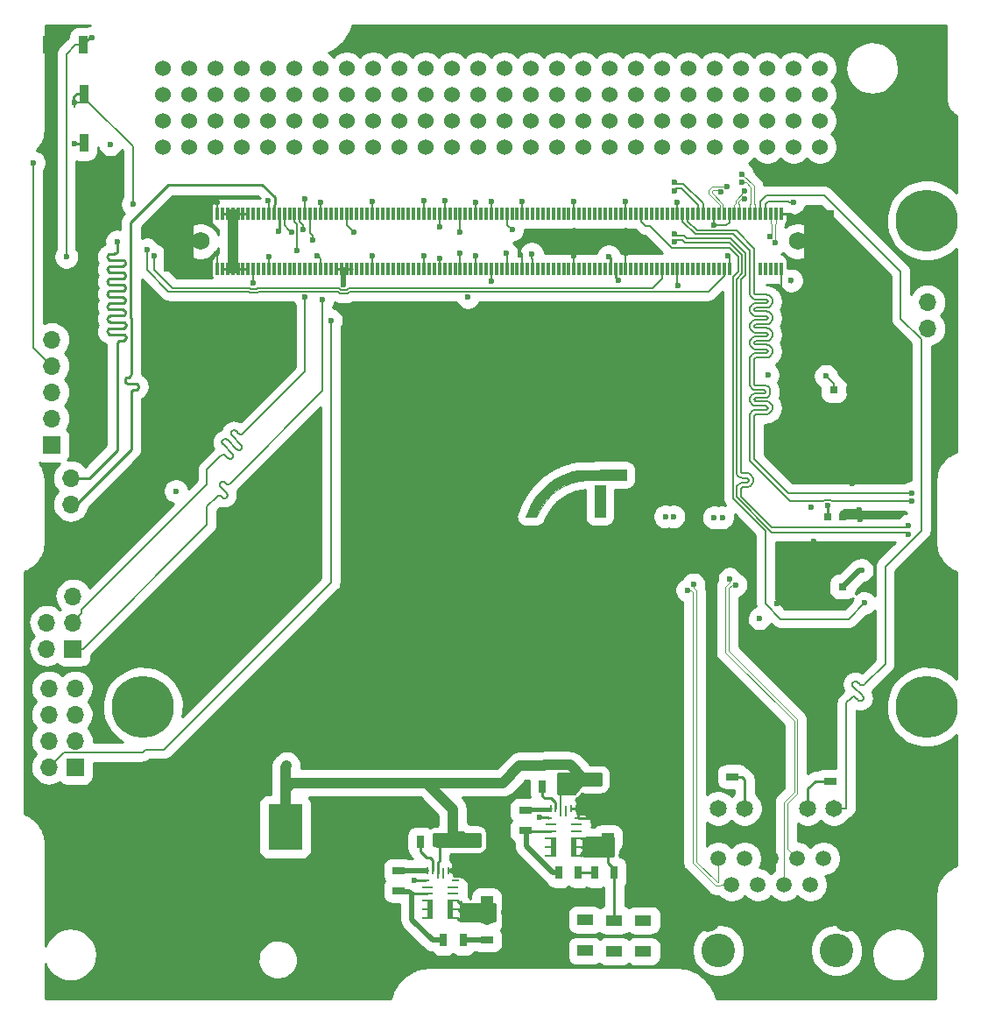
<source format=gbr>
G04 #@! TF.FileFunction,Copper,L1,Top,Signal*
%FSLAX45Y45*%
G04 Gerber Fmt 4.5, Leading zero omitted, Abs format (unit mm)*
G04 Created by KiCad (PCBNEW 4.0.7) date 02/12/18 17:58:59*
%MOMM*%
%LPD*%
G01*
G04 APERTURE LIST*
%ADD10C,0.100000*%
%ADD11C,0.010000*%
%ADD12R,1.700000X1.700000*%
%ADD13O,1.700000X1.700000*%
%ADD14C,6.000000*%
%ADD15R,1.300000X0.700000*%
%ADD16R,0.330200X1.193800*%
%ADD17C,1.752600*%
%ADD18R,3.000000X6.000000*%
%ADD19C,1.500000*%
%ADD20C,1.650000*%
%ADD21C,2.500000*%
%ADD22C,3.250000*%
%ADD23R,0.800000X0.750000*%
%ADD24R,1.600000X1.000000*%
%ADD25C,1.524000*%
%ADD26R,0.700000X1.300000*%
%ADD27R,0.700000X0.250000*%
%ADD28R,1.100000X0.250000*%
%ADD29R,0.250000X0.700000*%
%ADD30R,0.250000X1.100000*%
%ADD31R,0.600000X1.950000*%
%ADD32R,3.300000X4.400000*%
%ADD33R,3.900000X6.200000*%
%ADD34R,0.900000X1.700000*%
%ADD35R,1.250000X1.000000*%
%ADD36C,0.600000*%
%ADD37C,0.200000*%
%ADD38C,0.250000*%
%ADD39C,0.500000*%
%ADD40C,1.000000*%
%ADD41C,0.127000*%
%ADD42C,2.000000*%
%ADD43C,0.254000*%
%ADD44C,0.125000*%
G04 APERTURE END LIST*
D10*
D11*
G36*
X14102909Y-6892000D02*
X13917954Y-6892000D01*
X13851717Y-6892207D01*
X13795604Y-6892913D01*
X13748201Y-6894243D01*
X13708092Y-6896322D01*
X13673863Y-6899275D01*
X13644099Y-6903229D01*
X13617385Y-6908309D01*
X13592306Y-6914639D01*
X13567446Y-6922346D01*
X13564530Y-6923328D01*
X13495080Y-6952786D01*
X13430700Y-6991845D01*
X13372542Y-7039444D01*
X13321759Y-7094519D01*
X13279506Y-7156008D01*
X13251525Y-7211657D01*
X13235268Y-7249909D01*
X13134524Y-7249909D01*
X13148561Y-7211237D01*
X13183308Y-7131768D01*
X13227097Y-7059227D01*
X13279374Y-6994122D01*
X13339586Y-6936962D01*
X13407178Y-6888257D01*
X13481596Y-6848517D01*
X13562286Y-6818250D01*
X13582175Y-6812546D01*
X13596394Y-6808765D01*
X13609279Y-6805659D01*
X13622142Y-6803150D01*
X13636291Y-6801159D01*
X13653037Y-6799608D01*
X13673688Y-6798417D01*
X13699556Y-6797508D01*
X13731950Y-6796802D01*
X13772179Y-6796221D01*
X13821554Y-6795685D01*
X13870557Y-6795218D01*
X14102909Y-6793049D01*
X14102909Y-6892000D01*
X14102909Y-6892000D01*
G37*
X14102909Y-6892000D02*
X13917954Y-6892000D01*
X13851717Y-6892207D01*
X13795604Y-6892913D01*
X13748201Y-6894243D01*
X13708092Y-6896322D01*
X13673863Y-6899275D01*
X13644099Y-6903229D01*
X13617385Y-6908309D01*
X13592306Y-6914639D01*
X13567446Y-6922346D01*
X13564530Y-6923328D01*
X13495080Y-6952786D01*
X13430700Y-6991845D01*
X13372542Y-7039444D01*
X13321759Y-7094519D01*
X13279506Y-7156008D01*
X13251525Y-7211657D01*
X13235268Y-7249909D01*
X13134524Y-7249909D01*
X13148561Y-7211237D01*
X13183308Y-7131768D01*
X13227097Y-7059227D01*
X13279374Y-6994122D01*
X13339586Y-6936962D01*
X13407178Y-6888257D01*
X13481596Y-6848517D01*
X13562286Y-6818250D01*
X13582175Y-6812546D01*
X13596394Y-6808765D01*
X13609279Y-6805659D01*
X13622142Y-6803150D01*
X13636291Y-6801159D01*
X13653037Y-6799608D01*
X13673688Y-6798417D01*
X13699556Y-6797508D01*
X13731950Y-6796802D01*
X13772179Y-6796221D01*
X13821554Y-6795685D01*
X13870557Y-6795218D01*
X14102909Y-6793049D01*
X14102909Y-6892000D01*
G36*
X13900864Y-7249909D02*
X13796954Y-7249909D01*
X13796954Y-6943954D01*
X13900864Y-6943954D01*
X13900864Y-7249909D01*
X13900864Y-7249909D01*
G37*
X13900864Y-7249909D02*
X13796954Y-7249909D01*
X13796954Y-6943954D01*
X13900864Y-6943954D01*
X13900864Y-7249909D01*
D12*
X8777500Y-9668000D03*
D13*
X8523500Y-9668000D03*
X8777500Y-9414000D03*
X8523500Y-9414000D03*
X8777500Y-9160000D03*
X8523500Y-9160000D03*
X8777500Y-8906000D03*
X8523500Y-8906000D03*
D14*
X17008500Y-4385000D03*
X17008500Y-9085000D03*
D15*
X16080000Y-9612500D03*
X16080000Y-9802500D03*
D16*
X15600000Y-4320000D03*
X15550000Y-4320000D03*
X15500000Y-4320000D03*
X15450000Y-4320000D03*
X15400000Y-4320000D03*
X15350000Y-4320000D03*
X15300000Y-4320000D03*
X15250000Y-4320000D03*
X15200000Y-4320000D03*
X15150000Y-4320000D03*
X15100000Y-4320000D03*
X15050000Y-4320000D03*
X15000000Y-4320000D03*
X14950000Y-4320000D03*
X14900000Y-4320000D03*
X14850000Y-4320000D03*
X14800000Y-4320000D03*
X14750000Y-4320000D03*
X14700000Y-4320000D03*
X14650000Y-4320000D03*
X14600000Y-4320000D03*
X14550000Y-4320000D03*
X14500000Y-4320000D03*
X14450000Y-4320000D03*
X14400000Y-4320000D03*
X14350000Y-4320000D03*
X14300000Y-4320000D03*
X14250000Y-4320000D03*
X14200000Y-4320000D03*
X14150000Y-4320000D03*
X14100000Y-4320000D03*
X14050000Y-4320000D03*
X14000000Y-4320000D03*
X13950000Y-4320000D03*
X13900000Y-4320000D03*
X13850000Y-4320000D03*
X13800000Y-4320000D03*
X13750000Y-4320000D03*
X13700000Y-4320000D03*
X13650000Y-4320000D03*
X13600000Y-4320000D03*
X13550000Y-4320000D03*
X13500000Y-4320000D03*
X13450000Y-4320000D03*
X13400000Y-4320000D03*
X13350000Y-4320000D03*
X13300000Y-4320000D03*
X13250000Y-4320000D03*
X13200000Y-4320000D03*
X13150000Y-4320000D03*
X13100000Y-4320000D03*
X13050000Y-4320000D03*
X13000000Y-4320000D03*
X12950000Y-4320000D03*
X12900000Y-4320000D03*
X12850000Y-4320000D03*
X12800000Y-4320000D03*
X12750000Y-4320000D03*
X12700000Y-4320000D03*
X12650000Y-4320000D03*
X12600000Y-4320000D03*
X12550000Y-4320000D03*
X12500000Y-4320000D03*
X12450000Y-4320000D03*
X12400000Y-4320000D03*
X12350000Y-4320000D03*
X12300000Y-4320000D03*
X12250000Y-4320000D03*
X12200000Y-4320000D03*
X12150000Y-4320000D03*
X12100000Y-4320000D03*
X12050000Y-4320000D03*
X12000000Y-4320000D03*
X11950000Y-4320000D03*
X11900000Y-4320000D03*
X11850000Y-4320000D03*
X11800000Y-4320000D03*
X11750000Y-4320000D03*
X11700000Y-4320000D03*
X11650000Y-4320000D03*
X11600000Y-4320000D03*
X11550000Y-4320000D03*
X11500000Y-4320000D03*
X11450000Y-4320000D03*
X11400000Y-4320000D03*
X11350000Y-4320000D03*
X11300000Y-4320000D03*
X11250000Y-4320000D03*
X11200000Y-4320000D03*
X11150000Y-4320000D03*
X11100000Y-4320000D03*
X11050000Y-4320000D03*
X11000000Y-4320000D03*
X10950000Y-4320000D03*
X10900000Y-4320000D03*
X10850000Y-4320000D03*
X10800000Y-4320000D03*
X10750000Y-4320000D03*
X10700000Y-4320000D03*
X10650000Y-4320000D03*
X10600000Y-4320000D03*
X10550000Y-4320000D03*
X10500000Y-4320000D03*
X10450000Y-4320000D03*
X10400000Y-4320000D03*
X10350000Y-4320000D03*
X10300000Y-4320000D03*
X10250000Y-4320000D03*
X10200000Y-4320000D03*
X10150000Y-4320000D03*
X15600000Y-4850000D03*
X15550000Y-4850000D03*
X15500000Y-4850000D03*
X15450000Y-4850000D03*
X15400000Y-4850000D03*
X15100000Y-4850000D03*
X15050000Y-4850000D03*
X15000000Y-4850000D03*
X14950000Y-4850000D03*
X14900000Y-4850000D03*
X14850000Y-4850000D03*
X14800000Y-4850000D03*
X14750000Y-4850000D03*
X14700000Y-4850000D03*
X14650000Y-4850000D03*
X14600000Y-4850000D03*
X14550000Y-4850000D03*
X14500000Y-4850000D03*
X14450000Y-4850000D03*
X14400000Y-4850000D03*
X14350000Y-4850000D03*
X14300000Y-4850000D03*
X14250000Y-4850000D03*
X14200000Y-4850000D03*
X14150000Y-4850000D03*
X14100000Y-4850000D03*
X14050000Y-4850000D03*
X14000000Y-4850000D03*
X13950000Y-4850000D03*
X13900000Y-4850000D03*
X13850000Y-4850000D03*
X13800000Y-4850000D03*
X13750000Y-4850000D03*
X13700000Y-4850000D03*
X13650000Y-4850000D03*
X13600000Y-4850000D03*
X13550000Y-4850000D03*
X13500000Y-4850000D03*
X13450000Y-4850000D03*
X13400000Y-4850000D03*
X13350000Y-4850000D03*
X13300000Y-4850000D03*
X13250000Y-4850000D03*
X13200000Y-4850000D03*
X13150000Y-4850000D03*
X13100000Y-4850000D03*
X13050000Y-4850000D03*
X13000000Y-4850000D03*
X12950000Y-4850000D03*
X12900000Y-4850000D03*
X12850000Y-4850000D03*
X12800000Y-4850000D03*
X12750000Y-4850000D03*
X12700000Y-4850000D03*
X12650000Y-4850000D03*
X12600000Y-4850000D03*
X12550000Y-4850000D03*
X12500000Y-4850000D03*
X12450000Y-4850000D03*
X12400000Y-4850000D03*
X12350000Y-4850000D03*
X12300000Y-4850000D03*
X12250000Y-4850000D03*
X12200000Y-4850000D03*
X12150000Y-4850000D03*
X12100000Y-4850000D03*
X12050000Y-4850000D03*
X12000000Y-4850000D03*
X11950000Y-4850000D03*
X11900000Y-4850000D03*
X11850000Y-4850000D03*
X11800000Y-4850000D03*
X11750000Y-4850000D03*
X11700000Y-4850000D03*
X11650000Y-4850000D03*
X11600000Y-4850000D03*
X11550000Y-4850000D03*
X11500000Y-4850000D03*
X11450000Y-4850000D03*
X11400000Y-4850000D03*
X11350000Y-4850000D03*
X11300000Y-4850000D03*
X11250000Y-4850000D03*
X11200000Y-4850000D03*
X11150000Y-4850000D03*
X11100000Y-4850000D03*
X11050000Y-4850000D03*
X11000000Y-4850000D03*
X10950000Y-4850000D03*
X10900000Y-4850000D03*
X10850000Y-4850000D03*
X10800000Y-4850000D03*
X10750000Y-4850000D03*
X10700000Y-4850000D03*
X10650000Y-4850000D03*
X10600000Y-4850000D03*
X10550000Y-4850000D03*
X10500000Y-4850000D03*
X10450000Y-4850000D03*
X10400000Y-4850000D03*
X10350000Y-4850000D03*
X10300000Y-4850000D03*
X10250000Y-4850000D03*
X10200000Y-4850000D03*
X10150000Y-4850000D03*
D17*
X9989560Y-4585000D03*
X9989560Y-4585000D03*
X15760440Y-4585000D03*
X15760440Y-4585000D03*
D18*
X15966600Y-4583300D03*
X9781700Y-4583300D03*
D19*
X16139000Y-10804000D03*
X16012000Y-10550000D03*
X15885000Y-10804000D03*
X15758000Y-10550000D03*
X15631000Y-10804000D03*
X15504000Y-10550000D03*
X15377000Y-10804000D03*
X15250000Y-10550000D03*
X15123000Y-10804000D03*
X14996000Y-10550000D03*
D20*
X16114000Y-10067000D03*
X15860000Y-10067000D03*
X15250000Y-10067000D03*
X14996000Y-10067000D03*
D21*
X14894500Y-11134000D03*
D22*
X14996000Y-11439000D03*
X16139000Y-11439000D03*
D21*
X16240500Y-11134000D03*
D23*
X16046000Y-7924000D03*
X16196000Y-7924000D03*
X16200000Y-7250000D03*
X16050000Y-7250000D03*
X16261000Y-6023000D03*
X16111000Y-6023000D03*
D24*
X13988000Y-11448500D03*
X13988000Y-11148500D03*
X13708000Y-11443500D03*
X13708000Y-11143500D03*
X14268000Y-11448500D03*
X14268000Y-11148500D03*
D25*
X9626000Y-3675500D03*
X9626000Y-3421500D03*
X9880000Y-3675500D03*
X9880000Y-3421500D03*
X10134000Y-3675500D03*
X10134000Y-3421500D03*
X10388000Y-3675500D03*
X10388000Y-3421500D03*
X10642000Y-3675500D03*
X10642000Y-3421500D03*
X10896000Y-3675500D03*
X10896000Y-3421500D03*
X11150000Y-3675500D03*
X11150000Y-3421500D03*
X11404000Y-3675500D03*
X11404000Y-3421500D03*
X11658000Y-3675500D03*
X11658000Y-3421500D03*
X11912000Y-3675500D03*
X11912000Y-3421500D03*
X12166000Y-3675500D03*
X12166000Y-3421500D03*
X12420000Y-3675500D03*
X12420000Y-3421500D03*
X12674000Y-3675500D03*
X12674000Y-3421500D03*
X12928000Y-3675500D03*
X12928000Y-3421500D03*
X13182000Y-3675500D03*
X13182000Y-3421500D03*
X13436000Y-3675500D03*
X13436000Y-3421500D03*
X13690000Y-3675500D03*
X13690000Y-3421500D03*
X13944000Y-3675500D03*
X13944000Y-3421500D03*
X14198000Y-3675500D03*
X14198000Y-3421500D03*
X14452000Y-3675500D03*
X14452000Y-3421500D03*
X14706000Y-3675500D03*
X14706000Y-3421500D03*
X14960000Y-3675500D03*
X14960000Y-3421500D03*
X15214000Y-3675500D03*
X15214000Y-3421500D03*
X15468000Y-3675500D03*
X15468000Y-3421500D03*
X15722000Y-3675500D03*
X15722000Y-3421500D03*
X15976000Y-3675500D03*
X15976000Y-3421500D03*
D15*
X12757000Y-11146500D03*
X12757000Y-11336500D03*
D26*
X12527000Y-11341500D03*
X12337000Y-11341500D03*
X12302000Y-10391500D03*
X12112000Y-10391500D03*
D15*
X11907000Y-10671500D03*
X11907000Y-10861500D03*
D26*
X13988000Y-10686000D03*
X13798000Y-10686000D03*
X13640500Y-10686000D03*
X13450500Y-10686000D03*
X13485500Y-9856000D03*
X13295500Y-9856000D03*
D15*
X13128000Y-10088500D03*
X13128000Y-10278500D03*
D27*
X13353000Y-10159639D03*
D28*
X13373000Y-10224639D03*
X13373000Y-10289639D03*
D27*
X13353000Y-10354639D03*
X13353000Y-10439639D03*
X13353000Y-10524639D03*
X13643000Y-10524639D03*
X13643000Y-10439639D03*
X13643000Y-10354639D03*
D28*
X13623000Y-10289639D03*
X13623000Y-10224639D03*
D27*
X13643000Y-10159639D03*
D29*
X13623000Y-10069639D03*
X13573000Y-10069639D03*
D30*
X13523000Y-10089639D03*
X13473000Y-10089639D03*
D29*
X13423000Y-10069639D03*
X13373000Y-10069639D03*
D31*
X13398000Y-10439639D03*
X13598000Y-10439639D03*
D25*
X9625900Y-3167896D03*
X9625900Y-2913896D03*
X9879900Y-3167896D03*
X9879900Y-2913896D03*
X10133900Y-3167896D03*
X10133900Y-2913896D03*
X10387900Y-3167896D03*
X10387900Y-2913896D03*
X10641900Y-3167896D03*
X10641900Y-2913896D03*
X10895900Y-3167896D03*
X10895900Y-2913896D03*
X11149900Y-3167896D03*
X11149900Y-2913896D03*
X11403900Y-3167896D03*
X11403900Y-2913896D03*
X11657900Y-3167896D03*
X11657900Y-2913896D03*
X11911900Y-3167896D03*
X11911900Y-2913896D03*
X12165900Y-3167896D03*
X12165900Y-2913896D03*
X12419900Y-3167896D03*
X12419900Y-2913896D03*
X12673900Y-3167896D03*
X12673900Y-2913896D03*
X12927900Y-3167896D03*
X12927900Y-2913896D03*
X13181900Y-3167896D03*
X13181900Y-2913896D03*
X13435900Y-3167896D03*
X13435900Y-2913896D03*
X13689900Y-3167896D03*
X13689900Y-2913896D03*
X13943900Y-3167896D03*
X13943900Y-2913896D03*
X14197900Y-3167896D03*
X14197900Y-2913896D03*
X14451900Y-3167896D03*
X14451900Y-2913896D03*
X14705900Y-3167896D03*
X14705900Y-2913896D03*
X14959900Y-3167896D03*
X14959900Y-2913896D03*
X15213900Y-3167896D03*
X15213900Y-2913896D03*
X15467900Y-3167896D03*
X15467900Y-2913896D03*
X15721900Y-3167896D03*
X15721900Y-2913896D03*
X15975900Y-3167896D03*
X15975900Y-2913896D03*
D27*
X12162000Y-10761500D03*
D28*
X12182000Y-10826500D03*
X12182000Y-10891500D03*
D27*
X12162000Y-10956500D03*
X12162000Y-11041500D03*
X12162000Y-11126500D03*
X12452000Y-11126500D03*
X12452000Y-11041500D03*
X12452000Y-10956500D03*
D28*
X12432000Y-10891500D03*
X12432000Y-10826500D03*
D27*
X12452000Y-10761500D03*
D29*
X12432000Y-10671500D03*
X12382000Y-10671500D03*
D30*
X12332000Y-10691500D03*
X12282000Y-10691500D03*
D29*
X12232000Y-10671500D03*
X12182000Y-10671500D03*
D31*
X12207000Y-11041500D03*
X12407000Y-11041500D03*
D12*
X8734500Y-7382000D03*
D13*
X8734500Y-7128000D03*
X8734500Y-6874000D03*
D12*
X8551000Y-6554000D03*
D13*
X8551000Y-6300000D03*
X8551000Y-6046000D03*
X8551000Y-5792000D03*
X8551000Y-5538000D03*
X8551000Y-5284000D03*
D12*
X17019500Y-4919000D03*
D13*
X17019500Y-5173000D03*
X17019500Y-5427000D03*
D32*
X10807500Y-10247500D03*
D33*
X10092500Y-11147500D03*
X11382500Y-11147500D03*
D15*
X15132500Y-9570000D03*
X15132500Y-9760000D03*
D12*
X8757500Y-8523000D03*
D13*
X8503500Y-8523000D03*
X8757500Y-8269000D03*
X8503500Y-8269000D03*
X8757500Y-8015000D03*
X8503500Y-8015000D03*
D34*
X8512500Y-2685000D03*
X8852500Y-2685000D03*
X8522500Y-3155000D03*
X8862500Y-3155000D03*
X8520000Y-3637500D03*
X8860000Y-3637500D03*
D35*
X12607000Y-10366500D03*
X12607000Y-10566500D03*
X12757000Y-10966500D03*
X12757000Y-10766500D03*
X13798000Y-9786000D03*
X13798000Y-9986000D03*
X13923000Y-10358500D03*
X13923000Y-10158500D03*
D14*
X9432500Y-9085000D03*
D36*
X16032500Y-5887000D03*
X15472500Y-5875000D03*
X16050000Y-7140000D03*
X15395000Y-8230000D03*
X13923000Y-10476000D03*
X16381000Y-7764000D03*
X13708000Y-11143500D03*
X13733000Y-11436000D03*
X13975500Y-11446000D03*
X14273000Y-11446000D03*
X9117500Y-3650000D03*
X12619500Y-11071500D03*
X11374000Y-5001000D03*
X14268000Y-11148500D03*
X14027000Y-4965000D03*
X15699000Y-4964000D03*
X13934000Y-4730500D03*
X12059500Y-10759000D03*
X12527000Y-11341500D03*
X13263000Y-10156000D03*
X13640500Y-10686000D03*
X16863000Y-7018410D03*
X16863000Y-7098410D03*
X14574000Y-4095000D03*
X14570000Y-4511000D03*
X16829000Y-7335000D03*
X14574000Y-4015000D03*
X14570000Y-4591000D03*
X16829000Y-7415000D03*
X16408000Y-8082000D03*
X13000000Y-4475000D03*
X12500000Y-4500000D03*
X12575000Y-5125000D03*
X12300000Y-4450000D03*
X11475000Y-4500000D03*
X11250000Y-5350000D03*
X11000000Y-4175000D03*
X10742288Y-4485501D03*
X9185000Y-4588000D03*
X8937500Y-2620000D03*
X9472000Y-4665000D03*
X8692500Y-4735000D03*
X9545000Y-4728000D03*
X9334000Y-4229000D03*
X13191000Y-4705000D03*
X8375000Y-3825000D03*
X8767500Y-3240000D03*
X12943649Y-4700000D03*
X12800000Y-4975000D03*
X12500000Y-4700000D03*
X12303000Y-4747000D03*
X8767500Y-3640000D03*
X10502000Y-4988000D03*
X10300000Y-4565000D03*
X10822500Y-9652500D03*
X13485500Y-9856000D03*
X8727500Y-7610000D03*
X8577500Y-7810000D03*
X14600500Y-5016000D03*
X15925000Y-4400000D03*
X15925000Y-4500000D03*
X15925000Y-4625000D03*
X15925000Y-4750000D03*
X16025000Y-4750000D03*
X16025000Y-4625000D03*
X16025000Y-4500000D03*
X16025000Y-4400000D03*
X9800000Y-4394500D03*
X9800000Y-4550000D03*
X9800000Y-4675000D03*
X9800000Y-4775000D03*
X9700000Y-4775000D03*
X9700000Y-4675000D03*
X9700000Y-4550000D03*
X9700000Y-4394500D03*
X11118649Y-4725000D03*
X15577500Y-5035000D03*
X16057649Y-9441278D03*
X15112500Y-9432500D03*
X8552500Y-5100000D03*
X10075000Y-11300000D03*
X9957500Y-11000000D03*
X9950000Y-11150000D03*
X9950000Y-11300000D03*
X10200000Y-11300000D03*
X10200000Y-11150000D03*
X10200000Y-11000000D03*
X10072500Y-11000000D03*
X10072500Y-11150000D03*
X11500000Y-11300000D03*
X11285000Y-11300000D03*
X11492500Y-11000000D03*
X11272500Y-11000000D03*
X11272500Y-11150000D03*
X11500000Y-11150000D03*
X11387500Y-11300000D03*
X11380000Y-11000000D03*
X11382500Y-11150000D03*
X15504000Y-10375000D03*
X15092500Y-11110000D03*
X16372500Y-10960000D03*
X16267500Y-10800000D03*
X15557500Y-8090000D03*
X15917500Y-7705000D03*
X15917500Y-7487500D03*
X16337500Y-7510000D03*
X15895000Y-7157500D03*
X16367500Y-7272500D03*
X16360000Y-7182500D03*
X16290000Y-6927500D03*
X15725000Y-6710000D03*
X16345000Y-6165000D03*
X15892500Y-5980000D03*
X10140000Y-4712500D03*
X10650000Y-4732500D03*
X11650000Y-4725000D03*
X12147500Y-4725000D03*
X12650000Y-4722500D03*
X13082500Y-4715000D03*
X13600000Y-4727500D03*
X14102500Y-4702500D03*
X15085000Y-4725000D03*
X10147500Y-4205000D03*
X10645000Y-4192500D03*
X11150000Y-4205000D03*
X11650000Y-4202500D03*
X12150000Y-4190000D03*
X12350000Y-4192500D03*
X12650000Y-4207500D03*
X12800000Y-4202500D03*
X13100000Y-4202500D03*
X13600000Y-4200000D03*
X14100000Y-4200000D03*
X14600000Y-4207500D03*
X14947500Y-4427500D03*
X15685000Y-4340000D03*
X16332500Y-7605000D03*
X16315000Y-6417500D03*
X12979000Y-11281000D03*
X14493000Y-11296000D03*
X15548284Y-4598284D03*
X14753284Y-7901716D03*
X15491716Y-4541716D03*
X14696716Y-7958284D03*
X15720000Y-4209000D03*
X15226000Y-3936000D03*
X14482000Y-7246000D03*
X15226000Y-4014000D03*
X14560000Y-7246000D03*
X15251000Y-4175000D03*
X15104216Y-7849216D03*
X15251000Y-4097000D03*
X15160784Y-7905784D03*
X15019423Y-4111577D03*
X14954000Y-7255000D03*
X15074577Y-4056423D03*
X15032000Y-7255000D03*
X11168649Y-5150000D03*
X11075000Y-4575000D03*
X10981351Y-4475000D03*
X11000000Y-5125000D03*
X10925000Y-4675000D03*
X9750000Y-7000000D03*
X10868649Y-4500299D03*
D37*
X16111000Y-6023000D02*
X16111000Y-5965500D01*
X16111000Y-5965500D02*
X16032500Y-5887000D01*
D38*
X16050000Y-7140000D02*
X16050000Y-7250000D01*
X13923000Y-10358500D02*
X13923000Y-10476000D01*
X13923000Y-10476000D02*
X13923000Y-10591000D01*
X16196000Y-7924000D02*
X16198500Y-7924000D01*
D39*
X16198500Y-7924000D02*
X16358500Y-7764000D01*
D38*
X16358500Y-7764000D02*
X16381000Y-7764000D01*
X13988000Y-11148500D02*
X13988000Y-11073500D01*
X13988000Y-11073500D02*
X13988000Y-10686000D01*
X13703000Y-10413500D02*
X13676861Y-10439639D01*
X13728000Y-10388500D02*
X13703000Y-10413500D01*
X13703000Y-10413500D02*
X13703000Y-10464639D01*
X13703000Y-10464639D02*
X13660500Y-10507139D01*
X13660500Y-10507139D02*
X13660500Y-10524639D01*
X13728000Y-10354639D02*
X13660500Y-10354639D01*
X13831639Y-10354639D02*
X13728000Y-10354639D01*
X13728000Y-10354639D02*
X13728000Y-10388500D01*
X13676861Y-10439639D02*
X13660500Y-10439639D01*
X13923000Y-10358500D02*
X13835500Y-10358500D01*
X13835500Y-10358500D02*
X13831639Y-10354639D01*
X13923000Y-10591000D02*
X13988000Y-10656000D01*
X13988000Y-10656000D02*
X13988000Y-10686000D01*
X11400000Y-4850000D02*
X11453000Y-4850000D01*
X11301000Y-4849000D02*
X11354000Y-4849000D01*
D39*
X11374000Y-4905000D02*
X11374000Y-4876000D01*
X11374000Y-4874000D02*
X11350000Y-4850000D01*
X11374000Y-5001000D02*
X11374000Y-4905000D01*
X11374000Y-4905000D02*
X11374000Y-4874000D01*
X11374000Y-4876000D02*
X11400000Y-4850000D01*
D38*
X12574500Y-11146500D02*
X12574500Y-11079000D01*
X12572000Y-11061500D02*
X12467000Y-10956500D01*
X12757000Y-11146500D02*
X12574500Y-11146500D01*
X12582000Y-11146500D02*
X12477000Y-11041500D01*
X12757000Y-11146500D02*
X12488000Y-11146500D01*
X12488000Y-11146500D02*
X12469500Y-11128000D01*
X12469500Y-11128000D02*
X12469500Y-11126500D01*
D40*
X12757000Y-10966500D02*
X12757000Y-11146500D01*
D38*
X14027000Y-4965000D02*
X14000000Y-4938000D01*
X14000000Y-4938000D02*
X14000000Y-4850000D01*
X15699000Y-4980000D02*
X15699000Y-4964000D01*
X13934000Y-4730500D02*
X13950000Y-4746500D01*
X13950000Y-4746500D02*
X13950000Y-4850000D01*
X12059500Y-10759000D02*
X12159500Y-10759000D01*
X12159500Y-10759000D02*
X12162000Y-10761500D01*
D39*
X12527000Y-11341500D02*
X12752000Y-11341500D01*
D38*
X12752000Y-11341500D02*
X12757000Y-11336500D01*
D37*
X13373000Y-10289639D02*
X13139139Y-10289639D01*
X13139139Y-10289639D02*
X13128000Y-10278500D01*
D39*
X13450500Y-10686000D02*
X13390500Y-10686000D01*
X13390500Y-10686000D02*
X13138000Y-10433500D01*
X13138000Y-10433500D02*
X13138000Y-10348500D01*
X13138000Y-10348500D02*
X13138000Y-10288500D01*
D38*
X13138000Y-10288500D02*
X13371861Y-10288500D01*
X13371861Y-10288500D02*
X13373000Y-10289639D01*
X12027000Y-10891500D02*
X12032000Y-10891500D01*
D39*
X12232000Y-11341500D02*
X12032000Y-11141500D01*
D38*
X12032000Y-10891500D02*
X12102000Y-10891500D01*
D39*
X12337000Y-11341500D02*
X12232000Y-11341500D01*
X12032000Y-11141500D02*
X12032000Y-10891500D01*
X11917000Y-10871500D02*
X12007000Y-10871500D01*
X12007000Y-10871500D02*
X12037000Y-10901500D01*
D38*
X12102000Y-10891500D02*
X12182000Y-10891500D01*
X12207000Y-10541500D02*
X12232000Y-10566500D01*
X12232000Y-10566500D02*
X12232000Y-10671500D01*
X12172000Y-10541500D02*
X12207000Y-10541500D01*
X12112000Y-10391500D02*
X12112000Y-10481500D01*
X12112000Y-10481500D02*
X12172000Y-10541500D01*
D39*
X11914500Y-10669000D02*
X12004500Y-10669000D01*
X11988500Y-10671500D02*
X12173500Y-10671500D01*
D38*
X13798000Y-10686000D02*
X13640500Y-10686000D01*
X13263000Y-10156000D02*
X13349361Y-10156000D01*
X13349361Y-10156000D02*
X13353000Y-10159639D01*
X13315500Y-9966000D02*
X13380500Y-9966000D01*
X13380500Y-9966000D02*
X13423000Y-10008500D01*
X13423000Y-10008500D02*
X13423000Y-10009639D01*
X13423000Y-10009639D02*
X13423000Y-10069639D01*
X13295500Y-9856000D02*
X13295500Y-9946000D01*
X13295500Y-9946000D02*
X13315500Y-9966000D01*
X13128000Y-10088500D02*
X13354139Y-10088500D01*
X13354139Y-10088500D02*
X13373000Y-10069639D01*
X13373000Y-10069639D02*
X13166861Y-10069639D01*
X13166861Y-10069639D02*
X13138000Y-10098500D01*
D41*
X15671230Y-7018410D02*
X16820574Y-7018410D01*
X15344944Y-6270661D02*
X15344500Y-6274600D01*
X15354520Y-6258653D02*
X15351164Y-6260761D01*
X15358261Y-6257344D02*
X15354520Y-6258653D01*
X15348362Y-6263564D02*
X15346253Y-6266920D01*
X15362200Y-6256900D02*
X15358261Y-6257344D01*
X15458641Y-6256900D02*
X15362200Y-6256900D01*
X15511868Y-6223455D02*
X15504830Y-6234657D01*
X15517718Y-6190577D02*
X15517718Y-6197823D01*
X15516237Y-6177431D02*
X15517718Y-6190577D01*
X15344500Y-6691680D02*
X15671230Y-7018410D01*
X15511868Y-6164944D02*
X15516237Y-6177431D01*
X15495475Y-6144389D02*
X15504830Y-6153743D01*
X15484274Y-6137350D02*
X15495475Y-6144389D01*
X15471787Y-6132981D02*
X15484274Y-6137350D01*
X15458641Y-6131500D02*
X15471787Y-6132981D01*
X15517718Y-6197823D02*
X15516237Y-6210969D01*
X15362200Y-6131500D02*
X15458641Y-6131500D01*
X15358261Y-6131056D02*
X15362200Y-6131500D01*
X15354520Y-6129747D02*
X15358261Y-6131056D01*
X15344944Y-6117739D02*
X15346253Y-6121480D01*
X15344500Y-6113800D02*
X15344944Y-6117739D01*
X15346005Y-6107205D02*
X15344881Y-6110418D01*
X15350223Y-6101916D02*
X15347816Y-6104323D01*
X15353105Y-6100105D02*
X15350223Y-6101916D01*
X15356318Y-6098981D02*
X15353105Y-6100105D01*
X15359700Y-6098600D02*
X15356318Y-6098981D01*
X15452900Y-6097178D02*
X15440279Y-6098600D01*
X15491383Y-6066489D02*
X15484625Y-6077244D01*
X15495578Y-6054500D02*
X15491383Y-6066489D01*
X15495578Y-6022300D02*
X15497000Y-6034921D01*
X15464889Y-5983817D02*
X15475644Y-5990575D01*
X15440279Y-6098600D02*
X15359700Y-6098600D01*
X15452900Y-5979622D02*
X15464889Y-5983817D01*
X15356318Y-5977819D02*
X15359700Y-5978200D01*
X15497000Y-6041878D02*
X15495578Y-6054500D01*
X15350223Y-5974884D02*
X15353105Y-5976695D01*
X15346253Y-5719520D02*
X15344944Y-5723261D01*
X15348362Y-5716164D02*
X15346253Y-5719520D01*
X15354520Y-5711253D02*
X15351164Y-5713361D01*
X15358261Y-5709944D02*
X15354520Y-5711253D01*
X15362200Y-5709500D02*
X15358261Y-5709944D01*
X15484274Y-5703649D02*
X15471787Y-5708019D01*
X15511868Y-5676055D02*
X15504830Y-5687257D01*
X15516237Y-5663569D02*
X15511868Y-5676055D01*
X15517718Y-5650423D02*
X15516237Y-5663569D01*
X15516237Y-5630031D02*
X15517718Y-5643177D01*
X15504830Y-5606343D02*
X15511868Y-5617544D01*
X16820574Y-7018410D02*
X16863000Y-7018410D01*
X15495475Y-5596989D02*
X15504830Y-5606343D01*
X15362200Y-5584100D02*
X15458641Y-5584100D01*
X15351164Y-5580238D02*
X15354520Y-5582347D01*
X15346253Y-5574080D02*
X15348362Y-5577436D01*
X15344500Y-5566400D02*
X15344944Y-5570339D01*
X15346253Y-5558720D02*
X15344944Y-5562461D01*
X15351164Y-5552562D02*
X15348362Y-5555364D01*
X15354520Y-5550453D02*
X15351164Y-5552562D01*
X15495475Y-5535811D02*
X15484274Y-5542850D01*
X15511868Y-5515256D02*
X15504830Y-5526457D01*
X15516237Y-5469231D02*
X15517718Y-5482377D01*
X15511868Y-5456744D02*
X15516237Y-5469231D01*
X15504830Y-5445543D02*
X15511868Y-5456744D01*
X15495475Y-5436189D02*
X15504830Y-5445543D01*
X15471787Y-5424781D02*
X15484274Y-5429150D01*
X15458641Y-5423300D02*
X15471787Y-5424781D01*
X15362200Y-5423300D02*
X15458641Y-5423300D01*
X15358261Y-5422856D02*
X15362200Y-5423300D01*
X15348362Y-5416636D02*
X15351164Y-5419438D01*
X15511868Y-5617544D02*
X15516237Y-5630031D01*
X15344944Y-5409539D02*
X15346253Y-5413280D01*
X15344500Y-5405600D02*
X15344944Y-5409539D01*
X15348362Y-5394564D02*
X15346253Y-5397920D01*
X15351164Y-5391762D02*
X15348362Y-5394564D01*
X15358261Y-5388344D02*
X15354520Y-5389653D01*
X15346005Y-5969595D02*
X15347816Y-5972477D01*
X15362200Y-5387900D02*
X15358261Y-5388344D01*
X15458641Y-5387900D02*
X15362200Y-5387900D01*
X15504830Y-5365657D02*
X15495475Y-5375011D01*
X15511868Y-5295944D02*
X15516237Y-5308431D01*
X15504830Y-5284743D02*
X15511868Y-5295944D01*
X15495475Y-5275389D02*
X15504830Y-5284743D01*
X15484274Y-5268350D02*
X15495475Y-5275389D01*
X15471787Y-5263981D02*
X15484274Y-5268350D01*
X15362200Y-5262500D02*
X15458641Y-5262500D01*
X15346253Y-5252480D02*
X15348362Y-5255836D01*
X15344500Y-5244800D02*
X15344944Y-5248739D01*
X15358261Y-5227544D02*
X15354520Y-5228853D01*
X15458641Y-5227100D02*
X15362200Y-5227100D01*
X15358261Y-5583656D02*
X15362200Y-5584100D01*
X15484274Y-5221250D02*
X15471787Y-5225619D01*
X15495475Y-5214211D02*
X15484274Y-5221250D01*
X15516237Y-5181169D02*
X15511868Y-5193656D01*
X15344881Y-5966382D02*
X15346005Y-5969595D01*
X15517718Y-5168023D02*
X15516237Y-5181169D01*
X15511868Y-5354456D02*
X15504830Y-5365657D01*
X15354520Y-5260747D02*
X15358261Y-5262056D01*
X15517718Y-5160777D02*
X15517718Y-5168023D01*
X15516237Y-5147631D02*
X15517718Y-5160777D01*
X15511868Y-5135144D02*
X15516237Y-5147631D01*
X15362200Y-5101700D02*
X15458641Y-5101700D01*
X15351164Y-5097838D02*
X15354520Y-5099947D01*
X15471787Y-5708019D02*
X15458641Y-5709500D01*
X15344944Y-5240861D02*
X15344500Y-5244800D01*
X15517718Y-5482377D02*
X15517718Y-5489623D01*
X15348362Y-5095036D02*
X15351164Y-5097838D01*
X15475644Y-5990575D02*
X15484625Y-5999556D01*
X15346253Y-5091680D02*
X15348362Y-5095036D01*
X15344944Y-5087939D02*
X15346253Y-5091680D01*
X14791460Y-4483850D02*
X15169949Y-4483850D01*
X14700000Y-4392390D02*
X14791460Y-4483850D01*
X14700000Y-4320000D02*
X14700000Y-4392390D01*
X15495475Y-5114589D02*
X15504830Y-5123943D01*
X15495475Y-5375011D02*
X15484274Y-5382050D01*
X15346253Y-5397920D02*
X15344944Y-5401661D01*
X15358261Y-5549144D02*
X15354520Y-5550453D01*
X15347816Y-6104323D02*
X15346005Y-6107205D01*
X15346253Y-5413280D02*
X15348362Y-5416636D01*
X15344944Y-5401661D02*
X15344500Y-5405600D01*
X15348362Y-5555364D02*
X15346253Y-5558720D01*
X15475644Y-6086225D02*
X15464889Y-6092983D01*
X15458641Y-5709500D02*
X15362200Y-5709500D01*
X15353105Y-5976695D02*
X15356318Y-5977819D01*
X15344881Y-6110418D02*
X15344500Y-6113800D01*
X15362200Y-5227100D02*
X15358261Y-5227544D01*
X15351164Y-5419438D02*
X15354520Y-5421547D01*
X15464889Y-6092983D02*
X15452900Y-6097178D01*
X15169949Y-4483850D02*
X15344500Y-4658401D01*
X15351164Y-5713361D02*
X15348362Y-5716164D01*
X15346253Y-6266920D02*
X15344944Y-6270661D01*
X15516237Y-5341969D02*
X15511868Y-5354456D01*
X15344944Y-5723261D02*
X15344500Y-5727200D01*
X15344500Y-6274600D02*
X15344500Y-6691680D01*
X15484274Y-5429150D02*
X15495475Y-5436189D01*
X15491383Y-6010311D02*
X15495578Y-6022300D01*
X15346253Y-6121480D02*
X15348362Y-6124836D01*
X15351164Y-6260761D02*
X15348362Y-6263564D01*
X15471787Y-6255419D02*
X15458641Y-6256900D01*
X15344500Y-5963000D02*
X15344881Y-5966382D01*
X15484625Y-5999556D02*
X15491383Y-6010311D01*
X15347816Y-5972477D02*
X15350223Y-5974884D01*
X15517718Y-5328823D02*
X15516237Y-5341969D01*
X15504830Y-6153743D02*
X15511868Y-6164944D01*
X15495475Y-6244011D02*
X15484274Y-6251049D01*
X15348362Y-5255836D02*
X15351164Y-5258638D01*
X15348362Y-5233764D02*
X15346253Y-5237120D01*
X15440279Y-5978200D02*
X15452900Y-5979622D01*
X15511868Y-5193656D02*
X15504830Y-5204857D01*
X15458641Y-5548700D02*
X15362200Y-5548700D01*
X15354520Y-5582347D02*
X15358261Y-5583656D01*
X15359700Y-5978200D02*
X15440279Y-5978200D01*
X15484274Y-5107550D02*
X15495475Y-5114589D01*
X15362200Y-5548700D02*
X15358261Y-5549144D01*
X15495475Y-5696611D02*
X15484274Y-5703649D01*
X15471787Y-5547219D02*
X15458641Y-5548700D01*
X15351164Y-5230962D02*
X15348362Y-5233764D01*
X15516237Y-6210969D02*
X15511868Y-6223455D01*
X15458641Y-5584100D02*
X15471787Y-5585581D01*
X15344944Y-5248739D02*
X15346253Y-5252480D01*
X15351164Y-5258638D02*
X15354520Y-5260747D01*
X15346253Y-5237120D02*
X15344944Y-5240861D01*
X15458641Y-5101700D02*
X15471787Y-5103181D01*
X15354520Y-5228853D02*
X15351164Y-5230962D01*
X15504830Y-5204857D02*
X15495475Y-5214211D01*
X15484274Y-5589950D02*
X15495475Y-5596989D01*
X15504830Y-5687257D02*
X15495475Y-5696611D01*
X15516237Y-5502769D02*
X15511868Y-5515256D01*
X15348362Y-6124836D02*
X15351164Y-6127638D01*
X15471787Y-5225619D02*
X15458641Y-5227100D01*
X15517718Y-5321577D02*
X15517718Y-5328823D01*
X15344500Y-5727200D02*
X15344500Y-5963000D01*
X15517718Y-5643177D02*
X15517718Y-5650423D01*
X15344500Y-4658401D02*
X15344500Y-5084000D01*
X15497000Y-6034921D02*
X15497000Y-6041878D01*
X15484625Y-6077244D02*
X15475644Y-6086225D01*
X15516237Y-5308431D02*
X15517718Y-5321577D01*
X15344500Y-5084000D02*
X15344944Y-5087939D01*
X15458641Y-5262500D02*
X15471787Y-5263981D01*
X15484274Y-5542850D02*
X15471787Y-5547219D01*
X15358261Y-5262056D02*
X15362200Y-5262500D01*
X15348362Y-5577436D02*
X15351164Y-5580238D01*
X15504830Y-6234657D02*
X15495475Y-6244011D01*
X15354520Y-5099947D02*
X15358261Y-5101256D01*
X15504830Y-5123943D02*
X15511868Y-5135144D01*
X15354520Y-5421547D02*
X15358261Y-5422856D01*
X15358261Y-5101256D02*
X15362200Y-5101700D01*
X15484274Y-5382050D02*
X15471787Y-5386419D01*
X15354520Y-5389653D02*
X15351164Y-5391762D01*
X15517718Y-5489623D02*
X15516237Y-5502769D01*
X15471787Y-5103181D02*
X15484274Y-5107550D01*
X15351164Y-6127638D02*
X15354520Y-6129747D01*
X15344944Y-5570339D02*
X15346253Y-5574080D01*
X15504830Y-5526457D02*
X15495475Y-5535811D01*
X15344944Y-5562461D02*
X15344500Y-5566400D01*
X15471787Y-5585581D02*
X15484274Y-5589950D01*
X15471787Y-5386419D02*
X15458641Y-5387900D01*
X15484274Y-6251049D02*
X15471787Y-6255419D01*
X16077048Y-7083650D02*
X16091808Y-7098410D01*
X15299500Y-6710320D02*
X15687590Y-7098410D01*
X15305350Y-6245344D02*
X15300981Y-6257831D01*
X15321743Y-6224789D02*
X15312389Y-6234143D01*
X15455018Y-6211900D02*
X15358577Y-6211900D01*
X15458957Y-6211456D02*
X15455018Y-6211900D01*
X15462698Y-6210147D02*
X15458957Y-6211456D01*
X15466054Y-6208038D02*
X15462698Y-6210147D01*
X15472718Y-6194200D02*
X15472275Y-6198139D01*
X15468857Y-6183164D02*
X15470966Y-6186520D01*
X15462698Y-6178253D02*
X15466054Y-6180361D01*
X15358577Y-6176500D02*
X15455018Y-6176500D01*
X15299500Y-6270977D02*
X15299500Y-6710320D01*
X15312389Y-6154257D02*
X15321743Y-6163611D01*
X15300981Y-6130569D02*
X15305350Y-6143055D01*
X15299500Y-6110321D02*
X15299500Y-6117423D01*
X15300922Y-6097700D02*
X15299500Y-6110321D01*
X15305117Y-6085711D02*
X15300922Y-6097700D01*
X15343600Y-6055022D02*
X15331611Y-6059217D01*
X15687590Y-7098410D02*
X16008192Y-7098410D01*
X15356221Y-6053600D02*
X15343600Y-6055022D01*
X15440182Y-6053219D02*
X15436800Y-6053600D01*
X15446277Y-6050284D02*
X15443395Y-6052095D01*
X15448684Y-6047877D02*
X15446277Y-6050284D01*
X15450495Y-6044995D02*
X15448684Y-6047877D01*
X15332944Y-6217750D02*
X15321743Y-6224789D01*
X15451619Y-6041782D02*
X15450495Y-6044995D01*
X15452000Y-6038400D02*
X15451619Y-6041782D01*
X15450495Y-6031805D02*
X15451619Y-6035018D01*
X15443395Y-6024705D02*
X15446277Y-6026516D01*
X15468857Y-6205236D02*
X15466054Y-6208038D01*
X15356221Y-6023200D02*
X15436800Y-6023200D01*
X15312389Y-6234143D02*
X15305350Y-6245344D01*
X15320856Y-6010825D02*
X15331611Y-6017583D01*
X15311875Y-6001844D02*
X15320856Y-6010825D01*
X15305117Y-5991089D02*
X15311875Y-6001844D01*
X15299500Y-5966478D02*
X15300922Y-5979100D01*
X15320856Y-6065975D02*
X15311875Y-6074956D01*
X15300981Y-5710431D02*
X15299500Y-5723577D01*
X15305350Y-5697944D02*
X15300981Y-5710431D01*
X15312389Y-5686743D02*
X15305350Y-5697944D01*
X15332944Y-5670350D02*
X15321743Y-5677389D01*
X15345431Y-5665981D02*
X15332944Y-5670350D01*
X15455018Y-5664500D02*
X15358577Y-5664500D01*
X15462698Y-5662747D02*
X15458957Y-5664056D01*
X15458957Y-6176944D02*
X15462698Y-6178253D01*
X15468857Y-5657836D02*
X15466054Y-5660638D01*
X15470966Y-5654480D02*
X15468857Y-5657836D01*
X15472275Y-5650739D02*
X15470966Y-5654480D01*
X15472718Y-5646800D02*
X15472275Y-5650739D01*
X15472275Y-5642861D02*
X15472718Y-5646800D01*
X15468857Y-5635764D02*
X15470966Y-5639120D01*
X15458957Y-5629544D02*
X15462698Y-5630853D01*
X15455018Y-5629100D02*
X15458957Y-5629544D01*
X15305350Y-5595655D02*
X15312389Y-5606857D01*
X15462698Y-5501947D02*
X15458957Y-5503256D01*
X15468857Y-5497036D02*
X15466054Y-5499838D01*
X15343600Y-6021778D02*
X15356221Y-6023200D01*
X15472718Y-5486000D02*
X15472275Y-5489939D01*
X15472275Y-5482061D02*
X15472718Y-5486000D01*
X15466054Y-5632961D02*
X15468857Y-5635764D01*
X15472275Y-6190261D02*
X15472718Y-6194200D01*
X15470966Y-5478320D02*
X15472275Y-5482061D01*
X15468857Y-5474964D02*
X15470966Y-5478320D01*
X15462698Y-5470053D02*
X15466054Y-5472162D01*
X15446277Y-6026516D02*
X15448684Y-6028923D01*
X15458957Y-5468744D02*
X15462698Y-5470053D01*
X15448684Y-6028923D02*
X15450495Y-6031805D01*
X15332944Y-5623249D02*
X15345431Y-5627619D01*
X15466054Y-6180361D02*
X15468857Y-6183164D01*
X15358577Y-5468300D02*
X15455018Y-5468300D01*
X15332944Y-5462450D02*
X15345431Y-5466819D01*
X15305350Y-5434856D02*
X15312389Y-5446057D01*
X15300981Y-5422369D02*
X15305350Y-5434856D01*
X15345431Y-5627619D02*
X15358577Y-5629100D01*
X15299500Y-6117423D02*
X15300981Y-6130569D01*
X15300922Y-5979100D02*
X15305117Y-5991089D01*
X15312389Y-5606857D02*
X15321743Y-5616211D01*
X15299500Y-5401977D02*
X15299500Y-5409223D01*
X15321743Y-5455411D02*
X15332944Y-5462450D01*
X15311875Y-6074956D02*
X15305117Y-6085711D01*
X15466054Y-5472162D02*
X15468857Y-5474964D01*
X15331611Y-6017583D02*
X15343600Y-6021778D01*
X15300981Y-5388831D02*
X15299500Y-5401977D01*
X15305350Y-5376344D02*
X15300981Y-5388831D01*
X15455018Y-5503700D02*
X15358577Y-5503700D01*
X15436800Y-6053600D02*
X15356221Y-6053600D01*
X15312389Y-5365143D02*
X15305350Y-5376344D01*
X16022952Y-7083650D02*
X16077048Y-7083650D01*
X15321743Y-5355789D02*
X15312389Y-5365143D01*
X15455018Y-5342900D02*
X15358577Y-5342900D01*
X15345431Y-6175019D02*
X15358577Y-6176500D01*
X15468857Y-5336236D02*
X15466054Y-5339038D01*
X15472275Y-5329139D02*
X15470966Y-5332880D01*
X15472275Y-5321261D02*
X15472718Y-5325200D01*
X15470966Y-5317520D02*
X15472275Y-5321261D01*
X15468857Y-5314164D02*
X15470966Y-5317520D01*
X15466054Y-5311362D02*
X15468857Y-5314164D01*
X15462698Y-5630853D02*
X15466054Y-5632961D01*
X15458957Y-5307944D02*
X15462698Y-5309253D01*
X15470966Y-5493680D02*
X15468857Y-5497036D01*
X15312389Y-5525943D02*
X15305350Y-5537144D01*
X15455018Y-5307500D02*
X15458957Y-5307944D01*
X15358577Y-5307500D02*
X15455018Y-5307500D01*
X15451619Y-6035018D02*
X15452000Y-6038400D01*
X15321743Y-5294611D02*
X15332944Y-5301650D01*
X15305350Y-5215544D02*
X15300981Y-5228031D01*
X15312389Y-5204343D02*
X15305350Y-5215544D01*
X15470966Y-5639120D02*
X15472275Y-5642861D01*
X15300981Y-5261569D02*
X15305350Y-5274056D01*
X15321743Y-5194989D02*
X15312389Y-5204343D01*
X15458957Y-5503256D02*
X15455018Y-5503700D01*
X15332944Y-5187950D02*
X15321743Y-5194989D01*
X15300981Y-5549631D02*
X15299500Y-5562777D01*
X15345431Y-5183581D02*
X15332944Y-5187950D01*
X15358577Y-5664500D02*
X15345431Y-5665981D01*
X15305350Y-5537144D02*
X15300981Y-5549631D01*
X15305350Y-6143055D02*
X15312389Y-6154257D01*
X15345431Y-5306019D02*
X15358577Y-5307500D01*
X15358577Y-5182100D02*
X15345431Y-5183581D01*
X15455018Y-5182100D02*
X15358577Y-5182100D01*
X15458957Y-5181656D02*
X15455018Y-5182100D01*
X15321743Y-5516589D02*
X15312389Y-5525943D01*
X15466054Y-5660638D02*
X15462698Y-5662747D01*
X15312389Y-5446057D02*
X15321743Y-5455411D01*
X15462698Y-5309253D02*
X15466054Y-5311362D01*
X15358577Y-5342900D02*
X15345431Y-5344381D01*
X15466054Y-5178238D02*
X15462698Y-5180347D01*
X15468857Y-5175436D02*
X15466054Y-5178238D01*
X15472718Y-5164400D02*
X15472275Y-5168339D01*
X15468857Y-5153364D02*
X15470966Y-5156720D01*
X16091808Y-7098410D02*
X16820574Y-7098410D01*
X15466054Y-5150562D02*
X15468857Y-5153364D01*
X15466054Y-5339038D02*
X15462698Y-5341147D01*
X15470966Y-5156720D02*
X15472275Y-5160461D01*
X15462698Y-5148453D02*
X15466054Y-5150562D01*
X15345431Y-5344381D02*
X15332944Y-5348750D01*
X15358577Y-6211900D02*
X15345431Y-6213381D01*
X15332944Y-5140850D02*
X15345431Y-5145219D01*
X15470966Y-6201880D02*
X15468857Y-6205236D01*
X15458957Y-5147144D02*
X15462698Y-5148453D01*
X15312389Y-5285257D02*
X15321743Y-5294611D01*
X15321743Y-5133811D02*
X15332944Y-5140850D01*
X16820574Y-7098410D02*
X16863000Y-7098410D01*
X15455018Y-6176500D02*
X15458957Y-6176944D01*
X15312389Y-5124457D02*
X15321743Y-5133811D01*
X15436800Y-6023200D02*
X15440182Y-6023581D01*
X15305350Y-5113256D02*
X15312389Y-5124457D01*
X15443395Y-6052095D02*
X15440182Y-6053219D01*
X15299500Y-4677039D02*
X15299500Y-5087623D01*
X14774161Y-4516551D02*
X15139012Y-4516551D01*
X15300981Y-5583169D02*
X15305350Y-5595655D01*
X15299500Y-5248423D02*
X15300981Y-5261569D01*
X15462698Y-5341147D02*
X15458957Y-5342456D01*
X15300981Y-5100769D02*
X15305350Y-5113256D01*
X15470966Y-6186520D02*
X15472275Y-6190261D01*
X14650000Y-4392390D02*
X14774161Y-4516551D01*
X15345431Y-5505181D02*
X15332944Y-5509550D01*
X15321743Y-6163611D02*
X15332944Y-6170649D01*
X15299500Y-5087623D02*
X15300981Y-5100769D01*
X15331611Y-6059217D02*
X15320856Y-6065975D01*
X15455018Y-5146700D02*
X15458957Y-5147144D01*
X16008192Y-7098410D02*
X16022952Y-7083650D01*
X14650000Y-4320000D02*
X14650000Y-4392390D01*
X15345431Y-5145219D02*
X15358577Y-5146700D01*
X15305350Y-5274056D02*
X15312389Y-5285257D01*
X15358577Y-5629100D02*
X15455018Y-5629100D01*
X15358577Y-5146700D02*
X15455018Y-5146700D01*
X15345431Y-5466819D02*
X15358577Y-5468300D01*
X15472275Y-5168339D02*
X15470966Y-5172080D01*
X15472275Y-5489939D02*
X15470966Y-5493680D01*
X15358577Y-5503700D02*
X15345431Y-5505181D01*
X15470966Y-5332880D02*
X15468857Y-5336236D01*
X15458957Y-5342456D02*
X15455018Y-5342900D01*
X15332944Y-5348750D02*
X15321743Y-5355789D01*
X15299500Y-5562777D02*
X15299500Y-5570023D01*
X15332944Y-6170649D02*
X15345431Y-6175019D01*
X15458957Y-5664056D02*
X15455018Y-5664500D01*
X15299500Y-5723577D02*
X15299500Y-5966478D01*
X15299500Y-5570023D02*
X15300981Y-5583169D01*
X15321743Y-5677389D02*
X15312389Y-5686743D01*
X15332944Y-5301650D02*
X15345431Y-5306019D01*
X15466054Y-5499838D02*
X15462698Y-5501947D01*
X15472275Y-5160461D02*
X15472718Y-5164400D01*
X15321743Y-5616211D02*
X15332944Y-5623249D01*
X15300981Y-6257831D02*
X15299500Y-6270977D01*
X15139012Y-4516551D02*
X15299500Y-4677039D01*
X15332944Y-5509550D02*
X15321743Y-5516589D01*
X15299500Y-5241177D02*
X15299500Y-5248423D01*
X15455018Y-5468300D02*
X15458957Y-5468744D01*
X15300981Y-5228031D02*
X15299500Y-5241177D01*
X15472718Y-5325200D02*
X15472275Y-5329139D01*
X15462698Y-5180347D02*
X15458957Y-5181656D01*
X15470966Y-5172080D02*
X15468857Y-5175436D01*
X15440182Y-6023581D02*
X15443395Y-6024705D01*
X15472275Y-6198139D02*
X15470966Y-6201880D01*
X15299500Y-5409223D02*
X15300981Y-5422369D01*
X15345431Y-6213381D02*
X15332944Y-6217750D01*
X14570000Y-4511000D02*
X14577000Y-4511000D01*
X14577000Y-4511000D02*
X14594500Y-4528500D01*
X14689320Y-4555500D02*
X14662320Y-4528500D01*
X15114320Y-4555500D02*
X14689320Y-4555500D01*
X15255752Y-4910370D02*
X15255752Y-4696933D01*
X15215728Y-6814762D02*
X15214064Y-6810007D01*
X15226238Y-6825272D02*
X15221971Y-6822591D01*
X15236000Y-6827500D02*
X15230993Y-6826936D01*
X15230993Y-6826936D02*
X15226238Y-6825272D01*
X15269806Y-6827500D02*
X15236000Y-6827500D01*
X15283958Y-6829094D02*
X15269806Y-6827500D01*
X15319530Y-6851446D02*
X15309460Y-6841375D01*
X15327107Y-6926495D02*
X15331811Y-6913053D01*
X15297401Y-6956202D02*
X15309460Y-6948624D01*
X15221971Y-6967409D02*
X15226238Y-6964728D01*
X15218409Y-6970971D02*
X15221971Y-6967409D01*
X16811500Y-7352500D02*
X15513320Y-7352500D01*
X15331811Y-6913053D02*
X15333406Y-6898900D01*
X14662320Y-4528500D02*
X14587500Y-4528500D01*
X15269806Y-6962500D02*
X15283958Y-6960905D01*
X15221971Y-6822591D02*
X15218409Y-6819028D01*
X15215728Y-6975238D02*
X15218409Y-6970971D01*
X15331811Y-6876947D02*
X15327107Y-6863505D01*
X15513320Y-7352500D02*
X15213500Y-7052680D01*
X15213500Y-6805000D02*
X15213500Y-4952623D01*
X15226238Y-6964728D02*
X15230993Y-6963064D01*
X15213500Y-7052680D02*
X15213500Y-6985000D01*
X15319530Y-6938554D02*
X15327107Y-6926495D01*
X15333406Y-6891100D02*
X15331811Y-6876947D01*
X15236000Y-6962500D02*
X15269806Y-6962500D01*
X15327107Y-6863505D02*
X15319530Y-6851446D01*
X15213500Y-4952623D02*
X15255752Y-4910370D01*
X15309460Y-6948624D02*
X15319530Y-6938554D01*
X15213500Y-6985000D02*
X15214064Y-6979993D01*
X15297401Y-6833798D02*
X15283958Y-6829094D01*
X15218409Y-6819028D02*
X15215728Y-6814762D01*
X15283958Y-6960905D02*
X15297401Y-6956202D01*
X15255752Y-4696933D02*
X15114320Y-4555500D01*
X15214064Y-6810007D02*
X15213500Y-6805000D01*
X15230993Y-6963064D02*
X15236000Y-6962500D01*
X15214064Y-6979993D02*
X15215728Y-6975238D01*
X15309460Y-6841375D02*
X15297401Y-6833798D01*
X15333406Y-6898900D02*
X15333406Y-6891100D01*
X16829000Y-7335000D02*
X16811500Y-7352500D01*
X14640680Y-4077500D02*
X14591500Y-4077500D01*
X14591500Y-4077500D02*
X14574000Y-4095000D01*
X14800000Y-4320000D02*
X14800000Y-4276820D01*
D38*
X14800000Y-4276820D02*
X14800990Y-4275830D01*
D41*
X14800990Y-4275830D02*
X14800990Y-4237810D01*
X14800990Y-4237810D02*
X14640680Y-4077500D01*
X14570000Y-4591000D02*
X14587500Y-4573500D01*
X14643680Y-4573500D02*
X14587500Y-4573500D01*
X15102746Y-4600500D02*
X14670680Y-4600500D01*
X15170094Y-6823053D02*
X15168500Y-6808900D01*
X15174798Y-6836495D02*
X15170094Y-6823053D01*
X15287842Y-6889993D02*
X15286177Y-6885238D01*
X15288406Y-6895000D02*
X15287842Y-6889993D01*
X15286177Y-6904762D02*
X15287842Y-6900007D01*
X15283497Y-6909028D02*
X15286177Y-6904762D01*
X15232100Y-6917500D02*
X15265906Y-6917500D01*
X15217947Y-6919094D02*
X15232100Y-6917500D01*
X15174798Y-6953505D02*
X15182375Y-6941446D01*
X15170094Y-6966947D02*
X15174798Y-6953505D01*
X15168500Y-6981100D02*
X15170094Y-6966947D01*
X15510746Y-7397500D02*
X15168500Y-7055254D01*
X15279934Y-6877409D02*
X15275668Y-6874728D01*
X15287842Y-6900007D02*
X15288406Y-6895000D01*
X14670680Y-4600500D02*
X14643680Y-4573500D01*
X15275668Y-6915272D02*
X15279934Y-6912591D01*
X15265906Y-6917500D02*
X15270912Y-6916936D01*
X15168500Y-4951376D02*
X15223051Y-4896825D01*
X15265906Y-6872500D02*
X15232100Y-6872500D01*
X15192446Y-6931375D02*
X15204505Y-6923798D01*
X15275668Y-6874728D02*
X15270912Y-6873064D01*
X15279934Y-6912591D02*
X15283497Y-6909028D01*
X15204505Y-6866202D02*
X15192446Y-6858624D01*
X15217947Y-6870905D02*
X15204505Y-6866202D01*
X15286177Y-6885238D02*
X15283497Y-6880971D01*
X15182375Y-6848554D02*
X15174798Y-6836495D01*
X15223051Y-4720805D02*
X15102746Y-4600500D01*
X15182375Y-6941446D02*
X15192446Y-6931375D01*
X15270912Y-6916936D02*
X15275668Y-6915272D01*
X16811500Y-7397500D02*
X15510746Y-7397500D01*
X15168500Y-7055254D02*
X15168500Y-6981100D01*
X15270912Y-6873064D02*
X15265906Y-6872500D01*
X15192446Y-6858624D02*
X15182375Y-6848554D01*
X15283497Y-6880971D02*
X15279934Y-6877409D01*
X15232100Y-6872500D02*
X15217947Y-6870905D01*
X15204505Y-6923798D02*
X15217947Y-6919094D01*
X15223051Y-4896825D02*
X15223051Y-4720805D01*
X15168500Y-6808900D02*
X15168500Y-4951376D01*
D38*
X16829000Y-7415000D02*
X16811500Y-7397500D01*
X14850000Y-4276820D02*
X14849010Y-4275830D01*
D41*
X14850000Y-4320000D02*
X14850000Y-4276820D01*
X14849010Y-4275830D02*
X14849010Y-4234310D01*
X14849010Y-4234310D02*
X14847500Y-4232800D01*
X14847500Y-4232800D02*
X14847500Y-4220680D01*
X14847500Y-4220680D02*
X14659320Y-4032500D01*
X14659320Y-4032500D02*
X14591500Y-4032500D01*
X14591500Y-4032500D02*
X14574000Y-4015000D01*
X15451000Y-7384000D02*
X15135000Y-7068000D01*
X16254000Y-8236000D02*
X15599000Y-8236000D01*
X15451000Y-7384000D02*
X15451000Y-8088000D01*
X15451000Y-8088000D02*
X15599000Y-8236000D01*
X14334944Y-4436000D02*
X14293610Y-4436000D01*
X14250000Y-4392390D02*
X14250000Y-4320000D01*
X14293610Y-4436000D02*
X14250000Y-4392390D01*
X15135000Y-7068000D02*
X15135000Y-4931398D01*
X15190350Y-4734350D02*
X15103350Y-4647350D01*
X14546294Y-4647350D02*
X14334944Y-4436000D01*
X16408000Y-8082000D02*
X16254000Y-8236000D01*
X15190350Y-4876048D02*
X15190350Y-4734350D01*
X15103350Y-4647350D02*
X14546294Y-4647350D01*
X15135000Y-4931398D02*
X15190350Y-4876048D01*
X13000000Y-4475000D02*
X12950000Y-4425000D01*
X12950000Y-4425000D02*
X12950000Y-4320000D01*
X12500000Y-4500000D02*
X12500000Y-4320000D01*
X12300000Y-4320000D02*
X12300000Y-4392390D01*
X12300000Y-4392390D02*
X12300000Y-4450000D01*
X11475000Y-4500000D02*
X11400000Y-4425000D01*
X11400000Y-4425000D02*
X11400000Y-4320000D01*
X11250000Y-5350000D02*
X11250000Y-7885500D01*
X9430748Y-9525350D02*
X8666150Y-9525350D01*
X11250000Y-7885500D02*
X9638500Y-9497000D01*
X9638500Y-9497000D02*
X9459098Y-9497000D01*
X9459098Y-9497000D02*
X9430748Y-9525350D01*
X8666150Y-9525350D02*
X8608500Y-9583000D01*
X8608500Y-9583000D02*
X8523500Y-9668000D01*
X11000000Y-4175000D02*
X11000000Y-4320000D01*
D38*
X8912000Y-6874000D02*
X8734500Y-6874000D01*
X9185000Y-4588000D02*
X9185000Y-4675000D01*
X9178455Y-4693705D02*
X9173705Y-4698455D01*
X9110935Y-4884248D02*
X9117611Y-4885000D01*
X9104594Y-4707971D02*
X9098906Y-4711545D01*
X9098906Y-4831545D02*
X9094156Y-4836295D01*
X9185000Y-4675000D02*
X9184248Y-4681676D01*
X9244065Y-5424248D02*
X9237389Y-5425000D01*
X9184248Y-4681676D02*
X9182029Y-4688017D01*
X9232389Y-5125000D02*
X9239065Y-5125752D01*
X9232389Y-4825000D02*
X9117611Y-4825000D01*
X9232389Y-5245000D02*
X9239065Y-5245752D01*
X9239065Y-5125752D02*
X9245406Y-5127971D01*
X9110935Y-5065752D02*
X9104594Y-5067971D01*
X9262389Y-5035000D02*
X9261637Y-5041676D01*
X9255844Y-4776295D02*
X9259418Y-4781983D01*
X9261637Y-4788324D02*
X9262389Y-4795000D01*
X9094156Y-4716295D02*
X9090582Y-4721983D01*
X9196295Y-5551545D02*
X9191545Y-5556295D01*
X9104594Y-5122029D02*
X9110935Y-5124248D01*
X9245406Y-4822029D02*
X9239065Y-4824248D01*
X9090582Y-5201983D02*
X9088363Y-5208324D01*
X9098906Y-4711545D02*
X9094156Y-4716295D01*
X9094156Y-4753705D02*
X9098906Y-4758455D01*
X9261637Y-4921676D02*
X9259418Y-4928017D01*
X9245406Y-5127971D02*
X9251094Y-5131545D01*
X9182029Y-4688017D02*
X9178455Y-4693705D01*
X9173705Y-4698455D02*
X9168017Y-4702029D01*
X9261637Y-4801676D02*
X9259418Y-4808017D01*
X9090582Y-5228017D02*
X9094156Y-5233705D01*
X9088363Y-5101676D02*
X9090582Y-5108017D01*
X9161676Y-4704248D02*
X9155000Y-4705000D01*
X9168017Y-4702029D02*
X9161676Y-4704248D01*
X9251094Y-4771545D02*
X9255844Y-4776295D01*
X9250406Y-5367971D02*
X9256094Y-5371545D01*
X9261637Y-5148324D02*
X9262389Y-5155000D01*
X9262389Y-4915000D02*
X9261637Y-4921676D01*
X9088363Y-4728324D02*
X9087611Y-4735000D01*
X9088363Y-4741676D02*
X9090582Y-4748017D01*
X9088363Y-4848324D02*
X9087611Y-4855000D01*
X9087611Y-4855000D02*
X9088363Y-4861676D01*
X9259418Y-4928017D02*
X9255844Y-4933705D01*
X9104594Y-4762029D02*
X9110935Y-4764248D01*
X9087611Y-4975000D02*
X9088363Y-4981676D01*
X9232389Y-5065000D02*
X9117611Y-5065000D01*
X9259418Y-4808017D02*
X9255844Y-4813705D01*
X9088363Y-5088324D02*
X9087611Y-5095000D01*
X9087611Y-4735000D02*
X9088363Y-4741676D01*
X9261637Y-4908324D02*
X9262389Y-4915000D01*
X9259418Y-5288017D02*
X9255844Y-5293705D01*
X9088363Y-5341676D02*
X9090582Y-5348017D01*
X9155000Y-4705000D02*
X9117611Y-4705000D01*
X9110935Y-5484248D02*
X9117611Y-5485000D01*
X9094156Y-4873705D02*
X9098906Y-4878455D01*
X9239065Y-4765752D02*
X9245406Y-4767971D01*
X9262389Y-5155000D02*
X9261637Y-5161676D01*
X9117611Y-4705000D02*
X9110935Y-4705752D01*
X9110935Y-4705752D02*
X9104594Y-4707971D01*
X9104594Y-5242029D02*
X9110935Y-5244248D01*
X9090582Y-4721983D02*
X9088363Y-4728324D01*
X9094156Y-4836295D02*
X9090582Y-4841983D01*
X9259418Y-4781983D02*
X9261637Y-4788324D01*
X9245406Y-5247971D02*
X9251094Y-5251545D01*
X9090582Y-4748017D02*
X9094156Y-4753705D01*
X9098906Y-4758455D02*
X9104594Y-4762029D01*
X9098906Y-5311545D02*
X9094156Y-5316295D01*
X9117611Y-5125000D02*
X9232389Y-5125000D01*
X9117611Y-5365000D02*
X9237389Y-5365000D01*
X9260844Y-5496295D02*
X9264418Y-5501983D01*
X9259418Y-5021983D02*
X9261637Y-5028324D01*
X9110935Y-4764248D02*
X9117611Y-4765000D01*
X9237389Y-5425000D02*
X9117611Y-5425000D01*
X9117611Y-4765000D02*
X9232389Y-4765000D01*
X9117611Y-4825000D02*
X9110935Y-4825752D01*
X9259418Y-5141983D02*
X9261637Y-5148324D01*
X9087611Y-5215000D02*
X9088363Y-5221676D01*
X9262389Y-4795000D02*
X9261637Y-4801676D01*
X9232389Y-4765000D02*
X9239065Y-4765752D01*
X9255844Y-4813705D02*
X9251094Y-4818455D01*
X9208324Y-5545752D02*
X9201984Y-5547971D01*
X9245406Y-4767971D02*
X9251094Y-4771545D01*
X9094156Y-5473705D02*
X9098906Y-5478455D01*
X9251094Y-4818455D02*
X9245406Y-4822029D01*
X9098906Y-5238455D02*
X9104594Y-5242029D01*
X9239065Y-4824248D02*
X9232389Y-4825000D01*
X9090582Y-5108017D02*
X9094156Y-5113705D01*
X9110935Y-4825752D02*
X9104594Y-4827971D01*
X9104594Y-4827971D02*
X9098906Y-4831545D01*
X9090582Y-4841983D02*
X9088363Y-4848324D01*
X9088363Y-4861676D02*
X9090582Y-4868017D01*
X9090582Y-4868017D02*
X9094156Y-4873705D01*
X9185752Y-5568324D02*
X9185000Y-5575000D01*
X9098906Y-4878455D02*
X9104594Y-4882029D01*
X9104594Y-4882029D02*
X9110935Y-4884248D01*
X9251094Y-5011545D02*
X9255844Y-5016295D01*
X9117611Y-4885000D02*
X9232389Y-4885000D01*
X9232389Y-4885000D02*
X9239065Y-4885752D01*
X9267389Y-5395000D02*
X9266637Y-5401676D01*
X9239065Y-4885752D02*
X9245406Y-4887971D01*
X9245406Y-4887971D02*
X9251094Y-4891545D01*
X9090582Y-4988017D02*
X9094156Y-4993705D01*
X9090582Y-5468017D02*
X9094156Y-5473705D01*
X9245406Y-5007971D02*
X9251094Y-5011545D01*
X9251094Y-4891545D02*
X9255844Y-4896295D01*
X9232389Y-5185000D02*
X9117611Y-5185000D01*
X9087611Y-5095000D02*
X9088363Y-5101676D01*
X9255844Y-4896295D02*
X9259418Y-4901983D01*
X9259418Y-4901983D02*
X9261637Y-4908324D01*
X9255844Y-4933705D02*
X9251094Y-4938455D01*
X9191545Y-5556295D02*
X9187971Y-5561983D01*
X9251094Y-4938455D02*
X9245406Y-4942029D01*
X9245406Y-4942029D02*
X9239065Y-4944248D01*
X9251094Y-5298455D02*
X9245406Y-5302029D01*
X9110935Y-5124248D02*
X9117611Y-5125000D01*
X9239065Y-4944248D02*
X9232389Y-4945000D01*
X9232389Y-4945000D02*
X9117611Y-4945000D01*
X9117611Y-4945000D02*
X9110935Y-4945752D01*
X9110935Y-4945752D02*
X9104594Y-4947971D01*
X9090582Y-5081983D02*
X9088363Y-5088324D01*
X9245406Y-5182029D02*
X9239065Y-5184248D01*
X9104594Y-4947971D02*
X9098906Y-4951545D01*
X9087611Y-5455000D02*
X9088363Y-5461676D01*
X9215000Y-5545000D02*
X9208324Y-5545752D01*
X9098906Y-4951545D02*
X9094156Y-4956295D01*
X9250406Y-5422029D02*
X9244065Y-5424248D01*
X9267389Y-5515000D02*
X9266637Y-5521676D01*
X9094156Y-4956295D02*
X9090582Y-4961983D01*
X9090582Y-4961983D02*
X9088363Y-4968324D01*
X9260844Y-5413705D02*
X9256094Y-5418455D01*
X9098906Y-5431545D02*
X9094156Y-5436295D01*
X9239065Y-5064248D02*
X9232389Y-5065000D01*
X9088363Y-4968324D02*
X9087611Y-4975000D01*
X9260844Y-5376295D02*
X9264418Y-5381983D01*
X9088363Y-4981676D02*
X9090582Y-4988017D01*
X9088363Y-5461676D02*
X9090582Y-5468017D01*
X9094156Y-4993705D02*
X9098906Y-4998455D01*
X9117611Y-5065000D02*
X9110935Y-5065752D01*
X9098906Y-4998455D02*
X9104594Y-5002029D01*
X9104594Y-5002029D02*
X9110935Y-5004248D01*
X9110935Y-5004248D02*
X9117611Y-5005000D01*
X9117611Y-5005000D02*
X9232389Y-5005000D01*
X9110935Y-5185752D02*
X9104594Y-5187971D01*
X9232389Y-5005000D02*
X9239065Y-5005752D01*
X9251094Y-5131545D02*
X9255844Y-5136295D01*
X9239065Y-5005752D02*
X9245406Y-5007971D01*
X9255844Y-5016295D02*
X9259418Y-5021983D01*
X9261637Y-5028324D02*
X9262389Y-5035000D01*
X9098906Y-5191545D02*
X9094156Y-5196295D01*
X9262389Y-5275000D02*
X9261637Y-5281676D01*
X9261637Y-5041676D02*
X9259418Y-5048017D01*
X9259418Y-5048017D02*
X9255844Y-5053705D01*
X9255844Y-5053705D02*
X9251094Y-5058455D01*
X9251094Y-5058455D02*
X9245406Y-5062029D01*
X9098906Y-5071545D02*
X9094156Y-5076295D01*
X9245406Y-5062029D02*
X9239065Y-5064248D01*
X9255844Y-5256295D02*
X9259418Y-5261983D01*
X9104594Y-5067971D02*
X9098906Y-5071545D01*
X9094156Y-5076295D02*
X9090582Y-5081983D01*
X9094156Y-5113705D02*
X9098906Y-5118455D01*
X9098906Y-5118455D02*
X9104594Y-5122029D01*
X9255844Y-5136295D02*
X9259418Y-5141983D01*
X9117611Y-5425000D02*
X9110935Y-5425752D01*
X9261637Y-5161676D02*
X9259418Y-5168017D01*
X9237389Y-5545000D02*
X9215000Y-5545000D01*
X9259418Y-5168017D02*
X9255844Y-5173705D01*
X9255844Y-5173705D02*
X9251094Y-5178455D01*
X9251094Y-5178455D02*
X9245406Y-5182029D01*
X9239065Y-5184248D02*
X9232389Y-5185000D01*
X9117611Y-5185000D02*
X9110935Y-5185752D01*
X9104594Y-5187971D02*
X9098906Y-5191545D01*
X9094156Y-5196295D02*
X9090582Y-5201983D01*
X9088363Y-5208324D02*
X9087611Y-5215000D01*
X9232389Y-5305000D02*
X9117611Y-5305000D01*
X9088363Y-5221676D02*
X9090582Y-5228017D01*
X9094156Y-5233705D02*
X9098906Y-5238455D01*
X9094156Y-5316295D02*
X9090582Y-5321983D01*
X9110935Y-5244248D02*
X9117611Y-5245000D01*
X9117611Y-5245000D02*
X9232389Y-5245000D01*
X9239065Y-5245752D02*
X9245406Y-5247971D01*
X9251094Y-5251545D02*
X9255844Y-5256295D01*
X9259418Y-5261983D02*
X9261637Y-5268324D01*
X9117611Y-5485000D02*
X9237389Y-5485000D01*
X9261637Y-5268324D02*
X9262389Y-5275000D01*
X9261637Y-5281676D02*
X9259418Y-5288017D01*
X9255844Y-5293705D02*
X9251094Y-5298455D01*
X9245406Y-5302029D02*
X9239065Y-5304248D01*
X9239065Y-5304248D02*
X9232389Y-5305000D01*
X9117611Y-5305000D02*
X9110935Y-5305752D01*
X9110935Y-5305752D02*
X9104594Y-5307971D01*
X9104594Y-5307971D02*
X9098906Y-5311545D01*
X9264418Y-5501983D02*
X9266637Y-5508324D01*
X9090582Y-5321983D02*
X9088363Y-5328324D01*
X9088363Y-5328324D02*
X9087611Y-5335000D01*
X9087611Y-5335000D02*
X9088363Y-5341676D01*
X9090582Y-5348017D02*
X9094156Y-5353705D01*
X9094156Y-5353705D02*
X9098906Y-5358455D01*
X9098906Y-5358455D02*
X9104594Y-5362029D01*
X9104594Y-5362029D02*
X9110935Y-5364248D01*
X9110935Y-5364248D02*
X9117611Y-5365000D01*
X9250406Y-5542029D02*
X9244065Y-5544248D01*
X9237389Y-5365000D02*
X9244065Y-5365752D01*
X9244065Y-5365752D02*
X9250406Y-5367971D01*
X9256094Y-5371545D02*
X9260844Y-5376295D01*
X9264418Y-5381983D02*
X9266637Y-5388324D01*
X9266637Y-5388324D02*
X9267389Y-5395000D01*
X9266637Y-5401676D02*
X9264418Y-5408017D01*
X9264418Y-5408017D02*
X9260844Y-5413705D01*
X9256094Y-5418455D02*
X9250406Y-5422029D01*
X9110935Y-5425752D02*
X9104594Y-5427971D01*
X9104594Y-5427971D02*
X9098906Y-5431545D01*
X9094156Y-5436295D02*
X9090582Y-5441983D01*
X9090582Y-5441983D02*
X9088363Y-5448324D01*
X9088363Y-5448324D02*
X9087611Y-5455000D01*
X9098906Y-5478455D02*
X9104594Y-5482029D01*
X9104594Y-5482029D02*
X9110935Y-5484248D01*
X9237389Y-5485000D02*
X9244065Y-5485752D01*
X9244065Y-5485752D02*
X9250406Y-5487971D01*
X9250406Y-5487971D02*
X9256094Y-5491545D01*
X9256094Y-5491545D02*
X9260844Y-5496295D01*
X9185000Y-6601000D02*
X8912000Y-6874000D01*
X9266637Y-5508324D02*
X9267389Y-5515000D01*
X9266637Y-5521676D02*
X9264418Y-5528017D01*
X9264418Y-5528017D02*
X9260844Y-5533705D01*
X9260844Y-5533705D02*
X9256094Y-5538455D01*
X9256094Y-5538455D02*
X9250406Y-5542029D01*
X9244065Y-5544248D02*
X9237389Y-5545000D01*
X9201984Y-5547971D02*
X9196295Y-5551545D01*
X9187971Y-5561983D02*
X9185752Y-5568324D01*
X9185000Y-5575000D02*
X9185000Y-6601000D01*
X10750000Y-4320000D02*
X10750000Y-4477789D01*
X10750000Y-4477789D02*
X10742288Y-4485501D01*
X9306552Y-5893656D02*
X9311156Y-5889052D01*
X8786000Y-7128000D02*
X9317500Y-6596500D01*
X9387686Y-6003016D02*
X9389905Y-5996676D01*
X9317500Y-6596500D02*
X9317500Y-6050000D01*
X9260073Y-5937392D02*
X9259343Y-5930922D01*
X9367332Y-5960752D02*
X9360657Y-5960000D01*
X9679000Y-4041000D02*
X10586000Y-4041000D01*
X10707500Y-4162500D02*
X10707500Y-4227810D01*
X9317500Y-6050000D02*
X9318252Y-6043324D01*
X9384112Y-5971295D02*
X9379361Y-5966545D01*
X9318252Y-6043324D02*
X9320471Y-6036983D01*
X9373673Y-6017029D02*
X9379361Y-6013455D01*
X9384112Y-6008705D02*
X9387686Y-6003016D01*
X9259343Y-5930922D02*
X9259343Y-5929078D01*
X9320471Y-6036983D02*
X9324045Y-6031295D01*
X9281951Y-5959271D02*
X9275805Y-5957120D01*
X9389905Y-5996676D02*
X9390657Y-5990000D01*
X9262223Y-5916462D02*
X9265687Y-5910948D01*
X9324045Y-6031295D02*
X9328795Y-6026545D01*
X9328795Y-6026545D02*
X9334484Y-6022971D01*
X9334484Y-6022971D02*
X9340824Y-6020752D01*
X9360657Y-5960000D02*
X9288422Y-5960000D01*
X9389905Y-5983324D02*
X9387686Y-5976983D01*
X9387686Y-5976983D02*
X9384112Y-5971295D01*
X9340824Y-6020752D02*
X9347500Y-6020000D01*
X9314000Y-4406000D02*
X9679000Y-4041000D01*
X9265687Y-5949052D02*
X9262223Y-5943538D01*
X9347500Y-6020000D02*
X9360657Y-6020000D01*
X9360657Y-6020000D02*
X9367332Y-6019248D01*
X9367332Y-6019248D02*
X9373673Y-6017029D01*
X10586000Y-4041000D02*
X10707500Y-4162500D01*
X9379361Y-5966545D02*
X9373673Y-5962971D01*
X9379361Y-6013455D02*
X9384112Y-6008705D01*
X9390657Y-5990000D02*
X9389905Y-5983324D01*
X9275805Y-5957120D02*
X9270292Y-5953656D01*
X9262223Y-5943538D02*
X9260073Y-5937392D01*
X9373673Y-5962971D02*
X9367332Y-5960752D01*
X9288422Y-5960000D02*
X9281951Y-5959271D01*
X9275805Y-5902880D02*
X9281951Y-5900729D01*
X9270292Y-5953656D02*
X9265687Y-5949052D01*
X9259343Y-5929078D02*
X9260073Y-5922608D01*
X9260073Y-5922608D02*
X9262223Y-5916462D01*
X9265687Y-5910948D02*
X9270292Y-5906344D01*
X9270292Y-5906344D02*
X9275805Y-5902880D01*
X9281951Y-5900729D02*
X9294892Y-5899271D01*
X9294892Y-5899271D02*
X9301039Y-5897120D01*
X9301039Y-5897120D02*
X9306552Y-5893656D01*
X9311156Y-5889052D02*
X9314621Y-5883538D01*
X9314621Y-5883538D02*
X9316771Y-5877392D01*
X9316771Y-5877392D02*
X9317500Y-5870922D01*
X9317500Y-5870922D02*
X9317500Y-5327000D01*
X9317500Y-5327000D02*
X9314000Y-5323500D01*
X9314000Y-5323500D02*
X9314000Y-4406000D01*
X10707500Y-4227810D02*
X10700000Y-4235310D01*
X10700000Y-4235310D02*
X10700000Y-4320000D01*
D41*
X9679000Y-5072000D02*
X9472000Y-4865000D01*
X14627548Y-5072350D02*
X14573452Y-5072350D01*
X9472000Y-4865000D02*
X9472000Y-4707426D01*
X10456356Y-5072000D02*
X9679000Y-5072000D01*
X11333407Y-5090051D02*
X11315355Y-5072000D01*
X11414593Y-5090051D02*
X11333407Y-5090051D01*
X10461407Y-5077051D02*
X10456356Y-5072000D01*
X10542593Y-5077051D02*
X10461407Y-5077051D01*
X10547645Y-5072000D02*
X10542593Y-5077051D01*
X11027048Y-5068650D02*
X10972952Y-5068650D01*
X9472000Y-4707426D02*
X9472000Y-4665000D01*
X11315355Y-5072000D02*
X11030398Y-5072000D01*
X12544602Y-5072000D02*
X11432644Y-5072000D01*
X12547952Y-5068650D02*
X12544602Y-5072000D01*
X14900390Y-5072000D02*
X14627898Y-5072000D01*
X10969602Y-5072000D02*
X10547645Y-5072000D01*
X12605398Y-5072000D02*
X12602048Y-5068650D01*
X14627898Y-5072000D02*
X14627548Y-5072350D01*
X12602048Y-5068650D02*
X12547952Y-5068650D01*
X14573102Y-5072000D02*
X12605398Y-5072000D01*
X15050000Y-4922390D02*
X14900390Y-5072000D01*
X15050000Y-4850000D02*
X15050000Y-4922390D01*
X10972952Y-5068650D02*
X10969602Y-5072000D01*
X11432644Y-5072000D02*
X11414593Y-5090051D01*
X11030398Y-5072000D02*
X11027048Y-5068650D01*
X14573452Y-5072350D02*
X14573102Y-5072000D01*
X8692500Y-2775000D02*
X8692500Y-4735000D01*
X8782500Y-2685000D02*
X8692500Y-2775000D01*
X8852500Y-2685000D02*
X8782500Y-2685000D01*
D38*
X8937500Y-2620000D02*
X8917500Y-2620000D01*
X8917500Y-2620000D02*
X8852500Y-2685000D01*
D41*
X14450000Y-4922390D02*
X14450000Y-4850000D01*
X14450000Y-4946000D02*
X14450000Y-4922390D01*
X10956056Y-5039299D02*
X10959407Y-5035949D01*
X11401048Y-5057350D02*
X11419099Y-5039299D01*
X12615593Y-5035949D02*
X12618943Y-5039299D01*
X12534407Y-5035949D02*
X12615593Y-5035949D01*
X11346952Y-5057350D02*
X11401048Y-5057350D01*
X11419099Y-5039299D02*
X12531057Y-5039299D01*
X9545000Y-4863000D02*
X9721299Y-5039299D01*
X10959407Y-5035949D02*
X11040593Y-5035949D01*
X11328901Y-5039299D02*
X11346952Y-5057350D01*
X11043944Y-5039299D02*
X11328901Y-5039299D01*
X11040593Y-5035949D02*
X11043944Y-5039299D01*
X10534099Y-5039299D02*
X10956056Y-5039299D01*
X10469901Y-5039299D02*
X10474952Y-5044350D01*
X9721299Y-5039299D02*
X10469901Y-5039299D01*
X12531057Y-5039299D02*
X12534407Y-5035949D01*
X10529048Y-5044350D02*
X10534099Y-5039299D01*
X14356701Y-5039299D02*
X14450000Y-4946000D01*
X9545000Y-4728000D02*
X9545000Y-4863000D01*
X12618943Y-5039299D02*
X14356701Y-5039299D01*
X10474952Y-5044350D02*
X10529048Y-5044350D01*
X9334000Y-4186574D02*
X9334000Y-4229000D01*
X9334000Y-3664702D02*
X9334000Y-4186574D01*
X8909298Y-3240000D02*
X9334000Y-3664702D01*
X8767500Y-3240000D02*
X8909298Y-3240000D01*
X8375000Y-5221000D02*
X8375000Y-5198000D01*
X8375000Y-5198000D02*
X8375000Y-3825000D01*
X8551000Y-5792000D02*
X8375000Y-5616000D01*
X8375000Y-5616000D02*
X8375000Y-5198000D01*
X13191000Y-4705000D02*
X13191000Y-4747426D01*
X13200000Y-4756426D02*
X13200000Y-4777610D01*
X13191000Y-4747426D02*
X13200000Y-4756426D01*
X13200000Y-4777610D02*
X13200000Y-4850000D01*
X8767500Y-3240000D02*
X8767500Y-3282426D01*
D38*
X8762500Y-3185000D02*
X8762500Y-3235000D01*
X8762500Y-3235000D02*
X8767500Y-3240000D01*
X8862500Y-3155000D02*
X8792500Y-3155000D01*
X8792500Y-3155000D02*
X8762500Y-3185000D01*
D41*
X12950000Y-4850000D02*
X12950000Y-4706351D01*
X12950000Y-4706351D02*
X12943649Y-4700000D01*
X12800000Y-4975000D02*
X12800000Y-4850000D01*
X12800000Y-4850000D02*
X12800000Y-4850000D01*
X12500000Y-4700000D02*
X12500000Y-4850000D01*
X12303000Y-4747000D02*
X12303000Y-4847000D01*
X12303000Y-4847000D02*
X12300000Y-4850000D01*
D38*
X8767500Y-3640000D02*
X8857500Y-3640000D01*
X8857500Y-3640000D02*
X8860000Y-3637500D01*
D41*
X10502000Y-4988000D02*
X10502000Y-4852000D01*
X10502000Y-4852000D02*
X10500000Y-4850000D01*
D37*
X13473000Y-10089639D02*
X13473000Y-9868500D01*
X13473000Y-9868500D02*
X13485500Y-9856000D01*
D40*
X12428000Y-10074000D02*
X12428000Y-10300000D01*
X12428000Y-10300000D02*
X12428000Y-10366500D01*
D37*
X12607000Y-10366500D02*
X12594500Y-10366500D01*
X12594500Y-10366500D02*
X12528000Y-10300000D01*
X12528000Y-10300000D02*
X12428000Y-10300000D01*
D40*
X10871000Y-9819000D02*
X10807500Y-9882500D01*
X13560000Y-9647000D02*
X13699000Y-9786000D01*
X13699000Y-9786000D02*
X13798000Y-9786000D01*
X10300000Y-4429690D02*
X10300000Y-4565000D01*
X10300000Y-4565000D02*
X10300000Y-4850000D01*
X10807500Y-10247500D02*
X10807500Y-9667500D01*
X10807500Y-9667500D02*
X10822500Y-9652500D01*
X10300000Y-4320000D02*
X10300000Y-4429690D01*
X12607000Y-10366500D02*
X12327000Y-10366500D01*
D37*
X12327000Y-10366500D02*
X12302000Y-10391500D01*
D38*
X12607000Y-10366500D02*
X12530000Y-10366500D01*
X12530000Y-10366500D02*
X12428000Y-10366500D01*
D37*
X12302000Y-10391500D02*
X12357000Y-10391500D01*
X12357000Y-10391500D02*
X12382000Y-10366500D01*
X12382000Y-10366500D02*
X12530000Y-10366500D01*
X12302000Y-10391500D02*
X12582000Y-10391500D01*
X12582000Y-10391500D02*
X12607000Y-10366500D01*
D40*
X13316500Y-9647000D02*
X13560000Y-9647000D01*
X13076000Y-9652000D02*
X13311500Y-9652000D01*
D39*
X13311500Y-9652000D02*
X13316500Y-9647000D01*
D40*
X12909000Y-9819000D02*
X13076000Y-9652000D01*
X12173000Y-9819000D02*
X12909000Y-9819000D01*
X11426000Y-9819000D02*
X10871000Y-9819000D01*
X10807500Y-9882500D02*
X10807500Y-10247500D01*
D38*
X12428000Y-10366500D02*
X12327000Y-10366500D01*
D40*
X12173000Y-9819000D02*
X12428000Y-10074000D01*
X11759500Y-9819000D02*
X12173000Y-9819000D01*
X11426000Y-9819000D02*
X11759500Y-9819000D01*
D39*
X12302000Y-10361500D02*
X12302000Y-10391500D01*
D38*
X10317000Y-4320000D02*
X10300000Y-4320000D01*
X10350000Y-4320000D02*
X10317000Y-4320000D01*
X10317000Y-4850000D02*
X10350000Y-4850000D01*
X10300000Y-4850000D02*
X10317000Y-4850000D01*
X10450000Y-4850000D02*
X10400000Y-4850000D01*
X10400000Y-4850000D02*
X10350000Y-4850000D01*
X10250000Y-4850000D02*
X10300000Y-4850000D01*
X10200000Y-4850000D02*
X10250000Y-4850000D01*
X10450000Y-4320000D02*
X10400000Y-4320000D01*
X10400000Y-4320000D02*
X10350000Y-4320000D01*
X10250000Y-4320000D02*
X10300000Y-4320000D01*
X10200000Y-4320000D02*
X10250000Y-4320000D01*
X13485500Y-9826000D02*
X13485500Y-9856000D01*
D40*
X13485500Y-9856000D02*
X13545500Y-9856000D01*
X13545500Y-9856000D02*
X13615500Y-9786000D01*
D38*
X13615500Y-9786000D02*
X13798000Y-9786000D01*
X12302000Y-10571500D02*
X12282000Y-10591500D01*
X12282000Y-10591500D02*
X12282000Y-10691500D01*
X12302000Y-10391500D02*
X12302000Y-10571500D01*
D37*
X8503500Y-8015000D02*
X8503500Y-7884000D01*
X8503500Y-7884000D02*
X8577500Y-7810000D01*
X15600000Y-4850000D02*
X15600000Y-5012500D01*
X15600000Y-5012500D02*
X15577500Y-5035000D01*
X14600000Y-5015500D02*
X14600500Y-5016000D01*
X14600000Y-4967000D02*
X14600000Y-5015500D01*
D42*
X10312500Y-11147500D02*
X10718500Y-11147500D01*
X10718500Y-11147500D02*
X11382500Y-11147500D01*
D37*
X11382500Y-11150000D02*
X10721000Y-11150000D01*
X10721000Y-11150000D02*
X10718500Y-11147500D01*
X11382500Y-11150000D02*
X10200000Y-11150000D01*
X15100000Y-4320000D02*
X15100000Y-4399690D01*
X15100000Y-4399690D02*
X15072190Y-4427500D01*
X15072190Y-4427500D02*
X14989926Y-4427500D01*
X14989926Y-4427500D02*
X14947500Y-4427500D01*
D38*
X15966600Y-4433300D02*
X15966600Y-4583300D01*
X15966600Y-4583300D02*
X15844769Y-4705130D01*
X9895000Y-4320000D02*
X9781700Y-4433300D01*
X9781700Y-4433300D02*
X9781700Y-4583300D01*
D37*
X15924099Y-4540799D02*
X15924099Y-4565696D01*
X11148649Y-4755000D02*
X11118649Y-4725000D01*
X11150000Y-4756351D02*
X11148649Y-4755000D01*
X11150000Y-4850000D02*
X11150000Y-4756351D01*
X16261000Y-6023000D02*
X16261000Y-6081000D01*
X16261000Y-6081000D02*
X16345000Y-6165000D01*
X16200000Y-7250000D02*
X16200000Y-7192500D01*
X16200000Y-7192500D02*
X16210000Y-7182500D01*
X16210000Y-7182500D02*
X16317574Y-7182500D01*
X16317574Y-7182500D02*
X16360000Y-7182500D01*
D43*
X15600000Y-4320000D02*
X15665000Y-4320000D01*
X15665000Y-4320000D02*
X15685000Y-4340000D01*
D39*
X16080000Y-9463629D02*
X16057649Y-9441278D01*
X16080000Y-9612500D02*
X16080000Y-9463629D01*
X15132500Y-9570000D02*
X15132500Y-9452500D01*
X15132500Y-9452500D02*
X15112500Y-9432500D01*
D38*
X16046000Y-7924000D02*
X16046000Y-7833500D01*
X16046000Y-7833500D02*
X15917500Y-7705000D01*
D37*
X8734500Y-7382000D02*
X8735000Y-7382500D01*
X16263500Y-10804000D02*
X16267500Y-10800000D01*
X10150000Y-4850000D02*
X10150000Y-4722500D01*
X10150000Y-4722500D02*
X10140000Y-4712500D01*
X10650000Y-4850000D02*
X10650000Y-4732500D01*
X10650000Y-4732500D02*
X10650000Y-4732500D01*
X11650000Y-4850000D02*
X11650000Y-4725000D01*
X11650000Y-4725000D02*
X11650000Y-4725000D01*
X12150000Y-4850000D02*
X12150000Y-4727500D01*
X12150000Y-4727500D02*
X12147500Y-4725000D01*
X12650000Y-4850000D02*
X12650000Y-4722500D01*
X13100000Y-4850000D02*
X13100000Y-4732500D01*
X13100000Y-4732500D02*
X13082500Y-4715000D01*
X13600000Y-4850000D02*
X13600000Y-4727500D01*
X13600000Y-4727500D02*
X13600000Y-4727500D01*
X14100000Y-4850000D02*
X14100000Y-4705000D01*
X14100000Y-4705000D02*
X14102500Y-4702500D01*
X14600000Y-4967000D02*
X14600000Y-4844500D01*
X15100000Y-4850000D02*
X15100000Y-4740000D01*
X15100000Y-4740000D02*
X15085000Y-4725000D01*
X10150000Y-4320000D02*
X10150000Y-4207500D01*
X10150000Y-4207500D02*
X10147500Y-4205000D01*
X10650000Y-4197500D02*
X10645000Y-4192500D01*
X10650000Y-4320000D02*
X10650000Y-4197500D01*
X11150000Y-4320000D02*
X11150000Y-4205000D01*
X11150000Y-4205000D02*
X11150000Y-4205000D01*
X11650000Y-4320000D02*
X11650000Y-4202500D01*
X11650000Y-4202500D02*
X11650000Y-4202500D01*
X12150000Y-4320000D02*
X12150000Y-4190000D01*
X12350000Y-4320000D02*
X12350000Y-4192500D01*
X12350000Y-4192500D02*
X12350000Y-4192500D01*
X12650000Y-4320000D02*
X12650000Y-4207500D01*
X12800000Y-4320000D02*
X12800000Y-4202500D01*
X12800000Y-4202500D02*
X12800000Y-4202500D01*
X13100000Y-4320000D02*
X13100000Y-4202500D01*
X13100000Y-4202500D02*
X13100000Y-4202500D01*
X13600000Y-4320000D02*
X13600000Y-4200000D01*
X13600000Y-4200000D02*
X13600000Y-4200000D01*
X14100000Y-4320000D02*
X14100000Y-4200000D01*
X14100000Y-4200000D02*
X14100000Y-4200000D01*
X14600000Y-4320000D02*
X14600000Y-4207500D01*
X14600000Y-4207500D02*
X14600000Y-4207500D01*
X14950000Y-4320000D02*
X14950000Y-4425000D01*
X14950000Y-4425000D02*
X14947500Y-4427500D01*
D38*
X16200000Y-7250000D02*
X16197500Y-7250000D01*
D39*
X12979000Y-11281000D02*
X12979000Y-10849000D01*
X13923000Y-10158500D02*
X13923000Y-10058500D01*
X13923000Y-10058500D02*
X13923000Y-9998500D01*
X13798000Y-9986000D02*
X13910500Y-9986000D01*
X13910500Y-9986000D02*
X13923000Y-9998500D01*
X13923000Y-9998500D02*
X13923000Y-10023500D01*
X14160000Y-10269000D02*
X14049500Y-10158500D01*
X14049500Y-10158500D02*
X13923000Y-10158500D01*
X14160000Y-10694000D02*
X14160000Y-10269000D01*
X14493000Y-11027000D02*
X14160000Y-10694000D01*
X14493000Y-11296000D02*
X14493000Y-11027000D01*
X13923000Y-10158500D02*
X13935500Y-10158500D01*
X12896500Y-10766500D02*
X12757000Y-10766500D01*
X12979000Y-10849000D02*
X12896500Y-10766500D01*
X12409500Y-10671500D02*
X12432000Y-10671500D01*
X12607000Y-10566500D02*
X12543000Y-10566500D01*
X12757000Y-10766500D02*
X12757000Y-10716500D01*
X12757000Y-10716500D02*
X12607000Y-10566500D01*
X10092500Y-11147500D02*
X10312500Y-11147500D01*
X8522500Y-3155000D02*
X8522500Y-3635000D01*
D38*
X8522500Y-3635000D02*
X8520000Y-3637500D01*
D39*
X8512500Y-2685000D02*
X8512500Y-3145000D01*
D38*
X8512500Y-3145000D02*
X8522500Y-3155000D01*
X13573000Y-10069639D02*
X13623000Y-10069639D01*
X13643000Y-10159639D02*
X13643000Y-10089639D01*
X13643000Y-10089639D02*
X13623000Y-10069639D01*
X13923000Y-10158500D02*
X13644139Y-10158500D01*
X13644139Y-10158500D02*
X13643000Y-10159639D01*
X13923000Y-10023500D02*
X13923000Y-10083500D01*
X13923000Y-10083500D02*
X13923000Y-10158500D01*
X12382000Y-10671500D02*
X12409500Y-10671500D01*
D39*
X12477000Y-10566500D02*
X12607000Y-10566500D01*
D38*
X12432000Y-10671500D02*
X12432000Y-10611500D01*
X12432000Y-10611500D02*
X12477000Y-10566500D01*
D44*
X15541250Y-4418285D02*
X15550000Y-4409535D01*
X15541250Y-4571731D02*
X15541250Y-4418285D01*
X15548284Y-4598284D02*
X15531490Y-4581490D01*
X15531490Y-4581490D02*
X15541250Y-4571731D01*
X15550000Y-4409535D02*
X15550000Y-4320000D01*
X14996000Y-10550000D02*
X14996000Y-10781019D01*
X14996000Y-10781019D02*
X14995769Y-10781250D01*
X14781250Y-7963269D02*
X14753284Y-7935303D01*
X14995769Y-10781250D02*
X14982123Y-10781250D01*
X14982123Y-10781250D02*
X14781250Y-10580377D01*
X14781250Y-10580377D02*
X14781250Y-7963269D01*
X14753284Y-7935303D02*
X14753284Y-7901716D01*
X15491716Y-4541716D02*
X15508510Y-4558510D01*
X15508510Y-4558510D02*
X15508750Y-4558269D01*
X15508750Y-4558269D02*
X15508750Y-4418285D01*
X15508750Y-4418285D02*
X15500000Y-4409535D01*
X15500000Y-4409535D02*
X15500000Y-4320000D01*
X14730303Y-7958284D02*
X14696716Y-7958284D01*
X14748750Y-7976731D02*
X14730303Y-7958284D01*
X15123000Y-10804000D02*
X15018981Y-10804000D01*
X14968661Y-10813750D02*
X14748750Y-10593839D01*
X15018981Y-10804000D02*
X15009231Y-10813750D01*
X15009231Y-10813750D02*
X14968661Y-10813750D01*
X14748750Y-10593839D02*
X14748750Y-7976731D01*
D41*
X15479000Y-4200000D02*
X15450000Y-4229000D01*
X15450000Y-4229000D02*
X15450000Y-4320000D01*
X15668574Y-4200000D02*
X15479000Y-4200000D01*
X15720000Y-4209000D02*
X15677574Y-4209000D01*
X15677574Y-4209000D02*
X15668574Y-4200000D01*
X16758730Y-4878000D02*
X16021730Y-4141000D01*
X16956500Y-7381000D02*
X16956500Y-5528798D01*
X16956500Y-5528798D02*
X16758730Y-5331028D01*
X16758730Y-5331028D02*
X16758730Y-4878000D01*
X16114000Y-10067000D02*
X16230673Y-10067000D01*
X15400000Y-4199000D02*
X15400000Y-4320000D01*
X16297354Y-8988402D02*
X16304072Y-8988402D01*
X16230673Y-10067000D02*
X16230673Y-9045827D01*
X16395475Y-8876824D02*
X16401527Y-8873910D01*
X16230673Y-9045827D02*
X16279500Y-8997000D01*
X16316674Y-8992811D02*
X16321926Y-8997000D01*
X16334249Y-8840681D02*
X16339501Y-8844869D01*
X16397803Y-9003998D02*
X16397803Y-8997280D01*
X16279500Y-8997000D02*
X16284752Y-8992811D01*
X16388925Y-8878319D02*
X16395475Y-8876824D01*
X16352030Y-9026040D02*
X16358083Y-9028955D01*
X16310621Y-8989897D02*
X16316674Y-8992811D01*
X16284752Y-8992811D02*
X16290805Y-8989897D01*
X16396308Y-8990730D02*
X16393393Y-8984678D01*
X16346778Y-9021852D02*
X16352030Y-9026040D01*
X16290805Y-8989897D02*
X16297354Y-8988402D01*
X16289971Y-8875991D02*
X16288476Y-8869441D01*
X16375658Y-8876824D02*
X16382207Y-8878319D01*
X16304072Y-8988402D02*
X16310621Y-8989897D01*
X16321926Y-8997000D02*
X16346778Y-9021852D01*
X16396308Y-9010547D02*
X16397803Y-9003998D01*
X16389205Y-9021852D02*
X16393393Y-9016600D01*
X16389205Y-8979425D02*
X16297075Y-8887295D01*
X16358083Y-9028955D02*
X16364632Y-9030450D01*
X16364632Y-9030450D02*
X16371350Y-9030450D01*
X16371350Y-9030450D02*
X16377900Y-9028955D01*
X16364353Y-8869721D02*
X16369605Y-8873909D01*
X16377900Y-9028955D02*
X16383952Y-9026040D01*
X16328196Y-8837766D02*
X16334249Y-8840681D01*
X16382207Y-8878319D02*
X16388925Y-8878319D01*
X16383952Y-9026040D02*
X16389205Y-9021852D01*
X16393393Y-8984678D02*
X16389205Y-8979425D01*
X15458000Y-4141000D02*
X15400000Y-4199000D01*
X16393393Y-9016600D02*
X16396308Y-9010547D01*
X16397803Y-8997280D02*
X16396308Y-8990730D01*
X16288476Y-8869441D02*
X16288476Y-8862723D01*
X16288476Y-8862723D02*
X16289971Y-8856174D01*
X16297075Y-8887295D02*
X16292886Y-8882043D01*
X16292886Y-8882043D02*
X16289971Y-8875991D01*
X16297075Y-8844869D02*
X16302327Y-8840681D01*
X16289971Y-8856174D02*
X16292886Y-8850121D01*
X16292886Y-8850121D02*
X16297075Y-8844869D01*
X16302327Y-8840681D02*
X16308379Y-8837766D01*
X16308379Y-8837766D02*
X16314929Y-8836271D01*
X16608500Y-8668000D02*
X16608500Y-7729000D01*
X16314929Y-8836271D02*
X16321647Y-8836271D01*
X16321647Y-8836271D02*
X16328196Y-8837766D01*
X16339501Y-8844869D02*
X16364353Y-8869721D01*
X16369605Y-8873909D02*
X16375658Y-8876824D01*
X16401527Y-8873910D02*
X16406779Y-8869721D01*
X16406779Y-8869721D02*
X16608500Y-8668000D01*
X16608500Y-7729000D02*
X16956500Y-7381000D01*
X16021730Y-4141000D02*
X15458000Y-4141000D01*
D44*
X15226000Y-3936000D02*
X15340250Y-4050250D01*
X15340250Y-4050250D02*
X15340250Y-4220715D01*
X15340250Y-4220715D02*
X15350000Y-4230465D01*
X15350000Y-4230465D02*
X15350000Y-4320000D01*
X15226000Y-4014000D02*
X15260866Y-4014000D01*
X15260866Y-4014000D02*
X15309750Y-4062883D01*
X15309750Y-4062883D02*
X15309750Y-4220715D01*
X15309750Y-4220715D02*
X15300000Y-4230465D01*
X15300000Y-4230465D02*
X15300000Y-4320000D01*
X15251000Y-4175000D02*
X15216133Y-4175000D01*
X15216133Y-4175000D02*
X15190250Y-4200883D01*
X15190250Y-4220715D02*
X15200000Y-4230465D01*
X15190250Y-4200883D02*
X15190250Y-4220715D01*
X15200000Y-4230465D02*
X15200000Y-4320000D01*
X15063750Y-8559231D02*
X15063750Y-7923269D01*
X15063750Y-7923269D02*
X15104216Y-7882803D01*
X15104216Y-7882803D02*
X15104216Y-7849216D01*
X15726250Y-9221731D02*
X15063750Y-8559231D01*
X15726250Y-9910769D02*
X15726250Y-9221731D01*
X15631000Y-10804000D02*
X15631000Y-10006019D01*
X15631000Y-10006019D02*
X15726250Y-9910769D01*
X15150000Y-4230465D02*
X15150000Y-4320000D01*
X15251000Y-4097000D02*
X15159750Y-4188250D01*
X15159750Y-4188250D02*
X15159750Y-4220715D01*
X15159750Y-4220715D02*
X15150000Y-4230465D01*
X15096250Y-8545769D02*
X15096250Y-7936731D01*
X15096250Y-7936731D02*
X15127197Y-7905784D01*
X15127197Y-7905784D02*
X15160784Y-7905784D01*
X15758750Y-9208269D02*
X15096250Y-8545769D01*
X15758750Y-9924231D02*
X15758750Y-9208269D01*
X15663500Y-10019481D02*
X15758750Y-9924231D01*
X15758000Y-10550000D02*
X15663500Y-10455500D01*
X15663500Y-10455500D02*
X15663500Y-10019481D01*
X15040250Y-4222123D02*
X15040250Y-4267070D01*
X15040250Y-4267070D02*
X15050000Y-4276820D01*
X15050000Y-4276820D02*
X15050000Y-4320000D01*
X14932250Y-4114123D02*
X15040250Y-4222123D01*
X14932250Y-4101317D02*
X14932250Y-4114123D01*
X14946644Y-4086923D02*
X14932250Y-4101317D01*
X15019423Y-4111577D02*
X14994769Y-4086923D01*
X14994769Y-4086923D02*
X14946644Y-4086923D01*
X14901750Y-4126756D02*
X15009750Y-4234756D01*
X15009750Y-4234756D02*
X15009750Y-4267070D01*
X15009750Y-4267070D02*
X15000000Y-4276820D01*
X15000000Y-4276820D02*
X15000000Y-4320000D01*
X14901750Y-4088683D02*
X14901750Y-4126756D01*
X15074577Y-4056423D02*
X14934010Y-4056423D01*
X14934010Y-4056423D02*
X14901750Y-4088683D01*
D41*
X10052500Y-7147500D02*
X10147721Y-7052279D01*
X10052500Y-7325700D02*
X10052500Y-7147500D01*
X8757500Y-8523000D02*
X8855200Y-8523000D01*
X8855200Y-8523000D02*
X10052500Y-7325700D01*
X10275000Y-6925000D02*
X11168649Y-6031351D01*
X10269748Y-6929188D02*
X10275000Y-6925000D01*
X10250428Y-6933598D02*
X10257146Y-6933598D01*
X11168649Y-5192426D02*
X11168649Y-5150000D01*
X10206522Y-6908205D02*
X10213072Y-6909700D01*
X10174847Y-6928108D02*
X10177761Y-6922055D01*
X10232574Y-6925000D02*
X10237826Y-6929188D01*
X10224376Y-6916803D02*
X10232574Y-6925000D01*
X10213072Y-6909700D02*
X10219124Y-6912614D01*
X10199804Y-6908205D02*
X10206522Y-6908205D01*
X10181950Y-6916803D02*
X10187202Y-6912614D01*
X10240771Y-7060476D02*
X10244959Y-7055224D01*
X10247874Y-7029355D02*
X10244959Y-7023302D01*
X10177761Y-6922055D02*
X10181950Y-6916803D01*
X10173352Y-6941375D02*
X10173352Y-6934657D01*
X10174847Y-6947924D02*
X10173352Y-6941375D01*
X10177761Y-6953977D02*
X10174847Y-6947924D01*
X10173352Y-6934657D02*
X10174847Y-6928108D01*
X10219124Y-6912614D02*
X10224376Y-6916803D01*
X10181950Y-6959229D02*
X10177761Y-6953977D01*
X10249369Y-7042622D02*
X10249369Y-7035904D01*
X10237826Y-6929188D02*
X10243878Y-6932103D01*
X10244959Y-7055224D02*
X10247874Y-7049171D01*
X10235519Y-7064665D02*
X10240771Y-7060476D01*
X10229466Y-7067579D02*
X10235519Y-7064665D01*
X10257146Y-6933598D02*
X10263695Y-6932103D01*
X10263695Y-6932103D02*
X10269748Y-6929188D01*
X11168649Y-6031351D02*
X11168649Y-5192426D01*
X10222917Y-7069074D02*
X10229466Y-7067579D01*
X10216199Y-7069074D02*
X10222917Y-7069074D01*
X10209649Y-7067580D02*
X10216199Y-7069074D01*
X10203597Y-7064665D02*
X10209649Y-7067580D01*
X10243878Y-6932103D02*
X10250428Y-6933598D01*
X10198344Y-7060476D02*
X10203597Y-7064665D01*
X10187202Y-6912614D02*
X10193255Y-6909700D01*
X10190147Y-7052279D02*
X10198344Y-7060476D01*
X10249369Y-7035904D02*
X10247874Y-7029355D01*
X10247874Y-7049171D02*
X10249369Y-7042622D01*
X10184895Y-7048091D02*
X10190147Y-7052279D01*
X10178843Y-7045176D02*
X10184895Y-7048091D01*
X10172293Y-7043681D02*
X10178843Y-7045176D01*
X10165575Y-7043681D02*
X10172293Y-7043681D01*
X10159026Y-7045176D02*
X10165575Y-7043681D01*
X10193255Y-6909700D02*
X10199804Y-6908205D01*
X10244959Y-7023302D02*
X10240771Y-7018050D01*
X10147721Y-7052279D02*
X10152973Y-7048091D01*
X10240771Y-7018050D02*
X10181950Y-6959229D01*
X10152973Y-7048091D02*
X10159026Y-7045176D01*
X11075000Y-4575000D02*
X11075000Y-4532574D01*
X11075000Y-4532574D02*
X11050000Y-4507574D01*
X11050000Y-4507574D02*
X11050000Y-4392390D01*
X11050000Y-4392390D02*
X11050000Y-4320000D01*
X8757500Y-8269000D02*
X8842500Y-8184000D01*
X10201748Y-6541669D02*
X10198834Y-6535617D01*
X10290790Y-6419642D02*
X10296042Y-6415454D01*
X8842500Y-8184000D02*
X8842500Y-8145000D01*
X10199173Y-6649029D02*
X10205722Y-6647534D01*
X8842500Y-8145000D02*
X10052500Y-6935000D01*
X10052500Y-6935000D02*
X10052500Y-6791500D01*
X10052500Y-6791500D02*
X10187868Y-6656132D01*
X10187868Y-6656132D02*
X10193120Y-6651943D01*
X10198834Y-6515800D02*
X10201748Y-6509747D01*
X10198834Y-6535617D02*
X10197339Y-6529067D01*
X10193120Y-6651943D02*
X10199173Y-6649029D01*
X10279224Y-6689088D02*
X10285774Y-6687593D01*
X10205937Y-6546922D02*
X10201748Y-6541669D01*
X10205722Y-6647534D02*
X10212440Y-6647534D01*
X10201748Y-6509747D02*
X10205937Y-6504495D01*
X10259904Y-6684678D02*
X10265957Y-6687593D01*
X10389035Y-6584332D02*
X10390529Y-6577783D01*
X10243111Y-6500307D02*
X10248363Y-6504495D01*
X10254652Y-6680490D02*
X10259904Y-6684678D01*
X10212440Y-6647534D02*
X10218990Y-6649029D01*
X10305677Y-6655917D02*
X10304182Y-6649368D01*
X10218990Y-6649029D02*
X10225042Y-6651944D01*
X10297078Y-6680490D02*
X10301267Y-6675237D01*
X10225042Y-6651944D02*
X10230295Y-6656132D01*
X10230295Y-6656132D02*
X10254652Y-6680490D01*
X10290790Y-6462069D02*
X10286601Y-6456816D01*
X10265957Y-6687593D02*
X10272506Y-6689088D01*
X10272506Y-6689088D02*
X10279224Y-6689088D01*
X10285774Y-6687593D02*
X10291826Y-6684678D01*
X10248363Y-6504495D02*
X10339505Y-6595637D01*
X10370627Y-6602740D02*
X10376679Y-6599825D01*
X10291826Y-6684678D02*
X10297078Y-6680490D01*
X10301267Y-6675237D02*
X10304182Y-6669185D01*
X10297078Y-6638063D02*
X10205937Y-6546922D01*
X10304182Y-6669185D02*
X10305677Y-6662635D01*
X10305677Y-6662635D02*
X10305677Y-6655917D01*
X10282191Y-6437497D02*
X10283686Y-6430947D01*
X10304182Y-6649368D02*
X10301267Y-6643315D01*
X10301267Y-6643315D02*
X10297078Y-6638063D01*
X10197339Y-6529067D02*
X10197339Y-6522349D01*
X10197339Y-6522349D02*
X10198834Y-6515800D01*
X10205937Y-6504495D02*
X10211189Y-6500307D01*
X10211189Y-6500307D02*
X10217242Y-6497392D01*
X10217242Y-6497392D02*
X10223791Y-6495897D01*
X10390529Y-6577783D02*
X10390530Y-6571065D01*
X10375428Y-6452598D02*
X10382146Y-6452598D01*
X10282191Y-6444214D02*
X10282191Y-6437497D01*
X10223791Y-6495897D02*
X10230509Y-6495897D01*
X10230509Y-6495897D02*
X10237058Y-6497392D01*
X10302094Y-6412539D02*
X10308644Y-6411044D01*
X10237058Y-6497392D02*
X10243111Y-6500307D01*
X10339505Y-6595637D02*
X10344757Y-6599825D01*
X10344757Y-6599825D02*
X10350810Y-6602740D01*
X10350810Y-6602740D02*
X10357359Y-6604235D01*
X10390530Y-6571065D02*
X10389035Y-6564515D01*
X11000000Y-5844000D02*
X11000000Y-5125000D01*
X10389035Y-6564515D02*
X10386120Y-6558463D01*
X10357359Y-6604235D02*
X10364077Y-6604235D01*
X10364077Y-6604235D02*
X10370627Y-6602740D01*
X10386120Y-6558463D02*
X10381931Y-6553210D01*
X10376679Y-6599825D02*
X10381931Y-6595637D01*
X10381931Y-6595637D02*
X10386120Y-6590384D01*
X10386120Y-6590384D02*
X10389035Y-6584332D01*
X10381931Y-6553210D02*
X10290790Y-6462069D01*
X10286601Y-6456816D02*
X10283686Y-6450764D01*
X10283686Y-6450764D02*
X10282191Y-6444214D01*
X10394748Y-6448188D02*
X10400000Y-6444000D01*
X10283686Y-6430947D02*
X10286601Y-6424895D01*
X10286601Y-6424895D02*
X10290790Y-6419642D01*
X10296042Y-6415454D02*
X10302094Y-6412539D01*
X10308644Y-6411044D02*
X10315362Y-6411044D01*
X10315362Y-6411044D02*
X10321911Y-6412539D01*
X10321911Y-6412539D02*
X10327964Y-6415454D01*
X10327964Y-6415454D02*
X10333216Y-6419642D01*
X10368878Y-6451103D02*
X10375428Y-6452598D01*
X10333216Y-6419642D02*
X10357574Y-6444000D01*
X10357574Y-6444000D02*
X10362826Y-6448188D01*
X10362826Y-6448188D02*
X10368878Y-6451103D01*
X10382146Y-6452598D02*
X10388695Y-6451103D01*
X10388695Y-6451103D02*
X10394748Y-6448188D01*
X10400000Y-6444000D02*
X11000000Y-5844000D01*
X10981351Y-4424981D02*
X10981351Y-4432574D01*
X10950000Y-4393630D02*
X10981351Y-4424981D01*
X10950000Y-4320000D02*
X10950000Y-4393630D01*
X10981351Y-4432574D02*
X10981351Y-4475000D01*
X10925000Y-4675000D02*
X10925000Y-4418630D01*
X10925000Y-4418630D02*
X10900000Y-4393630D01*
X10900000Y-4393630D02*
X10900000Y-4392390D01*
X10900000Y-4392390D02*
X10900000Y-4320000D01*
X10838649Y-4470299D02*
X10868649Y-4500299D01*
X10800000Y-4320000D02*
X10800000Y-4431650D01*
X10800000Y-4431650D02*
X10838649Y-4470299D01*
D38*
X15222500Y-9760000D02*
X15250000Y-9787500D01*
X15250000Y-9787500D02*
X15250000Y-10067000D01*
X15132500Y-9760000D02*
X15222500Y-9760000D01*
X15932500Y-9802500D02*
X15860000Y-9875000D01*
X15860000Y-9875000D02*
X15860000Y-10067000D01*
X16080000Y-9802500D02*
X15932500Y-9802500D01*
D43*
G36*
X12694255Y-10428800D02*
X12482000Y-10428800D01*
X12481710Y-10428803D01*
X12372578Y-10431295D01*
X12243351Y-10426745D01*
X12244699Y-10316656D01*
X12244695Y-10316137D01*
X12244568Y-10311700D01*
X12693844Y-10311700D01*
X12694255Y-10428800D01*
X12694255Y-10428800D01*
G37*
X12694255Y-10428800D02*
X12482000Y-10428800D01*
X12481710Y-10428803D01*
X12372578Y-10431295D01*
X12243351Y-10426745D01*
X12244699Y-10316656D01*
X12244695Y-10316137D01*
X12244568Y-10311700D01*
X12693844Y-10311700D01*
X12694255Y-10428800D01*
G36*
X12501800Y-10979000D02*
X12502801Y-10983941D01*
X12505645Y-10988104D01*
X12509884Y-10990832D01*
X12514500Y-10991700D01*
X12831800Y-10991700D01*
X12831800Y-11148800D01*
X12499759Y-11148800D01*
X12501744Y-11139000D01*
X12501744Y-10965970D01*
X12501800Y-10965959D01*
X12501800Y-10979000D01*
X12501800Y-10979000D01*
G37*
X12501800Y-10979000D02*
X12502801Y-10983941D01*
X12505645Y-10988104D01*
X12509884Y-10990832D01*
X12514500Y-10991700D01*
X12831800Y-10991700D01*
X12831800Y-11148800D01*
X12499759Y-11148800D01*
X12501744Y-11139000D01*
X12501744Y-10965970D01*
X12501800Y-10965959D01*
X12501800Y-10979000D01*
G36*
X13859300Y-9841300D02*
X13677000Y-9841300D01*
X13672059Y-9842301D01*
X13666910Y-9846288D01*
X13604222Y-9928300D01*
X13450280Y-9928300D01*
X13448200Y-9926220D01*
X13448200Y-9728700D01*
X13859300Y-9728700D01*
X13859300Y-9841300D01*
X13859300Y-9841300D01*
G37*
X13859300Y-9841300D02*
X13677000Y-9841300D01*
X13672059Y-9842301D01*
X13666910Y-9846288D01*
X13604222Y-9928300D01*
X13450280Y-9928300D01*
X13448200Y-9926220D01*
X13448200Y-9728700D01*
X13859300Y-9728700D01*
X13859300Y-9841300D01*
G36*
X13975300Y-10528300D02*
X13692744Y-10528300D01*
X13692744Y-10364109D01*
X13701532Y-10362455D01*
X13722908Y-10348700D01*
X13975300Y-10348700D01*
X13975300Y-10528300D01*
X13975300Y-10528300D01*
G37*
X13975300Y-10528300D02*
X13692744Y-10528300D01*
X13692744Y-10364109D01*
X13701532Y-10362455D01*
X13722908Y-10348700D01*
X13975300Y-10348700D01*
X13975300Y-10528300D01*
G36*
X17194300Y-3200000D02*
X17194302Y-3200017D01*
X17194301Y-3200336D01*
X17194303Y-3201034D01*
X17194734Y-3205282D01*
X17194705Y-3209553D01*
X17194838Y-3210911D01*
X17196878Y-3230320D01*
X17198659Y-3238995D01*
X17200318Y-3247692D01*
X17200712Y-3248998D01*
X17206483Y-3267642D01*
X17209914Y-3275804D01*
X17213232Y-3284015D01*
X17213872Y-3285220D01*
X17223154Y-3302388D01*
X17228107Y-3309730D01*
X17232955Y-3317139D01*
X17233817Y-3318195D01*
X17233817Y-3318195D01*
X17233817Y-3318196D01*
X17246258Y-3333233D01*
X17252539Y-3339471D01*
X17258736Y-3345800D01*
X17259787Y-3346669D01*
X17274912Y-3359004D01*
X17282288Y-3363905D01*
X17289594Y-3368907D01*
X17290793Y-3369556D01*
X17290793Y-3369556D01*
X17290794Y-3369556D01*
X17294300Y-3371420D01*
X17294300Y-4115468D01*
X17260028Y-4080955D01*
X17196181Y-4037891D01*
X17125186Y-4008047D01*
X17049747Y-3992562D01*
X16972736Y-3992024D01*
X16897088Y-4006455D01*
X16825683Y-4035304D01*
X16761242Y-4077473D01*
X16706219Y-4131356D01*
X16662709Y-4194900D01*
X16632371Y-4265685D01*
X16616359Y-4341014D01*
X16615284Y-4418019D01*
X16629186Y-4493767D01*
X16657536Y-4565371D01*
X16699254Y-4630105D01*
X16752752Y-4685503D01*
X16815991Y-4729455D01*
X16886562Y-4760287D01*
X16961778Y-4776824D01*
X17038773Y-4778437D01*
X17114616Y-4765064D01*
X17186416Y-4737215D01*
X17251440Y-4695949D01*
X17294300Y-4655134D01*
X17294300Y-6619605D01*
X17285606Y-6622297D01*
X17277444Y-6625728D01*
X17269233Y-6629045D01*
X17268029Y-6629685D01*
X17268028Y-6629686D01*
X17268028Y-6629686D01*
X17233693Y-6648251D01*
X17226351Y-6653203D01*
X17218942Y-6658051D01*
X17217885Y-6658913D01*
X17217885Y-6658913D01*
X17217885Y-6658913D01*
X17187810Y-6683794D01*
X17181572Y-6690075D01*
X17175243Y-6696273D01*
X17174374Y-6697324D01*
X17149704Y-6727572D01*
X17144803Y-6734948D01*
X17139801Y-6742254D01*
X17139152Y-6743454D01*
X17120827Y-6777918D01*
X17117453Y-6786104D01*
X17113964Y-6794244D01*
X17113561Y-6795547D01*
X17113561Y-6795547D01*
X17113561Y-6795548D01*
X17102279Y-6832915D01*
X17100559Y-6841600D01*
X17098718Y-6850262D01*
X17098575Y-6851619D01*
X17094766Y-6890466D01*
X17094766Y-6894563D01*
X17094310Y-6898636D01*
X17094300Y-6900000D01*
X17094300Y-7500000D01*
X17094302Y-7500018D01*
X17094301Y-7500343D01*
X17094306Y-7501739D01*
X17094737Y-7505984D01*
X17094707Y-7510251D01*
X17094840Y-7511609D01*
X17098920Y-7550428D01*
X17100701Y-7559103D01*
X17102360Y-7567800D01*
X17102754Y-7569106D01*
X17114297Y-7606394D01*
X17117728Y-7614556D01*
X17121045Y-7622767D01*
X17121686Y-7623971D01*
X17140251Y-7658307D01*
X17145204Y-7665651D01*
X17150051Y-7673058D01*
X17150913Y-7674114D01*
X17150913Y-7674115D01*
X17150914Y-7674116D01*
X17175794Y-7704190D01*
X17182076Y-7710428D01*
X17188273Y-7716757D01*
X17189324Y-7717626D01*
X17219572Y-7742296D01*
X17226945Y-7747194D01*
X17234254Y-7752199D01*
X17235454Y-7752848D01*
X17269918Y-7771173D01*
X17278101Y-7774546D01*
X17286244Y-7778036D01*
X17287548Y-7778439D01*
X17294300Y-7780478D01*
X17294300Y-8815468D01*
X17260028Y-8780955D01*
X17196181Y-8737891D01*
X17125186Y-8708047D01*
X17049747Y-8692562D01*
X16972736Y-8692024D01*
X16897088Y-8706455D01*
X16825683Y-8735304D01*
X16761242Y-8777473D01*
X16706219Y-8831356D01*
X16662709Y-8894900D01*
X16632371Y-8965685D01*
X16616359Y-9041014D01*
X16615284Y-9118019D01*
X16629186Y-9193767D01*
X16657536Y-9265371D01*
X16699254Y-9330105D01*
X16752752Y-9385503D01*
X16815991Y-9429455D01*
X16886562Y-9460287D01*
X16961778Y-9476824D01*
X17038773Y-9478437D01*
X17114616Y-9465064D01*
X17186416Y-9437215D01*
X17251440Y-9395949D01*
X17294300Y-9355134D01*
X17294300Y-10619606D01*
X17285606Y-10622297D01*
X17277444Y-10625728D01*
X17269233Y-10629045D01*
X17268029Y-10629686D01*
X17268028Y-10629686D01*
X17268028Y-10629686D01*
X17233693Y-10648251D01*
X17226351Y-10653203D01*
X17218942Y-10658051D01*
X17217885Y-10658913D01*
X17217885Y-10658913D01*
X17217885Y-10658914D01*
X17187810Y-10683794D01*
X17181572Y-10690075D01*
X17175243Y-10696273D01*
X17174374Y-10697324D01*
X17149704Y-10727572D01*
X17144803Y-10734948D01*
X17139801Y-10742254D01*
X17139152Y-10743454D01*
X17120827Y-10777918D01*
X17117453Y-10786104D01*
X17113964Y-10794245D01*
X17113561Y-10795547D01*
X17113561Y-10795547D01*
X17113561Y-10795548D01*
X17102279Y-10832915D01*
X17100559Y-10841600D01*
X17098718Y-10850263D01*
X17098575Y-10851619D01*
X17094766Y-10890466D01*
X17094766Y-10894564D01*
X17094310Y-10898636D01*
X17094300Y-10900000D01*
X17094300Y-11902300D01*
X14976576Y-11902300D01*
X14961890Y-11854854D01*
X14958458Y-11846691D01*
X14955141Y-11838481D01*
X14954501Y-11837277D01*
X14926653Y-11785774D01*
X14921702Y-11778433D01*
X14916853Y-11771023D01*
X14915990Y-11769966D01*
X14878669Y-11724852D01*
X14872386Y-11718613D01*
X14866191Y-11712286D01*
X14865140Y-11711417D01*
X14819767Y-11674412D01*
X14812395Y-11669514D01*
X14805085Y-11664508D01*
X14803885Y-11663860D01*
X14752188Y-11636372D01*
X14744006Y-11633000D01*
X14735863Y-11629509D01*
X14734559Y-11629106D01*
X14678509Y-11612183D01*
X14669823Y-11610464D01*
X14661161Y-11608622D01*
X14659804Y-11608480D01*
X14601534Y-11602766D01*
X14597436Y-11602766D01*
X14593364Y-11602309D01*
X14592000Y-11602300D01*
X12212000Y-11602300D01*
X12211982Y-11602302D01*
X12211659Y-11602301D01*
X12209565Y-11602308D01*
X12205319Y-11602739D01*
X12201051Y-11602709D01*
X12199693Y-11602842D01*
X12141464Y-11608963D01*
X12132791Y-11610743D01*
X12124092Y-11612402D01*
X12122786Y-11612797D01*
X12066854Y-11630110D01*
X12058691Y-11633542D01*
X12050481Y-11636859D01*
X12049277Y-11637499D01*
X11997774Y-11665347D01*
X11990433Y-11670298D01*
X11983023Y-11675147D01*
X11981966Y-11676010D01*
X11936852Y-11713331D01*
X11930613Y-11719614D01*
X11924286Y-11725809D01*
X11923417Y-11726860D01*
X11886412Y-11772233D01*
X11881514Y-11779605D01*
X11876508Y-11786915D01*
X11875860Y-11788115D01*
X11848372Y-11839812D01*
X11845000Y-11847994D01*
X11841509Y-11856137D01*
X11841106Y-11857441D01*
X11827562Y-11902300D01*
X8489700Y-11902300D01*
X8489700Y-11564373D01*
X8495139Y-11581519D01*
X8519368Y-11625592D01*
X8551697Y-11664120D01*
X8590893Y-11695634D01*
X8635464Y-11718935D01*
X8683712Y-11733135D01*
X8733799Y-11737694D01*
X8783818Y-11732436D01*
X8831863Y-11717564D01*
X8876104Y-11693643D01*
X8914856Y-11661584D01*
X8946644Y-11622609D01*
X8970256Y-11578202D01*
X8980671Y-11543703D01*
X10544547Y-11543703D01*
X10551369Y-11580872D01*
X10565280Y-11616009D01*
X10585752Y-11647774D01*
X10612003Y-11674958D01*
X10643035Y-11696526D01*
X10677664Y-11711655D01*
X10714573Y-11719770D01*
X10752355Y-11720562D01*
X10789572Y-11713999D01*
X10824805Y-11700333D01*
X10856712Y-11680084D01*
X10884079Y-11654023D01*
X10905862Y-11623143D01*
X10921233Y-11588620D01*
X10929606Y-11551769D01*
X10930208Y-11508605D01*
X10922868Y-11471534D01*
X10908467Y-11436595D01*
X10887554Y-11405119D01*
X10860926Y-11378304D01*
X10829596Y-11357171D01*
X10794759Y-11342527D01*
X10757740Y-11334928D01*
X10719951Y-11334664D01*
X10682830Y-11341746D01*
X10647791Y-11355902D01*
X10616169Y-11376595D01*
X10589169Y-11403035D01*
X10567819Y-11434217D01*
X10552931Y-11468951D01*
X10545074Y-11505916D01*
X10544547Y-11543703D01*
X8980671Y-11543703D01*
X8984792Y-11530054D01*
X8989700Y-11480000D01*
X8989600Y-11472805D01*
X8983296Y-11422907D01*
X8967421Y-11375184D01*
X8942578Y-11331453D01*
X8909715Y-11293381D01*
X8870083Y-11262417D01*
X8825191Y-11239740D01*
X8776749Y-11226215D01*
X8726603Y-11222356D01*
X8676663Y-11228312D01*
X8628830Y-11243853D01*
X8584927Y-11268390D01*
X8546626Y-11300986D01*
X8515386Y-11340402D01*
X8492397Y-11385134D01*
X8489700Y-11394538D01*
X8489700Y-10400000D01*
X8489698Y-10399982D01*
X8489699Y-10399657D01*
X8489695Y-10398261D01*
X8489263Y-10394016D01*
X8489293Y-10389749D01*
X8489160Y-10388391D01*
X8485080Y-10349572D01*
X8483299Y-10340898D01*
X8481640Y-10332200D01*
X8481246Y-10330894D01*
X8469703Y-10293606D01*
X8466272Y-10285444D01*
X8462955Y-10277233D01*
X8462314Y-10276029D01*
X8462314Y-10276028D01*
X8462314Y-10276028D01*
X8443749Y-10241693D01*
X8438797Y-10234351D01*
X8433949Y-10226942D01*
X8433087Y-10225885D01*
X8408206Y-10195810D01*
X8401925Y-10189572D01*
X8395727Y-10183243D01*
X8394676Y-10182374D01*
X8364428Y-10157704D01*
X8357052Y-10152803D01*
X8349746Y-10147801D01*
X8348546Y-10147152D01*
X8314082Y-10128827D01*
X8305896Y-10125453D01*
X8297755Y-10121964D01*
X8296453Y-10121561D01*
X8296453Y-10121561D01*
X8296452Y-10121561D01*
X8289700Y-10119522D01*
X8289700Y-10027500D01*
X10549352Y-10027500D01*
X10549352Y-10467500D01*
X10550529Y-10482262D01*
X10558283Y-10507300D01*
X10572705Y-10529187D01*
X10592654Y-10546189D01*
X10616549Y-10556961D01*
X10642500Y-10560649D01*
X10972500Y-10560649D01*
X10987262Y-10559471D01*
X11012300Y-10551718D01*
X11034187Y-10537295D01*
X11051189Y-10517346D01*
X11061961Y-10493451D01*
X11065649Y-10467500D01*
X11065649Y-10027500D01*
X11064471Y-10012738D01*
X11056718Y-9987700D01*
X11042295Y-9965813D01*
X11037469Y-9961700D01*
X12113892Y-9961700D01*
X12285300Y-10133108D01*
X12285300Y-10230739D01*
X12276648Y-10233352D01*
X12267000Y-10233352D01*
X12252238Y-10234529D01*
X12227200Y-10242283D01*
X12206423Y-10255973D01*
X12196846Y-10247811D01*
X12172951Y-10237039D01*
X12147000Y-10233352D01*
X12077000Y-10233352D01*
X12062238Y-10234529D01*
X12037200Y-10242283D01*
X12015313Y-10256705D01*
X11998311Y-10276654D01*
X11987539Y-10300549D01*
X11983851Y-10326500D01*
X11983851Y-10456500D01*
X11985029Y-10471262D01*
X11992782Y-10496300D01*
X12007205Y-10518187D01*
X12017673Y-10527109D01*
X12019300Y-10530169D01*
X12023772Y-10538796D01*
X12024117Y-10539228D01*
X12024377Y-10539717D01*
X12030520Y-10547250D01*
X12035749Y-10553800D01*
X12028329Y-10553800D01*
X12007854Y-10551503D01*
X11997951Y-10547039D01*
X11972000Y-10543352D01*
X11842000Y-10543352D01*
X11827238Y-10544529D01*
X11802200Y-10552283D01*
X11780313Y-10566705D01*
X11763311Y-10586654D01*
X11752539Y-10610549D01*
X11748851Y-10636500D01*
X11748851Y-10706500D01*
X11750029Y-10721262D01*
X11757782Y-10746300D01*
X11771473Y-10767077D01*
X11763311Y-10776654D01*
X11752539Y-10800549D01*
X11748851Y-10826500D01*
X11748851Y-10896500D01*
X11750029Y-10911262D01*
X11757782Y-10936300D01*
X11772205Y-10958187D01*
X11792154Y-10975189D01*
X11816049Y-10985961D01*
X11842000Y-10989649D01*
X11914300Y-10989649D01*
X11914300Y-11141500D01*
X11915361Y-11152321D01*
X11916308Y-11163151D01*
X11916481Y-11163746D01*
X11916542Y-11164361D01*
X11919684Y-11174770D01*
X11922717Y-11185210D01*
X11923002Y-11185759D01*
X11923181Y-11186352D01*
X11928287Y-11195955D01*
X11933288Y-11205604D01*
X11933675Y-11206088D01*
X11933965Y-11206634D01*
X11940839Y-11215063D01*
X11947620Y-11223556D01*
X11948469Y-11224418D01*
X11948483Y-11224435D01*
X11948500Y-11224449D01*
X11948773Y-11224726D01*
X12148773Y-11424726D01*
X12157177Y-11431629D01*
X12165503Y-11438616D01*
X12166046Y-11438914D01*
X12166524Y-11439307D01*
X12176109Y-11444446D01*
X12185633Y-11449682D01*
X12186223Y-11449869D01*
X12186768Y-11450162D01*
X12197167Y-11453341D01*
X12207529Y-11456628D01*
X12208144Y-11456697D01*
X12208736Y-11456878D01*
X12219552Y-11457977D01*
X12225949Y-11458694D01*
X12232205Y-11468187D01*
X12252154Y-11485189D01*
X12276049Y-11495961D01*
X12302000Y-11499648D01*
X12372000Y-11499648D01*
X12386762Y-11498471D01*
X12411800Y-11490717D01*
X12432577Y-11477027D01*
X12442154Y-11485189D01*
X12466049Y-11495961D01*
X12492000Y-11499648D01*
X12562000Y-11499648D01*
X12576762Y-11498471D01*
X12601800Y-11490717D01*
X12623687Y-11476295D01*
X12638257Y-11459200D01*
X12662143Y-11459200D01*
X12666049Y-11460961D01*
X12692000Y-11464648D01*
X12822000Y-11464648D01*
X12836762Y-11463471D01*
X12861800Y-11455717D01*
X12883687Y-11441295D01*
X12900689Y-11421346D01*
X12911461Y-11397451D01*
X12912022Y-11393500D01*
X13534851Y-11393500D01*
X13534851Y-11493500D01*
X13536029Y-11508262D01*
X13543782Y-11533300D01*
X13558205Y-11555187D01*
X13578154Y-11572189D01*
X13602049Y-11582961D01*
X13628000Y-11586648D01*
X13788000Y-11586648D01*
X13802762Y-11585471D01*
X13827800Y-11577717D01*
X13845268Y-11566207D01*
X13858154Y-11577189D01*
X13882049Y-11587961D01*
X13908000Y-11591648D01*
X14068000Y-11591648D01*
X14082762Y-11590471D01*
X14107800Y-11582717D01*
X14128577Y-11569027D01*
X14138154Y-11577189D01*
X14162049Y-11587961D01*
X14188000Y-11591648D01*
X14348000Y-11591648D01*
X14362762Y-11590471D01*
X14387800Y-11582717D01*
X14409687Y-11568295D01*
X14426689Y-11548346D01*
X14437461Y-11524451D01*
X14441148Y-11498500D01*
X14441148Y-11460458D01*
X14740465Y-11460458D01*
X14749499Y-11509683D01*
X14767923Y-11556216D01*
X14795034Y-11598284D01*
X14829799Y-11634285D01*
X14870896Y-11662848D01*
X14916757Y-11682884D01*
X14965637Y-11693631D01*
X15015673Y-11694679D01*
X15064960Y-11685988D01*
X15111621Y-11667890D01*
X15153877Y-11641073D01*
X15190120Y-11606560D01*
X15218969Y-11565664D01*
X15239325Y-11519943D01*
X15250413Y-11471140D01*
X15250562Y-11460458D01*
X15883465Y-11460458D01*
X15892499Y-11509683D01*
X15910923Y-11556216D01*
X15938034Y-11598284D01*
X15972799Y-11634285D01*
X16013896Y-11662848D01*
X16059757Y-11682884D01*
X16108637Y-11693631D01*
X16158673Y-11694679D01*
X16207960Y-11685988D01*
X16254621Y-11667890D01*
X16296877Y-11641073D01*
X16333120Y-11606560D01*
X16361969Y-11565664D01*
X16382325Y-11519943D01*
X16390582Y-11483598D01*
X16474325Y-11483598D01*
X16479931Y-11533579D01*
X16495139Y-11581519D01*
X16519368Y-11625592D01*
X16551697Y-11664120D01*
X16590893Y-11695634D01*
X16635464Y-11718935D01*
X16683712Y-11733135D01*
X16733799Y-11737694D01*
X16783818Y-11732436D01*
X16831863Y-11717564D01*
X16876104Y-11693643D01*
X16914856Y-11661584D01*
X16946644Y-11622609D01*
X16970256Y-11578202D01*
X16984792Y-11530054D01*
X16989700Y-11480000D01*
X16989600Y-11472805D01*
X16983296Y-11422907D01*
X16967421Y-11375184D01*
X16942578Y-11331453D01*
X16909715Y-11293381D01*
X16870083Y-11262417D01*
X16825191Y-11239740D01*
X16776749Y-11226215D01*
X16726603Y-11222356D01*
X16676663Y-11228312D01*
X16628830Y-11243853D01*
X16584927Y-11268390D01*
X16546626Y-11300986D01*
X16515386Y-11340402D01*
X16492397Y-11385134D01*
X16478534Y-11433480D01*
X16474325Y-11483598D01*
X16390582Y-11483598D01*
X16393413Y-11471140D01*
X16394211Y-11413976D01*
X16384490Y-11364882D01*
X16365418Y-11318611D01*
X16337723Y-11276926D01*
X16302458Y-11241414D01*
X16260967Y-11213427D01*
X16214830Y-11194033D01*
X16165805Y-11183970D01*
X16115759Y-11183621D01*
X16066598Y-11192998D01*
X16020195Y-11211747D01*
X15978317Y-11239151D01*
X15942559Y-11274167D01*
X15914284Y-11315462D01*
X15894569Y-11361462D01*
X15884163Y-11410415D01*
X15883465Y-11460458D01*
X15250562Y-11460458D01*
X15251211Y-11413976D01*
X15241490Y-11364882D01*
X15222418Y-11318611D01*
X15194723Y-11276926D01*
X15159458Y-11241414D01*
X15117967Y-11213427D01*
X15071830Y-11194033D01*
X15022805Y-11183970D01*
X14972759Y-11183621D01*
X14923598Y-11192998D01*
X14877195Y-11211747D01*
X14835317Y-11239151D01*
X14799559Y-11274167D01*
X14771284Y-11315462D01*
X14751569Y-11361462D01*
X14741163Y-11410415D01*
X14740465Y-11460458D01*
X14441148Y-11460458D01*
X14441148Y-11398500D01*
X14439971Y-11383738D01*
X14432217Y-11358700D01*
X14417795Y-11336813D01*
X14397846Y-11319811D01*
X14373951Y-11309039D01*
X14348000Y-11305351D01*
X14188000Y-11305351D01*
X14173238Y-11306529D01*
X14148200Y-11314282D01*
X14127423Y-11327973D01*
X14117846Y-11319811D01*
X14093951Y-11309039D01*
X14068000Y-11305351D01*
X13908000Y-11305351D01*
X13893238Y-11306529D01*
X13868200Y-11314282D01*
X13850732Y-11325793D01*
X13837846Y-11314811D01*
X13813951Y-11304039D01*
X13788000Y-11300351D01*
X13628000Y-11300351D01*
X13613238Y-11301529D01*
X13588200Y-11309282D01*
X13566313Y-11323705D01*
X13549311Y-11343654D01*
X13538539Y-11367549D01*
X13534851Y-11393500D01*
X12912022Y-11393500D01*
X12915148Y-11371500D01*
X12915148Y-11301500D01*
X12913971Y-11286738D01*
X12906217Y-11261700D01*
X12892527Y-11240923D01*
X12900689Y-11231346D01*
X12911461Y-11207451D01*
X12915148Y-11181500D01*
X12915148Y-11111500D01*
X12913971Y-11096738D01*
X12906217Y-11071700D01*
X12900017Y-11062291D01*
X12908961Y-11042451D01*
X12912648Y-11016500D01*
X12912648Y-10916500D01*
X12911471Y-10901738D01*
X12903717Y-10876700D01*
X12889295Y-10854813D01*
X12869346Y-10837811D01*
X12845451Y-10827039D01*
X12819500Y-10823352D01*
X12694500Y-10823352D01*
X12679738Y-10824529D01*
X12654700Y-10832283D01*
X12632813Y-10846705D01*
X12615811Y-10866654D01*
X12605039Y-10890549D01*
X12601351Y-10916500D01*
X12601351Y-10942076D01*
X12578049Y-10918774D01*
X12580148Y-10904000D01*
X12580148Y-10879000D01*
X12578971Y-10864238D01*
X12577320Y-10858905D01*
X12580148Y-10839000D01*
X12580148Y-10814000D01*
X12578971Y-10799238D01*
X12571217Y-10774200D01*
X12556795Y-10752313D01*
X12536846Y-10735311D01*
X12512951Y-10724539D01*
X12487000Y-10720852D01*
X12437648Y-10720852D01*
X12437648Y-10636500D01*
X12436471Y-10621738D01*
X12428717Y-10596700D01*
X12414295Y-10574813D01*
X12407200Y-10568766D01*
X12407200Y-10516307D01*
X12413257Y-10509200D01*
X12541344Y-10509200D01*
X12544500Y-10509649D01*
X12669500Y-10509649D01*
X12684262Y-10508471D01*
X12709300Y-10500718D01*
X12731187Y-10486295D01*
X12748189Y-10466346D01*
X12758961Y-10442451D01*
X12762648Y-10416500D01*
X12762648Y-10316500D01*
X12761471Y-10301738D01*
X12753717Y-10276700D01*
X12739295Y-10254813D01*
X12719346Y-10237811D01*
X12695451Y-10227039D01*
X12669500Y-10223352D01*
X12595715Y-10223352D01*
X12593288Y-10221358D01*
X12586022Y-10215261D01*
X12585548Y-10215001D01*
X12585131Y-10214658D01*
X12576771Y-10210175D01*
X12570700Y-10206838D01*
X12570700Y-10074000D01*
X12569414Y-10060888D01*
X12568265Y-10047750D01*
X12568055Y-10047030D01*
X12567982Y-10046283D01*
X12564173Y-10033665D01*
X12560495Y-10021006D01*
X12560150Y-10020340D01*
X12559933Y-10019621D01*
X12553744Y-10007982D01*
X12547678Y-9996280D01*
X12547210Y-9995694D01*
X12546858Y-9995031D01*
X12538527Y-9984816D01*
X12530303Y-9974515D01*
X12529273Y-9973470D01*
X12529256Y-9973449D01*
X12529236Y-9973433D01*
X12528904Y-9973096D01*
X12517508Y-9961700D01*
X12909000Y-9961700D01*
X12922116Y-9960414D01*
X12935250Y-9959265D01*
X12935971Y-9959056D01*
X12936717Y-9958982D01*
X12949334Y-9955173D01*
X12961994Y-9951495D01*
X12962660Y-9951150D01*
X12963379Y-9950933D01*
X12975018Y-9944744D01*
X12986720Y-9938678D01*
X12987306Y-9938210D01*
X12987969Y-9937858D01*
X12998184Y-9929526D01*
X13008485Y-9921303D01*
X13009530Y-9920273D01*
X13009551Y-9920256D01*
X13009568Y-9920236D01*
X13009904Y-9919904D01*
X13135108Y-9794700D01*
X13167351Y-9794700D01*
X13167351Y-9921000D01*
X13168529Y-9935762D01*
X13176143Y-9960352D01*
X13063000Y-9960352D01*
X13048238Y-9961529D01*
X13023200Y-9969283D01*
X13001313Y-9983705D01*
X12984311Y-10003654D01*
X12973539Y-10027549D01*
X12969851Y-10053500D01*
X12969851Y-10123500D01*
X12971029Y-10138262D01*
X12978782Y-10163300D01*
X12992473Y-10184077D01*
X12984311Y-10193654D01*
X12973539Y-10217549D01*
X12969851Y-10243500D01*
X12969851Y-10313500D01*
X12971029Y-10328262D01*
X12978782Y-10353300D01*
X12993205Y-10375187D01*
X13013154Y-10392189D01*
X13020300Y-10395411D01*
X13020300Y-10433500D01*
X13021361Y-10444321D01*
X13022308Y-10455151D01*
X13022481Y-10455746D01*
X13022542Y-10456361D01*
X13025684Y-10466770D01*
X13028717Y-10477210D01*
X13029002Y-10477759D01*
X13029181Y-10478352D01*
X13034287Y-10487955D01*
X13039288Y-10497604D01*
X13039675Y-10498088D01*
X13039965Y-10498634D01*
X13046839Y-10507063D01*
X13053620Y-10515556D01*
X13054469Y-10516418D01*
X13054483Y-10516435D01*
X13054500Y-10516449D01*
X13054773Y-10516727D01*
X13307273Y-10769227D01*
X13315677Y-10776129D01*
X13324003Y-10783116D01*
X13324546Y-10783414D01*
X13325024Y-10783807D01*
X13329932Y-10786438D01*
X13331282Y-10790800D01*
X13345705Y-10812687D01*
X13365654Y-10829689D01*
X13389549Y-10840461D01*
X13415500Y-10844149D01*
X13485500Y-10844149D01*
X13500262Y-10842971D01*
X13525300Y-10835218D01*
X13546077Y-10821527D01*
X13555654Y-10829689D01*
X13579549Y-10840461D01*
X13605500Y-10844149D01*
X13675500Y-10844149D01*
X13690262Y-10842971D01*
X13715300Y-10835218D01*
X13719410Y-10832509D01*
X13737049Y-10840461D01*
X13763000Y-10844149D01*
X13833000Y-10844149D01*
X13847762Y-10842971D01*
X13872800Y-10835218D01*
X13882800Y-10828628D01*
X13882800Y-11009761D01*
X13868200Y-11014283D01*
X13850732Y-11025793D01*
X13837846Y-11014811D01*
X13813951Y-11004039D01*
X13788000Y-11000352D01*
X13628000Y-11000352D01*
X13613238Y-11001529D01*
X13588200Y-11009283D01*
X13566313Y-11023705D01*
X13549311Y-11043654D01*
X13538539Y-11067549D01*
X13534851Y-11093500D01*
X13534851Y-11193500D01*
X13536029Y-11208262D01*
X13543782Y-11233300D01*
X13558205Y-11255187D01*
X13578154Y-11272189D01*
X13602049Y-11282961D01*
X13628000Y-11286648D01*
X13788000Y-11286648D01*
X13802762Y-11285471D01*
X13827800Y-11277717D01*
X13845268Y-11266207D01*
X13858154Y-11277189D01*
X13882049Y-11287961D01*
X13908000Y-11291648D01*
X14068000Y-11291648D01*
X14082762Y-11290471D01*
X14107800Y-11282717D01*
X14128577Y-11269027D01*
X14138154Y-11277189D01*
X14162049Y-11287961D01*
X14188000Y-11291648D01*
X14348000Y-11291648D01*
X14362762Y-11290471D01*
X14387800Y-11282717D01*
X14409687Y-11268295D01*
X14426689Y-11248346D01*
X14437461Y-11224451D01*
X14441148Y-11198500D01*
X14441148Y-11098500D01*
X14439971Y-11083738D01*
X14432217Y-11058700D01*
X14417795Y-11036813D01*
X14397846Y-11019811D01*
X14373951Y-11009039D01*
X14348000Y-11005352D01*
X14188000Y-11005352D01*
X14173238Y-11006529D01*
X14148200Y-11014283D01*
X14127423Y-11027973D01*
X14117846Y-11019811D01*
X14093951Y-11009039D01*
X14093200Y-11008933D01*
X14093200Y-10810807D01*
X14101689Y-10800846D01*
X14112461Y-10776951D01*
X14116148Y-10751000D01*
X14116148Y-10621000D01*
X14114971Y-10606238D01*
X14107217Y-10581200D01*
X14092795Y-10559313D01*
X14072846Y-10542311D01*
X14048951Y-10531539D01*
X14033563Y-10529353D01*
X14039990Y-10514918D01*
X14045321Y-10491453D01*
X14045490Y-10479414D01*
X14047187Y-10478295D01*
X14064189Y-10458346D01*
X14074961Y-10434451D01*
X14078648Y-10408500D01*
X14078648Y-10308500D01*
X14077471Y-10293738D01*
X14069717Y-10268700D01*
X14055295Y-10246813D01*
X14035346Y-10229811D01*
X14011451Y-10219039D01*
X13985500Y-10215352D01*
X13860500Y-10215352D01*
X13845738Y-10216529D01*
X13820700Y-10224283D01*
X13798813Y-10238705D01*
X13789664Y-10249439D01*
X13769401Y-10249439D01*
X13771148Y-10237139D01*
X13771148Y-10212139D01*
X13769971Y-10197377D01*
X13762217Y-10172339D01*
X13747795Y-10150452D01*
X13727846Y-10133450D01*
X13703951Y-10122679D01*
X13678000Y-10118991D01*
X13628648Y-10118991D01*
X13628648Y-10034639D01*
X13627471Y-10019877D01*
X13619717Y-9994839D01*
X13611200Y-9981913D01*
X13611518Y-9981744D01*
X13623220Y-9975678D01*
X13623806Y-9975210D01*
X13624469Y-9974858D01*
X13634684Y-9966526D01*
X13644985Y-9958303D01*
X13646030Y-9957273D01*
X13646051Y-9957256D01*
X13646068Y-9957236D01*
X13646404Y-9956904D01*
X13676812Y-9926496D01*
X13683910Y-9927217D01*
X13697008Y-9928686D01*
X13698475Y-9928696D01*
X13698502Y-9928699D01*
X13698527Y-9928697D01*
X13699000Y-9928700D01*
X13732344Y-9928700D01*
X13735500Y-9929149D01*
X13860500Y-9929149D01*
X13875262Y-9927971D01*
X13900300Y-9920218D01*
X13922187Y-9905795D01*
X13939189Y-9885846D01*
X13949961Y-9861951D01*
X13953648Y-9836000D01*
X13953648Y-9736000D01*
X13952471Y-9721238D01*
X13944717Y-9696200D01*
X13930295Y-9674313D01*
X13910346Y-9657311D01*
X13886451Y-9646539D01*
X13860500Y-9642852D01*
X13757660Y-9642852D01*
X13660904Y-9546096D01*
X13650722Y-9537732D01*
X13640621Y-9529256D01*
X13639963Y-9528895D01*
X13639383Y-9528419D01*
X13627764Y-9522188D01*
X13616215Y-9515839D01*
X13615500Y-9515613D01*
X13614839Y-9515258D01*
X13602233Y-9511404D01*
X13589669Y-9507418D01*
X13588923Y-9507335D01*
X13588206Y-9507115D01*
X13575095Y-9505784D01*
X13561992Y-9504314D01*
X13560525Y-9504304D01*
X13560498Y-9504301D01*
X13560473Y-9504303D01*
X13560000Y-9504300D01*
X13316500Y-9504300D01*
X13288783Y-9507018D01*
X13281223Y-9509300D01*
X13076000Y-9509300D01*
X13062888Y-9510586D01*
X13049750Y-9511735D01*
X13049029Y-9511945D01*
X13048283Y-9512018D01*
X13035665Y-9515827D01*
X13023006Y-9519505D01*
X13022340Y-9519850D01*
X13021621Y-9520067D01*
X13009982Y-9526256D01*
X12998280Y-9532322D01*
X12997694Y-9532790D01*
X12997031Y-9533142D01*
X12986816Y-9541473D01*
X12976515Y-9549697D01*
X12975470Y-9550727D01*
X12975449Y-9550744D01*
X12975432Y-9550764D01*
X12975096Y-9551096D01*
X12849892Y-9676300D01*
X10962832Y-9676300D01*
X10965199Y-9652998D01*
X10962578Y-9625272D01*
X10954622Y-9598582D01*
X10941633Y-9573946D01*
X10924106Y-9552303D01*
X10902709Y-9534476D01*
X10878257Y-9521144D01*
X10851682Y-9512816D01*
X10823994Y-9509808D01*
X10796250Y-9512235D01*
X10769506Y-9520005D01*
X10744780Y-9532822D01*
X10723015Y-9550197D01*
X10721596Y-9551596D01*
X10706596Y-9566596D01*
X10698232Y-9576778D01*
X10689756Y-9586879D01*
X10689395Y-9587537D01*
X10688919Y-9588117D01*
X10682688Y-9599736D01*
X10676339Y-9611285D01*
X10676113Y-9612000D01*
X10675758Y-9612661D01*
X10671904Y-9625267D01*
X10667918Y-9637831D01*
X10667835Y-9638577D01*
X10667615Y-9639294D01*
X10666284Y-9652405D01*
X10664814Y-9665508D01*
X10664804Y-9666975D01*
X10664801Y-9667002D01*
X10664803Y-9667027D01*
X10664800Y-9667500D01*
X10664800Y-9934352D01*
X10642500Y-9934352D01*
X10627738Y-9935529D01*
X10602700Y-9943283D01*
X10580813Y-9957705D01*
X10563811Y-9977654D01*
X10553039Y-10001549D01*
X10549352Y-10027500D01*
X8289700Y-10027500D01*
X8289700Y-7780394D01*
X8298394Y-7777703D01*
X8306556Y-7774272D01*
X8314767Y-7770955D01*
X8315971Y-7770314D01*
X8350307Y-7751749D01*
X8357651Y-7746796D01*
X8365058Y-7741949D01*
X8366114Y-7741087D01*
X8366115Y-7741087D01*
X8366116Y-7741086D01*
X8396191Y-7716206D01*
X8402428Y-7709924D01*
X8408757Y-7703727D01*
X8409626Y-7702676D01*
X8434296Y-7672428D01*
X8439194Y-7665055D01*
X8444199Y-7657746D01*
X8444848Y-7656546D01*
X8463173Y-7622082D01*
X8466546Y-7613899D01*
X8470036Y-7605756D01*
X8470439Y-7604452D01*
X8481721Y-7567085D01*
X8483441Y-7558400D01*
X8485282Y-7549737D01*
X8485425Y-7548381D01*
X8489234Y-7509534D01*
X8489234Y-7505436D01*
X8489691Y-7501364D01*
X8489700Y-7500000D01*
X8489700Y-6900000D01*
X8489698Y-6899982D01*
X8489699Y-6899657D01*
X8489695Y-6898261D01*
X8489263Y-6894016D01*
X8489293Y-6889749D01*
X8489160Y-6888391D01*
X8485080Y-6849572D01*
X8483299Y-6840898D01*
X8481640Y-6832200D01*
X8481246Y-6830894D01*
X8469703Y-6793606D01*
X8466271Y-6785441D01*
X8462955Y-6777233D01*
X8462314Y-6776028D01*
X8462314Y-6776028D01*
X8462314Y-6776028D01*
X8443749Y-6741693D01*
X8438797Y-6734351D01*
X8433949Y-6726942D01*
X8433087Y-6725885D01*
X8432344Y-6724987D01*
X8440049Y-6728461D01*
X8466000Y-6732148D01*
X8627751Y-6732148D01*
X8608427Y-6747909D01*
X8586320Y-6774631D01*
X8569825Y-6805138D01*
X8559570Y-6838268D01*
X8555945Y-6872759D01*
X8559088Y-6907298D01*
X8568880Y-6940568D01*
X8584947Y-6971302D01*
X8606678Y-6998330D01*
X8609703Y-7000868D01*
X8608427Y-7001909D01*
X8586320Y-7028631D01*
X8569825Y-7059138D01*
X8559570Y-7092268D01*
X8555945Y-7126759D01*
X8559088Y-7161298D01*
X8568880Y-7194568D01*
X8584947Y-7225302D01*
X8606678Y-7252330D01*
X8633246Y-7274623D01*
X8663637Y-7291330D01*
X8696694Y-7301817D01*
X8731159Y-7305683D01*
X8733640Y-7305700D01*
X8735360Y-7305700D01*
X8769875Y-7302316D01*
X8803076Y-7292292D01*
X8833698Y-7276010D01*
X8860573Y-7254091D01*
X8882680Y-7227369D01*
X8899175Y-7196861D01*
X8909430Y-7163731D01*
X8910650Y-7152125D01*
X9391888Y-6670888D01*
X9398059Y-6663375D01*
X9404302Y-6655934D01*
X9404568Y-6655450D01*
X9404920Y-6655022D01*
X9409512Y-6646457D01*
X9414193Y-6637943D01*
X9414361Y-6637415D01*
X9414622Y-6636928D01*
X9417462Y-6627637D01*
X9420401Y-6618372D01*
X9420463Y-6617822D01*
X9420625Y-6617293D01*
X9421607Y-6607626D01*
X9422690Y-6597969D01*
X9422697Y-6596887D01*
X9422699Y-6596867D01*
X9422698Y-6596849D01*
X9422700Y-6596500D01*
X9422700Y-6109701D01*
X9427044Y-6107685D01*
X9427683Y-6107220D01*
X9428394Y-6106877D01*
X9429643Y-6106104D01*
X9435332Y-6102530D01*
X9435956Y-6102046D01*
X9436657Y-6101683D01*
X9444065Y-6095770D01*
X9451567Y-6089962D01*
X9452086Y-6089366D01*
X9452703Y-6088874D01*
X9453749Y-6087842D01*
X9458499Y-6083092D01*
X9459001Y-6082482D01*
X9459604Y-6081971D01*
X9465510Y-6074557D01*
X9471531Y-6067227D01*
X9471905Y-6066530D01*
X9472397Y-6065913D01*
X9473187Y-6064675D01*
X9476761Y-6058987D01*
X9477114Y-6058280D01*
X9477588Y-6057648D01*
X9481698Y-6049104D01*
X9485936Y-6040619D01*
X9486145Y-6039857D01*
X9486487Y-6039145D01*
X9486982Y-6037762D01*
X9489201Y-6031421D01*
X9489388Y-6030654D01*
X9489710Y-6029932D01*
X9491815Y-6020688D01*
X9494059Y-6011473D01*
X9494093Y-6010683D01*
X9494268Y-6009913D01*
X9494443Y-6008455D01*
X9495195Y-6001779D01*
X9495207Y-6000989D01*
X9495360Y-6000213D01*
X9495355Y-5990734D01*
X9495492Y-5981250D01*
X9495350Y-5980472D01*
X9495350Y-5979682D01*
X9495195Y-5978221D01*
X9494443Y-5971545D01*
X9494278Y-5970772D01*
X9494255Y-5969983D01*
X9492141Y-5960743D01*
X9490164Y-5951464D01*
X9489852Y-5950738D01*
X9489676Y-5949968D01*
X9489201Y-5948579D01*
X9486982Y-5942238D01*
X9486650Y-5941521D01*
X9486451Y-5940756D01*
X9482334Y-5932217D01*
X9478342Y-5923613D01*
X9477877Y-5922974D01*
X9477534Y-5922262D01*
X9476761Y-5921013D01*
X9473187Y-5915325D01*
X9472703Y-5914700D01*
X9472340Y-5913999D01*
X9466427Y-5906592D01*
X9460619Y-5899090D01*
X9460023Y-5898570D01*
X9459531Y-5897953D01*
X9458499Y-5896908D01*
X9453749Y-5892157D01*
X9453139Y-5891656D01*
X9452628Y-5891053D01*
X9445213Y-5885145D01*
X9437884Y-5879125D01*
X9437187Y-5878752D01*
X9436570Y-5878260D01*
X9435332Y-5877470D01*
X9429643Y-5873896D01*
X9428936Y-5873543D01*
X9428305Y-5873068D01*
X9422700Y-5870373D01*
X9422700Y-5327000D01*
X9421752Y-5317327D01*
X9420905Y-5307648D01*
X9420751Y-5307117D01*
X9420697Y-5306566D01*
X9419200Y-5301610D01*
X9419200Y-4952278D01*
X9608961Y-5142039D01*
X9616028Y-5147844D01*
X9623040Y-5153728D01*
X9623497Y-5153979D01*
X9623899Y-5154309D01*
X9631963Y-5158633D01*
X9639980Y-5163040D01*
X9640476Y-5163198D01*
X9640936Y-5163444D01*
X9649684Y-5166119D01*
X9658406Y-5168886D01*
X9658924Y-5168944D01*
X9659422Y-5169096D01*
X9668525Y-5170021D01*
X9677617Y-5171040D01*
X9678635Y-5171047D01*
X9678654Y-5171049D01*
X9678672Y-5171048D01*
X9679000Y-5171050D01*
X10431699Y-5171050D01*
X10432090Y-5171170D01*
X10440813Y-5173937D01*
X10441331Y-5173995D01*
X10441829Y-5174147D01*
X10450931Y-5175072D01*
X10460024Y-5176092D01*
X10461042Y-5176099D01*
X10461061Y-5176101D01*
X10461079Y-5176099D01*
X10461407Y-5176101D01*
X10542593Y-5176101D01*
X10551694Y-5175209D01*
X10560814Y-5174411D01*
X10561314Y-5174266D01*
X10561832Y-5174215D01*
X10570589Y-5171571D01*
X10572382Y-5171050D01*
X10886260Y-5171050D01*
X10890341Y-5181357D01*
X10900950Y-5197820D01*
X10900950Y-5802972D01*
X10375278Y-6328645D01*
X10373502Y-6327493D01*
X10372812Y-6327217D01*
X10372182Y-6326822D01*
X10370941Y-6326213D01*
X10364888Y-6323298D01*
X10364189Y-6323042D01*
X10363548Y-6322665D01*
X10355126Y-6319723D01*
X10346736Y-6316650D01*
X10346000Y-6316535D01*
X10345298Y-6316290D01*
X10343952Y-6315972D01*
X10337403Y-6314478D01*
X10336665Y-6314384D01*
X10335955Y-6314159D01*
X10327085Y-6313164D01*
X10318226Y-6312036D01*
X10317484Y-6312087D01*
X10316745Y-6312004D01*
X10315362Y-6311994D01*
X10308644Y-6311994D01*
X10307903Y-6312067D01*
X10307161Y-6312005D01*
X10298291Y-6313009D01*
X10289405Y-6313881D01*
X10288692Y-6314096D01*
X10287953Y-6314179D01*
X10286602Y-6314478D01*
X10280053Y-6315973D01*
X10279347Y-6316208D01*
X10278611Y-6316313D01*
X10270187Y-6319265D01*
X10261716Y-6322093D01*
X10261070Y-6322461D01*
X10260368Y-6322707D01*
X10259118Y-6323298D01*
X10253065Y-6326213D01*
X10252430Y-6326600D01*
X10251735Y-6326866D01*
X10244180Y-6331618D01*
X10236550Y-6336260D01*
X10236002Y-6336763D01*
X10235372Y-6337159D01*
X10234285Y-6338014D01*
X10229033Y-6342202D01*
X10228500Y-6342720D01*
X10227882Y-6343134D01*
X10221574Y-6349449D01*
X10215167Y-6355672D01*
X10214745Y-6356284D01*
X10214220Y-6356809D01*
X10213350Y-6357885D01*
X10209161Y-6363137D01*
X10208756Y-6363762D01*
X10208245Y-6364304D01*
X10203499Y-6371865D01*
X10198641Y-6379354D01*
X10198364Y-6380046D01*
X10197968Y-6380678D01*
X10197360Y-6381919D01*
X10194445Y-6387972D01*
X10194189Y-6388670D01*
X10193813Y-6389310D01*
X10190868Y-6397739D01*
X10189003Y-6402833D01*
X10185335Y-6404118D01*
X10176864Y-6406946D01*
X10176217Y-6407314D01*
X10175515Y-6407560D01*
X10174265Y-6408151D01*
X10168213Y-6411066D01*
X10167577Y-6411452D01*
X10166883Y-6411719D01*
X10159328Y-6416471D01*
X10151697Y-6421113D01*
X10151149Y-6421616D01*
X10150520Y-6422012D01*
X10149432Y-6422866D01*
X10144180Y-6427055D01*
X10143647Y-6427573D01*
X10143030Y-6427986D01*
X10136721Y-6434301D01*
X10130315Y-6440525D01*
X10129892Y-6441137D01*
X10129367Y-6441662D01*
X10128497Y-6442737D01*
X10124309Y-6447990D01*
X10123903Y-6448615D01*
X10123392Y-6449157D01*
X10118647Y-6456718D01*
X10113788Y-6464207D01*
X10113512Y-6464899D01*
X10113116Y-6465530D01*
X10112507Y-6466772D01*
X10109592Y-6472825D01*
X10109337Y-6473523D01*
X10108960Y-6474163D01*
X10106015Y-6482592D01*
X10102944Y-6490977D01*
X10102829Y-6491711D01*
X10102584Y-6492413D01*
X10102267Y-6493759D01*
X10100772Y-6500308D01*
X10100678Y-6501046D01*
X10100453Y-6501756D01*
X10099458Y-6510627D01*
X10098330Y-6519484D01*
X10098381Y-6520227D01*
X10098298Y-6520966D01*
X10098289Y-6522349D01*
X10098289Y-6529067D01*
X10098361Y-6529808D01*
X10098300Y-6530550D01*
X10099304Y-6539420D01*
X10100175Y-6548306D01*
X10100390Y-6549019D01*
X10100474Y-6549758D01*
X10100772Y-6551109D01*
X10102267Y-6557658D01*
X10102502Y-6558363D01*
X10102607Y-6559098D01*
X10105559Y-6567521D01*
X10108387Y-6575995D01*
X10108755Y-6576641D01*
X10109001Y-6577342D01*
X10109592Y-6578592D01*
X10112507Y-6584644D01*
X10112894Y-6585281D01*
X10113160Y-6585976D01*
X10115009Y-6588914D01*
X9982461Y-6721461D01*
X9976654Y-6728531D01*
X9970773Y-6735540D01*
X9970522Y-6735996D01*
X9970191Y-6736399D01*
X9965869Y-6744459D01*
X9961460Y-6752480D01*
X9961302Y-6752977D01*
X9961056Y-6753435D01*
X9958383Y-6762180D01*
X9955615Y-6770906D01*
X9955556Y-6771424D01*
X9955404Y-6771922D01*
X9954480Y-6781025D01*
X9953460Y-6790117D01*
X9953453Y-6791135D01*
X9953451Y-6791154D01*
X9953452Y-6791172D01*
X9953450Y-6791500D01*
X9953450Y-6893972D01*
X9870515Y-6976907D01*
X9868032Y-6964364D01*
X9858862Y-6942117D01*
X9845546Y-6922075D01*
X9828590Y-6905001D01*
X9808642Y-6891545D01*
X9786459Y-6882220D01*
X9762888Y-6877382D01*
X9738826Y-6877214D01*
X9715189Y-6881723D01*
X9692879Y-6890737D01*
X9672744Y-6903912D01*
X9655552Y-6920748D01*
X9641957Y-6940603D01*
X9632478Y-6962720D01*
X9627475Y-6986257D01*
X9627139Y-7010317D01*
X9631483Y-7033984D01*
X9640341Y-7056357D01*
X9653376Y-7076584D01*
X9670091Y-7093893D01*
X9689850Y-7107626D01*
X9711900Y-7117259D01*
X9726871Y-7120551D01*
X8914836Y-7932586D01*
X8907053Y-7917698D01*
X8885322Y-7890670D01*
X8858754Y-7868377D01*
X8828363Y-7851670D01*
X8795306Y-7841183D01*
X8760841Y-7837317D01*
X8758360Y-7837300D01*
X8756640Y-7837300D01*
X8722125Y-7840684D01*
X8688924Y-7850708D01*
X8658303Y-7866990D01*
X8631427Y-7888909D01*
X8609320Y-7915631D01*
X8592825Y-7946138D01*
X8582570Y-7979268D01*
X8578945Y-8013759D01*
X8582088Y-8048298D01*
X8591880Y-8081568D01*
X8607947Y-8112302D01*
X8629678Y-8139330D01*
X8632703Y-8141868D01*
X8631427Y-8142909D01*
X8630524Y-8144000D01*
X8604754Y-8122377D01*
X8574363Y-8105670D01*
X8541306Y-8095183D01*
X8506841Y-8091317D01*
X8504360Y-8091300D01*
X8502640Y-8091300D01*
X8468125Y-8094684D01*
X8434924Y-8104708D01*
X8404303Y-8120990D01*
X8377427Y-8142909D01*
X8355320Y-8169631D01*
X8338825Y-8200138D01*
X8328570Y-8233268D01*
X8324944Y-8267759D01*
X8328088Y-8302298D01*
X8337880Y-8335568D01*
X8353947Y-8366302D01*
X8375678Y-8393330D01*
X8378703Y-8395868D01*
X8377427Y-8396909D01*
X8355320Y-8423631D01*
X8338825Y-8454139D01*
X8328570Y-8487269D01*
X8324944Y-8521759D01*
X8328088Y-8556298D01*
X8337880Y-8589568D01*
X8353947Y-8620302D01*
X8375678Y-8647330D01*
X8402246Y-8669623D01*
X8432637Y-8686330D01*
X8465694Y-8696817D01*
X8500159Y-8700683D01*
X8502640Y-8700700D01*
X8504360Y-8700700D01*
X8538875Y-8697316D01*
X8572076Y-8687292D01*
X8602698Y-8671010D01*
X8603495Y-8670360D01*
X8622654Y-8686689D01*
X8646549Y-8697461D01*
X8672500Y-8701149D01*
X8842500Y-8701149D01*
X8857262Y-8699971D01*
X8882300Y-8692218D01*
X8904187Y-8677795D01*
X8921189Y-8657846D01*
X8931961Y-8633951D01*
X8935649Y-8608000D01*
X8935649Y-8582629D01*
X10122539Y-7395739D01*
X10128344Y-7388672D01*
X10134228Y-7381660D01*
X10134479Y-7381203D01*
X10134809Y-7380801D01*
X10139133Y-7372737D01*
X10143540Y-7364720D01*
X10143698Y-7364224D01*
X10143944Y-7363764D01*
X10146618Y-7355017D01*
X10149386Y-7346294D01*
X10149444Y-7345776D01*
X10149596Y-7345278D01*
X10150520Y-7336176D01*
X10151540Y-7327083D01*
X10151547Y-7326065D01*
X10151549Y-7326046D01*
X10151548Y-7326028D01*
X10151550Y-7325700D01*
X10151550Y-7188528D01*
X10178812Y-7161266D01*
X10184824Y-7163468D01*
X10185560Y-7163584D01*
X10186264Y-7163829D01*
X10187610Y-7164146D01*
X10194159Y-7165641D01*
X10194896Y-7165735D01*
X10195604Y-7165960D01*
X10204475Y-7166955D01*
X10213335Y-7168083D01*
X10214076Y-7168032D01*
X10214814Y-7168115D01*
X10216197Y-7168124D01*
X10222915Y-7168124D01*
X10223657Y-7168052D01*
X10224400Y-7168113D01*
X10233267Y-7167110D01*
X10242154Y-7166238D01*
X10242868Y-7166023D01*
X10243608Y-7165939D01*
X10244959Y-7165641D01*
X10251508Y-7164146D01*
X10252212Y-7163911D01*
X10252947Y-7163806D01*
X10261375Y-7160852D01*
X10269845Y-7158025D01*
X10270490Y-7157658D01*
X10271190Y-7157412D01*
X10272441Y-7156821D01*
X10278493Y-7153907D01*
X10279130Y-7153519D01*
X10279826Y-7153252D01*
X10287379Y-7148501D01*
X10295009Y-7143860D01*
X10295558Y-7143356D01*
X10296189Y-7142959D01*
X10297276Y-7142104D01*
X10302528Y-7137916D01*
X10303062Y-7137398D01*
X10303679Y-7136984D01*
X10309988Y-7130669D01*
X10316394Y-7124446D01*
X10316816Y-7123834D01*
X10317341Y-7123308D01*
X10318211Y-7122233D01*
X10322400Y-7116981D01*
X10322804Y-7116357D01*
X10323315Y-7115816D01*
X10328061Y-7108254D01*
X10332920Y-7100763D01*
X10333196Y-7100072D01*
X10333591Y-7099442D01*
X10334200Y-7098200D01*
X10337115Y-7092148D01*
X10337371Y-7091449D01*
X10337748Y-7090807D01*
X10340693Y-7082379D01*
X10343763Y-7073996D01*
X10343878Y-7073260D01*
X10344124Y-7072558D01*
X10344441Y-7071212D01*
X10345936Y-7064662D01*
X10346029Y-7063925D01*
X10346254Y-7063217D01*
X10347250Y-7054344D01*
X10348378Y-7045486D01*
X10348326Y-7044745D01*
X10348409Y-7044007D01*
X10348419Y-7042624D01*
X10348419Y-7035906D01*
X10348346Y-7035164D01*
X10348408Y-7034422D01*
X10347404Y-7025554D01*
X10346533Y-7016667D01*
X10346318Y-7015953D01*
X10346234Y-7015214D01*
X10345936Y-7013863D01*
X10344441Y-7007314D01*
X10344205Y-7006607D01*
X10344100Y-7005869D01*
X10341389Y-6998137D01*
X10344054Y-6996010D01*
X10345039Y-6995039D01*
X11150950Y-6189128D01*
X11150950Y-7844472D01*
X9813118Y-9182304D01*
X9823989Y-9134457D01*
X9825217Y-9046494D01*
X9810258Y-8970948D01*
X9780911Y-8899747D01*
X9738293Y-8835601D01*
X9684028Y-8780955D01*
X9620181Y-8737891D01*
X9549186Y-8708047D01*
X9473747Y-8692562D01*
X9396736Y-8692024D01*
X9321088Y-8706455D01*
X9249683Y-8735304D01*
X9185242Y-8777473D01*
X9130219Y-8831356D01*
X9086709Y-8894900D01*
X9056371Y-8965685D01*
X9040359Y-9041014D01*
X9039284Y-9118019D01*
X9053186Y-9193767D01*
X9081536Y-9265371D01*
X9123255Y-9330105D01*
X9176752Y-9385503D01*
X9235451Y-9426300D01*
X8954893Y-9426300D01*
X8956056Y-9415241D01*
X8952912Y-9380702D01*
X8943120Y-9347432D01*
X8927053Y-9316698D01*
X8905322Y-9289670D01*
X8902297Y-9287132D01*
X8903573Y-9286091D01*
X8925680Y-9259369D01*
X8942175Y-9228862D01*
X8952430Y-9195732D01*
X8956056Y-9161241D01*
X8952912Y-9126702D01*
X8943120Y-9093432D01*
X8927053Y-9062698D01*
X8905322Y-9035670D01*
X8902297Y-9033132D01*
X8903573Y-9032091D01*
X8925680Y-9005369D01*
X8942175Y-8974862D01*
X8952430Y-8941732D01*
X8956056Y-8907241D01*
X8952912Y-8872702D01*
X8943120Y-8839432D01*
X8927053Y-8808698D01*
X8905322Y-8781670D01*
X8878754Y-8759377D01*
X8848363Y-8742670D01*
X8815306Y-8732183D01*
X8780841Y-8728317D01*
X8778360Y-8728300D01*
X8776640Y-8728300D01*
X8742125Y-8731684D01*
X8708924Y-8741708D01*
X8678303Y-8757990D01*
X8651427Y-8779909D01*
X8650524Y-8781001D01*
X8624754Y-8759377D01*
X8594363Y-8742670D01*
X8561306Y-8732183D01*
X8526841Y-8728317D01*
X8524360Y-8728300D01*
X8522640Y-8728300D01*
X8488125Y-8731684D01*
X8454924Y-8741708D01*
X8424303Y-8757990D01*
X8397427Y-8779909D01*
X8375320Y-8806631D01*
X8358825Y-8837139D01*
X8348570Y-8870269D01*
X8344944Y-8904759D01*
X8348088Y-8939298D01*
X8357880Y-8972568D01*
X8373947Y-9003302D01*
X8395678Y-9030330D01*
X8398703Y-9032868D01*
X8397427Y-9033909D01*
X8375320Y-9060631D01*
X8358825Y-9091139D01*
X8348570Y-9124269D01*
X8344944Y-9158759D01*
X8348088Y-9193298D01*
X8357880Y-9226568D01*
X8373947Y-9257302D01*
X8395678Y-9284330D01*
X8398703Y-9286868D01*
X8397427Y-9287909D01*
X8375320Y-9314631D01*
X8358825Y-9345139D01*
X8348570Y-9378269D01*
X8344944Y-9412759D01*
X8348088Y-9447298D01*
X8357880Y-9480568D01*
X8373947Y-9511302D01*
X8395678Y-9538330D01*
X8398703Y-9540868D01*
X8397427Y-9541909D01*
X8375320Y-9568631D01*
X8358825Y-9599139D01*
X8348570Y-9632269D01*
X8344944Y-9666759D01*
X8348088Y-9701298D01*
X8357880Y-9734568D01*
X8373947Y-9765302D01*
X8395678Y-9792330D01*
X8422246Y-9814623D01*
X8452637Y-9831330D01*
X8485694Y-9841817D01*
X8520159Y-9845683D01*
X8522640Y-9845700D01*
X8524360Y-9845700D01*
X8558875Y-9842316D01*
X8592076Y-9832292D01*
X8622698Y-9816010D01*
X8623495Y-9815360D01*
X8642654Y-9831689D01*
X8666549Y-9842461D01*
X8692500Y-9846149D01*
X8862500Y-9846149D01*
X8877262Y-9844971D01*
X8902300Y-9837218D01*
X8924187Y-9822795D01*
X8941189Y-9802846D01*
X8951961Y-9778951D01*
X8955649Y-9753000D01*
X8955649Y-9624400D01*
X9430748Y-9624400D01*
X9439849Y-9623508D01*
X9448969Y-9622710D01*
X9449469Y-9622565D01*
X9449987Y-9622514D01*
X9458744Y-9619870D01*
X9467532Y-9617317D01*
X9467994Y-9617077D01*
X9468493Y-9616926D01*
X9476573Y-9612630D01*
X9484695Y-9608420D01*
X9485102Y-9608096D01*
X9485562Y-9607851D01*
X9492655Y-9602066D01*
X9499802Y-9596360D01*
X9500117Y-9596050D01*
X9638500Y-9596050D01*
X9647601Y-9595158D01*
X9656720Y-9594360D01*
X9657221Y-9594214D01*
X9657739Y-9594164D01*
X9666496Y-9591520D01*
X9675284Y-9588967D01*
X9675746Y-9588727D01*
X9676245Y-9588576D01*
X9684325Y-9584280D01*
X9692446Y-9580070D01*
X9692853Y-9579745D01*
X9693313Y-9579501D01*
X9700407Y-9573716D01*
X9707554Y-9568010D01*
X9708279Y-9567296D01*
X9708294Y-9567283D01*
X9708306Y-9567269D01*
X9708539Y-9567039D01*
X11320039Y-7955539D01*
X11325846Y-7948469D01*
X11331727Y-7941460D01*
X11331978Y-7941003D01*
X11332309Y-7940601D01*
X11336632Y-7932539D01*
X11341040Y-7924520D01*
X11341198Y-7924023D01*
X11341444Y-7923564D01*
X11344118Y-7914818D01*
X11346885Y-7906094D01*
X11346944Y-7905576D01*
X11347096Y-7905078D01*
X11348020Y-7895976D01*
X11349040Y-7886883D01*
X11349047Y-7885865D01*
X11349049Y-7885846D01*
X11349048Y-7885828D01*
X11349050Y-7885500D01*
X11349050Y-7249258D01*
X13041326Y-7249258D01*
X13041537Y-7251573D01*
X13041409Y-7253893D01*
X13042359Y-7260614D01*
X13042975Y-7267373D01*
X13043631Y-7269602D01*
X13043956Y-7271903D01*
X13046194Y-7278312D01*
X13048110Y-7284822D01*
X13049187Y-7286881D01*
X13049953Y-7289076D01*
X13053394Y-7294928D01*
X13056537Y-7300942D01*
X13057993Y-7302753D01*
X13059171Y-7304757D01*
X13063682Y-7309829D01*
X13067935Y-7315118D01*
X13069715Y-7316611D01*
X13071260Y-7318348D01*
X13076669Y-7322447D01*
X13081869Y-7326810D01*
X13083905Y-7327929D01*
X13085758Y-7329333D01*
X13091861Y-7332303D01*
X13097808Y-7335572D01*
X13100024Y-7336275D01*
X13102113Y-7337292D01*
X13108676Y-7339020D01*
X13115146Y-7341072D01*
X13117456Y-7341332D01*
X13119703Y-7341923D01*
X13126477Y-7342343D01*
X13133222Y-7343100D01*
X13134524Y-7343109D01*
X13235268Y-7343109D01*
X13243495Y-7342302D01*
X13251731Y-7341643D01*
X13252537Y-7341416D01*
X13253370Y-7341334D01*
X13261281Y-7338946D01*
X13269235Y-7336699D01*
X13269982Y-7336319D01*
X13270784Y-7336077D01*
X13278082Y-7332196D01*
X13285446Y-7328448D01*
X13286104Y-7327931D01*
X13286844Y-7327537D01*
X13293250Y-7322313D01*
X13299745Y-7317206D01*
X13300291Y-7316571D01*
X13300940Y-7316041D01*
X13306208Y-7309673D01*
X13311589Y-7303401D01*
X13312000Y-7302671D01*
X13312534Y-7302026D01*
X13316465Y-7294756D01*
X13320525Y-7287558D01*
X13321043Y-7286364D01*
X13336133Y-7250857D01*
X13359918Y-7203553D01*
X13394796Y-7152796D01*
X13436629Y-7107427D01*
X13484651Y-7068125D01*
X13537669Y-7035959D01*
X13597295Y-7010668D01*
X13617527Y-7004396D01*
X13637512Y-6999351D01*
X13658952Y-6995275D01*
X13684012Y-6991946D01*
X13703754Y-6990242D01*
X13703754Y-7249909D01*
X13704610Y-7258637D01*
X13705405Y-7267373D01*
X13705498Y-7267687D01*
X13705529Y-7268012D01*
X13708065Y-7276409D01*
X13710541Y-7284822D01*
X13710692Y-7285112D01*
X13710787Y-7285425D01*
X13714909Y-7293178D01*
X13718968Y-7300942D01*
X13719173Y-7301196D01*
X13719326Y-7301485D01*
X13724871Y-7308284D01*
X13730366Y-7315118D01*
X13730616Y-7315328D01*
X13730822Y-7315581D01*
X13737580Y-7321172D01*
X13744300Y-7326810D01*
X13744586Y-7326967D01*
X13744838Y-7327175D01*
X13752552Y-7331347D01*
X13760239Y-7335572D01*
X13760551Y-7335671D01*
X13760838Y-7335827D01*
X13769211Y-7338419D01*
X13777577Y-7341072D01*
X13777902Y-7341109D01*
X13778214Y-7341205D01*
X13786932Y-7342122D01*
X13795653Y-7343100D01*
X13796281Y-7343104D01*
X13796304Y-7343107D01*
X13796327Y-7343105D01*
X13796954Y-7343109D01*
X13900864Y-7343109D01*
X13909591Y-7342253D01*
X13918327Y-7341458D01*
X13918641Y-7341366D01*
X13918966Y-7341334D01*
X13927364Y-7338799D01*
X13935777Y-7336323D01*
X13936066Y-7336171D01*
X13936379Y-7336077D01*
X13944132Y-7331954D01*
X13951896Y-7327895D01*
X13952151Y-7327691D01*
X13952440Y-7327537D01*
X13959239Y-7321992D01*
X13966072Y-7316498D01*
X13966282Y-7316248D01*
X13966535Y-7316041D01*
X13972126Y-7309283D01*
X13977764Y-7302564D01*
X13977922Y-7302278D01*
X13978130Y-7302026D01*
X13982301Y-7294311D01*
X13986527Y-7286624D01*
X13986626Y-7286313D01*
X13986781Y-7286026D01*
X13989373Y-7277652D01*
X13992027Y-7269286D01*
X13992063Y-7268961D01*
X13992160Y-7268650D01*
X13993076Y-7259931D01*
X13993482Y-7256317D01*
X14359139Y-7256317D01*
X14363482Y-7279984D01*
X14372341Y-7302357D01*
X14385375Y-7322584D01*
X14402091Y-7339893D01*
X14421850Y-7353626D01*
X14443900Y-7363259D01*
X14467401Y-7368426D01*
X14491459Y-7368930D01*
X14515156Y-7364752D01*
X14520538Y-7362664D01*
X14521900Y-7363259D01*
X14545401Y-7368426D01*
X14569459Y-7368930D01*
X14593156Y-7364752D01*
X14615590Y-7356050D01*
X14635907Y-7343157D01*
X14653333Y-7326563D01*
X14667203Y-7306900D01*
X14676990Y-7284917D01*
X14682321Y-7261453D01*
X14682705Y-7233969D01*
X14678031Y-7210364D01*
X14668862Y-7188117D01*
X14655546Y-7168075D01*
X14638590Y-7151001D01*
X14618641Y-7137545D01*
X14596459Y-7128220D01*
X14572888Y-7123382D01*
X14548826Y-7123214D01*
X14525189Y-7127723D01*
X14521154Y-7129353D01*
X14518459Y-7128220D01*
X14494888Y-7123382D01*
X14470826Y-7123214D01*
X14447189Y-7127723D01*
X14424878Y-7136737D01*
X14404744Y-7149912D01*
X14387551Y-7166748D01*
X14373957Y-7186603D01*
X14364478Y-7208720D01*
X14359475Y-7232257D01*
X14359139Y-7256317D01*
X13993482Y-7256317D01*
X13994054Y-7251210D01*
X13994059Y-7250583D01*
X13994061Y-7250560D01*
X13994059Y-7250537D01*
X13994064Y-7249909D01*
X13994064Y-6985200D01*
X14102909Y-6985200D01*
X14111637Y-6984344D01*
X14120373Y-6983549D01*
X14120687Y-6983457D01*
X14121012Y-6983425D01*
X14129409Y-6980890D01*
X14137822Y-6978413D01*
X14138112Y-6978262D01*
X14138425Y-6978168D01*
X14146178Y-6974045D01*
X14153942Y-6969986D01*
X14154196Y-6969782D01*
X14154485Y-6969628D01*
X14161284Y-6964083D01*
X14168118Y-6958589D01*
X14168328Y-6958338D01*
X14168581Y-6958132D01*
X14174172Y-6951374D01*
X14179810Y-6944655D01*
X14179967Y-6944369D01*
X14180175Y-6944117D01*
X14184347Y-6936402D01*
X14188572Y-6928715D01*
X14188671Y-6928404D01*
X14188827Y-6928116D01*
X14191419Y-6919743D01*
X14194072Y-6911377D01*
X14194109Y-6911052D01*
X14194205Y-6910740D01*
X14195122Y-6902022D01*
X14196100Y-6893301D01*
X14196104Y-6892674D01*
X14196107Y-6892651D01*
X14196105Y-6892628D01*
X14196109Y-6892000D01*
X14196109Y-6793049D01*
X14196098Y-6792939D01*
X14196109Y-6792830D01*
X14195210Y-6783883D01*
X14194334Y-6774946D01*
X14194302Y-6774841D01*
X14194291Y-6774731D01*
X14191669Y-6766118D01*
X14189077Y-6757533D01*
X14189025Y-6757436D01*
X14188993Y-6757330D01*
X14184769Y-6749432D01*
X14180537Y-6741473D01*
X14180467Y-6741387D01*
X14180416Y-6741290D01*
X14174729Y-6734352D01*
X14169041Y-6727377D01*
X14168956Y-6727307D01*
X14168886Y-6727222D01*
X14161954Y-6721515D01*
X14155026Y-6715783D01*
X14154929Y-6715730D01*
X14154844Y-6715660D01*
X14146932Y-6711406D01*
X14139026Y-6707131D01*
X14138920Y-6707099D01*
X14138823Y-6707047D01*
X14130227Y-6704408D01*
X14121650Y-6701753D01*
X14121540Y-6701741D01*
X14121435Y-6701709D01*
X14112486Y-6700789D01*
X14103560Y-6699851D01*
X14103450Y-6699861D01*
X14103340Y-6699850D01*
X14102039Y-6699853D01*
X13869687Y-6702022D01*
X13869686Y-6702022D01*
X13869668Y-6702022D01*
X13820665Y-6702490D01*
X13820657Y-6702490D01*
X13820543Y-6702491D01*
X13771169Y-6703026D01*
X13771152Y-6703028D01*
X13770833Y-6703030D01*
X13730604Y-6703611D01*
X13730580Y-6703614D01*
X13729920Y-6703624D01*
X13697526Y-6704330D01*
X13697521Y-6704330D01*
X13696283Y-6704365D01*
X13670415Y-6705274D01*
X13670020Y-6705327D01*
X13669622Y-6705305D01*
X13668322Y-6705371D01*
X13647671Y-6706562D01*
X13646708Y-6706713D01*
X13645734Y-6706694D01*
X13644438Y-6706805D01*
X13627692Y-6708357D01*
X13626157Y-6708652D01*
X13624594Y-6708696D01*
X13623304Y-6708868D01*
X13609155Y-6710859D01*
X13607388Y-6711287D01*
X13605577Y-6711434D01*
X13604298Y-6711674D01*
X13591435Y-6714183D01*
X13590095Y-6714584D01*
X13588707Y-6714758D01*
X13587440Y-6715054D01*
X13574555Y-6718160D01*
X13574137Y-6718305D01*
X13573700Y-6718370D01*
X13572440Y-6718696D01*
X13558222Y-6722477D01*
X13557986Y-6722565D01*
X13557738Y-6722607D01*
X13556484Y-6722957D01*
X13536595Y-6728661D01*
X13533746Y-6729789D01*
X13530775Y-6730539D01*
X13529554Y-6730987D01*
X13448864Y-6761254D01*
X13443941Y-6763672D01*
X13438845Y-6765700D01*
X13437693Y-6766305D01*
X13363275Y-6806045D01*
X13358624Y-6809147D01*
X13353753Y-6811889D01*
X13352692Y-6812643D01*
X13285100Y-6861347D01*
X13280868Y-6865076D01*
X13276369Y-6868479D01*
X13275419Y-6869369D01*
X13215207Y-6926529D01*
X13211520Y-6930787D01*
X13207524Y-6934760D01*
X13206703Y-6935769D01*
X13154425Y-7000874D01*
X13151379Y-7005536D01*
X13147987Y-7009953D01*
X13147307Y-7011063D01*
X13103518Y-7083604D01*
X13101170Y-7088523D01*
X13098444Y-7093242D01*
X13097914Y-7094431D01*
X13063167Y-7173899D01*
X13062444Y-7176122D01*
X13061406Y-7178217D01*
X13060954Y-7179437D01*
X13046917Y-7218109D01*
X13045234Y-7224685D01*
X13043227Y-7231169D01*
X13042984Y-7233480D01*
X13042408Y-7235731D01*
X13042035Y-7242509D01*
X13041326Y-7249258D01*
X11349050Y-7249258D01*
X11349050Y-5422458D01*
X11357203Y-5410900D01*
X11366990Y-5388918D01*
X11372321Y-5365453D01*
X11372705Y-5337969D01*
X11368031Y-5314364D01*
X11358862Y-5292117D01*
X11345546Y-5272075D01*
X11328590Y-5255001D01*
X11308641Y-5241545D01*
X11286459Y-5232220D01*
X11267699Y-5228369D01*
X11267699Y-5222458D01*
X11275852Y-5210900D01*
X11285639Y-5188918D01*
X11288191Y-5177686D01*
X11294387Y-5181092D01*
X11294883Y-5181249D01*
X11295342Y-5181495D01*
X11304088Y-5184169D01*
X11312813Y-5186937D01*
X11313331Y-5186995D01*
X11313829Y-5187147D01*
X11322931Y-5188072D01*
X11332024Y-5189092D01*
X11333042Y-5189099D01*
X11333061Y-5189101D01*
X11333079Y-5189099D01*
X11333407Y-5189101D01*
X11414593Y-5189101D01*
X11423694Y-5188209D01*
X11432814Y-5187411D01*
X11433314Y-5187266D01*
X11433832Y-5187215D01*
X11442589Y-5184571D01*
X11451377Y-5182018D01*
X11451840Y-5181778D01*
X11452338Y-5181628D01*
X11460418Y-5177332D01*
X11468540Y-5173122D01*
X11468947Y-5172797D01*
X11469407Y-5172552D01*
X11471248Y-5171050D01*
X12461260Y-5171050D01*
X12465341Y-5181357D01*
X12478375Y-5201584D01*
X12495091Y-5218893D01*
X12514850Y-5232626D01*
X12536900Y-5242259D01*
X12560401Y-5247426D01*
X12584459Y-5247930D01*
X12608156Y-5243752D01*
X12630590Y-5235050D01*
X12650907Y-5222157D01*
X12668333Y-5205563D01*
X12682203Y-5185900D01*
X12688815Y-5171050D01*
X14569033Y-5171050D01*
X14572069Y-5171391D01*
X14573087Y-5171398D01*
X14573106Y-5171400D01*
X14573124Y-5171398D01*
X14573452Y-5171400D01*
X14627548Y-5171400D01*
X14631120Y-5171050D01*
X14900390Y-5171050D01*
X14909491Y-5170158D01*
X14918610Y-5169360D01*
X14919111Y-5169214D01*
X14919629Y-5169164D01*
X14928386Y-5166520D01*
X14937174Y-5163967D01*
X14937636Y-5163727D01*
X14938135Y-5163576D01*
X14946214Y-5159280D01*
X14954336Y-5155070D01*
X14954743Y-5154745D01*
X14955203Y-5154501D01*
X14962297Y-5148716D01*
X14969444Y-5143010D01*
X14970169Y-5142296D01*
X14970184Y-5142283D01*
X14970196Y-5142269D01*
X14970429Y-5142039D01*
X15035950Y-5076518D01*
X15035950Y-7068000D01*
X15036842Y-7077098D01*
X15037640Y-7086220D01*
X15037786Y-7086721D01*
X15037836Y-7087239D01*
X15040480Y-7095996D01*
X15043033Y-7104784D01*
X15043273Y-7105246D01*
X15043424Y-7105745D01*
X15047720Y-7113824D01*
X15051930Y-7121946D01*
X15052255Y-7122353D01*
X15052499Y-7122813D01*
X15058284Y-7129907D01*
X15063273Y-7136156D01*
X15044888Y-7132382D01*
X15020826Y-7132214D01*
X14997189Y-7136723D01*
X14993154Y-7138353D01*
X14990459Y-7137220D01*
X14966888Y-7132382D01*
X14942826Y-7132214D01*
X14919189Y-7136723D01*
X14896878Y-7145737D01*
X14876744Y-7158912D01*
X14859551Y-7175748D01*
X14845957Y-7195603D01*
X14836478Y-7217720D01*
X14831475Y-7241257D01*
X14831139Y-7265317D01*
X14835482Y-7288984D01*
X14844341Y-7311357D01*
X14857375Y-7331584D01*
X14874091Y-7348893D01*
X14893850Y-7362626D01*
X14915900Y-7372259D01*
X14939401Y-7377426D01*
X14963459Y-7377930D01*
X14987156Y-7373752D01*
X14992538Y-7371664D01*
X14993900Y-7372259D01*
X15017401Y-7377426D01*
X15041459Y-7377930D01*
X15065156Y-7373752D01*
X15087590Y-7365050D01*
X15107907Y-7352157D01*
X15125333Y-7335563D01*
X15139203Y-7315900D01*
X15148990Y-7293917D01*
X15154321Y-7270453D01*
X15154705Y-7242969D01*
X15150956Y-7224034D01*
X15351950Y-7425028D01*
X15351950Y-8088000D01*
X15352842Y-8097101D01*
X15353640Y-8106220D01*
X15353786Y-8106721D01*
X15353836Y-8107239D01*
X15355734Y-8113523D01*
X15337878Y-8120737D01*
X15317744Y-8133912D01*
X15300551Y-8150748D01*
X15286957Y-8170603D01*
X15277478Y-8192720D01*
X15272475Y-8216257D01*
X15272139Y-8240317D01*
X15276482Y-8263984D01*
X15285341Y-8286357D01*
X15298375Y-8306584D01*
X15315091Y-8323893D01*
X15334850Y-8337626D01*
X15356900Y-8347259D01*
X15380401Y-8352426D01*
X15404459Y-8352930D01*
X15428156Y-8348752D01*
X15450590Y-8340050D01*
X15470907Y-8327157D01*
X15488333Y-8310563D01*
X15502203Y-8290900D01*
X15505783Y-8282860D01*
X15528961Y-8306039D01*
X15536028Y-8311844D01*
X15543040Y-8317727D01*
X15543496Y-8317978D01*
X15543899Y-8318309D01*
X15551963Y-8322633D01*
X15559980Y-8327040D01*
X15560476Y-8327198D01*
X15560935Y-8327444D01*
X15569684Y-8330119D01*
X15578406Y-8332885D01*
X15578924Y-8332944D01*
X15579422Y-8333096D01*
X15588525Y-8334020D01*
X15597617Y-8335040D01*
X15598635Y-8335047D01*
X15598654Y-8335049D01*
X15598672Y-8335048D01*
X15599000Y-8335050D01*
X16254000Y-8335050D01*
X16263101Y-8334158D01*
X16272220Y-8333360D01*
X16272721Y-8333214D01*
X16273239Y-8333164D01*
X16281996Y-8330520D01*
X16290784Y-8327966D01*
X16291246Y-8327727D01*
X16291745Y-8327576D01*
X16299824Y-8323280D01*
X16307946Y-8319070D01*
X16308353Y-8318745D01*
X16308813Y-8318501D01*
X16315907Y-8312716D01*
X16323054Y-8307010D01*
X16323779Y-8306295D01*
X16323794Y-8306283D01*
X16323806Y-8306269D01*
X16324039Y-8306039D01*
X16426793Y-8203284D01*
X16441156Y-8200752D01*
X16463590Y-8192050D01*
X16483907Y-8179157D01*
X16501333Y-8162563D01*
X16509450Y-8151056D01*
X16509450Y-8626972D01*
X16382162Y-8754260D01*
X16379787Y-8752719D01*
X16379097Y-8752444D01*
X16378467Y-8752049D01*
X16377226Y-8751440D01*
X16371173Y-8748525D01*
X16370473Y-8748269D01*
X16369832Y-8747892D01*
X16361407Y-8744949D01*
X16353021Y-8741877D01*
X16352285Y-8741762D01*
X16351582Y-8741516D01*
X16350236Y-8741199D01*
X16343686Y-8739704D01*
X16342949Y-8739610D01*
X16342242Y-8739386D01*
X16333370Y-8738391D01*
X16324510Y-8737262D01*
X16323769Y-8737314D01*
X16323031Y-8737231D01*
X16321648Y-8737221D01*
X16314930Y-8737221D01*
X16314188Y-8737294D01*
X16313445Y-8737232D01*
X16304575Y-8738236D01*
X16295691Y-8739107D01*
X16294978Y-8739323D01*
X16294237Y-8739406D01*
X16292887Y-8739705D01*
X16286337Y-8741200D01*
X16285633Y-8741435D01*
X16284898Y-8741539D01*
X16276470Y-8744493D01*
X16268000Y-8747320D01*
X16267356Y-8747687D01*
X16266655Y-8747933D01*
X16265405Y-8748524D01*
X16259352Y-8751439D01*
X16258717Y-8751826D01*
X16258021Y-8752092D01*
X16250465Y-8756845D01*
X16242837Y-8761486D01*
X16242288Y-8761989D01*
X16241658Y-8762385D01*
X16240571Y-8763240D01*
X16235319Y-8767428D01*
X16234785Y-8767946D01*
X16234167Y-8768361D01*
X16227856Y-8774678D01*
X16221453Y-8780898D01*
X16221030Y-8781511D01*
X16220504Y-8782037D01*
X16219634Y-8783112D01*
X16215446Y-8788364D01*
X16215041Y-8788988D01*
X16214531Y-8789530D01*
X16209784Y-8797092D01*
X16204925Y-8804582D01*
X16204649Y-8805273D01*
X16204254Y-8805903D01*
X16203645Y-8807145D01*
X16200730Y-8813198D01*
X16200474Y-8813897D01*
X16200096Y-8814540D01*
X16197153Y-8822966D01*
X16194082Y-8831350D01*
X16193967Y-8832086D01*
X16193721Y-8832789D01*
X16193404Y-8834135D01*
X16191909Y-8840685D01*
X16191816Y-8841422D01*
X16191591Y-8842130D01*
X16190596Y-8851004D01*
X16189468Y-8859861D01*
X16189519Y-8860602D01*
X16189436Y-8861340D01*
X16189426Y-8862723D01*
X16189426Y-8869441D01*
X16189499Y-8870180D01*
X16189437Y-8870920D01*
X16190441Y-8879788D01*
X16191313Y-8888680D01*
X16191527Y-8889391D01*
X16191611Y-8890129D01*
X16191909Y-8891479D01*
X16193404Y-8898029D01*
X16193640Y-8898736D01*
X16193745Y-8899474D01*
X16196697Y-8907896D01*
X16199524Y-8916366D01*
X16199892Y-8917013D01*
X16200139Y-8917717D01*
X16200730Y-8918967D01*
X16203645Y-8925020D01*
X16204032Y-8925656D01*
X16204299Y-8926352D01*
X16206528Y-8929895D01*
X16160634Y-8975789D01*
X16154829Y-8982856D01*
X16148945Y-8989867D01*
X16148694Y-8990324D01*
X16148364Y-8990726D01*
X16144040Y-8998790D01*
X16139632Y-9006808D01*
X16139475Y-9007304D01*
X16139229Y-9007763D01*
X16136554Y-9016510D01*
X16133787Y-9025234D01*
X16133729Y-9025752D01*
X16133577Y-9026250D01*
X16132652Y-9035352D01*
X16131632Y-9044444D01*
X16131625Y-9045462D01*
X16131623Y-9045482D01*
X16131625Y-9045500D01*
X16131623Y-9045827D01*
X16131623Y-9674352D01*
X16015000Y-9674352D01*
X16000238Y-9675529D01*
X15975200Y-9683283D01*
X15953927Y-9697300D01*
X15932500Y-9697300D01*
X15922827Y-9698249D01*
X15913148Y-9699095D01*
X15912617Y-9699250D01*
X15912066Y-9699304D01*
X15902763Y-9702113D01*
X15893432Y-9704823D01*
X15892941Y-9705078D01*
X15892411Y-9705238D01*
X15883829Y-9709801D01*
X15875204Y-9714272D01*
X15874772Y-9714617D01*
X15874283Y-9714877D01*
X15866751Y-9721020D01*
X15859158Y-9727081D01*
X15858388Y-9727840D01*
X15858372Y-9727853D01*
X15858360Y-9727868D01*
X15858112Y-9728112D01*
X15857700Y-9728525D01*
X15857700Y-9208269D01*
X15856808Y-9199177D01*
X15856011Y-9190067D01*
X15855866Y-9189567D01*
X15855815Y-9189050D01*
X15853175Y-9180304D01*
X15850624Y-9171522D01*
X15850384Y-9171060D01*
X15850234Y-9170562D01*
X15845943Y-9162493D01*
X15841736Y-9154377D01*
X15841412Y-9153971D01*
X15841168Y-9153511D01*
X15835392Y-9146430D01*
X15829688Y-9139285D01*
X15828974Y-9138561D01*
X15828962Y-9138546D01*
X15828948Y-9138534D01*
X15828718Y-9138301D01*
X15195200Y-8504783D01*
X15195200Y-8024047D01*
X15216375Y-8015834D01*
X15236691Y-8002941D01*
X15254117Y-7986347D01*
X15267987Y-7966684D01*
X15277775Y-7944702D01*
X15283106Y-7921237D01*
X15283489Y-7893753D01*
X15278816Y-7870148D01*
X15269646Y-7847901D01*
X15256330Y-7827859D01*
X15239375Y-7810785D01*
X15219426Y-7797329D01*
X15214737Y-7795358D01*
X15213078Y-7791333D01*
X15199762Y-7771291D01*
X15182806Y-7754216D01*
X15162857Y-7740761D01*
X15140675Y-7731436D01*
X15117103Y-7726597D01*
X15093041Y-7726429D01*
X15069405Y-7730938D01*
X15047094Y-7739952D01*
X15026959Y-7753128D01*
X15009767Y-7769964D01*
X14996173Y-7789819D01*
X14986693Y-7811935D01*
X14981690Y-7835472D01*
X14981354Y-7859533D01*
X14982669Y-7866694D01*
X14982105Y-7867366D01*
X14981854Y-7867822D01*
X14981524Y-7868224D01*
X14977207Y-7876275D01*
X14972802Y-7884288D01*
X14972644Y-7884785D01*
X14972398Y-7885243D01*
X14969726Y-7893985D01*
X14966962Y-7902696D01*
X14966904Y-7903213D01*
X14966752Y-7903711D01*
X14965828Y-7912805D01*
X14964810Y-7921887D01*
X14964802Y-7922905D01*
X14964801Y-7922924D01*
X14964802Y-7922941D01*
X14964800Y-7923269D01*
X14964800Y-8559231D01*
X14965691Y-8568323D01*
X14966488Y-8577433D01*
X14966634Y-8577933D01*
X14966684Y-8578450D01*
X14969325Y-8587196D01*
X14971876Y-8595978D01*
X14972116Y-8596440D01*
X14972266Y-8596938D01*
X14976557Y-8605007D01*
X14980763Y-8613123D01*
X14981088Y-8613529D01*
X14981332Y-8613989D01*
X14987108Y-8621070D01*
X14992812Y-8628215D01*
X14993526Y-8628939D01*
X14993538Y-8628954D01*
X14993552Y-8628966D01*
X14993782Y-8629199D01*
X15627300Y-9262717D01*
X15627300Y-9869783D01*
X15561032Y-9936051D01*
X15555234Y-9943110D01*
X15549355Y-9950116D01*
X15549104Y-9950572D01*
X15548774Y-9950974D01*
X15544457Y-9959025D01*
X15540052Y-9967039D01*
X15539894Y-9967535D01*
X15539648Y-9967993D01*
X15536976Y-9976735D01*
X15534212Y-9985446D01*
X15534154Y-9985963D01*
X15534002Y-9986461D01*
X15533078Y-9995556D01*
X15532060Y-10004638D01*
X15532052Y-10005655D01*
X15532051Y-10005674D01*
X15532052Y-10005692D01*
X15532050Y-10006019D01*
X15532050Y-10668328D01*
X15525410Y-10672673D01*
X15503877Y-10693760D01*
X15484413Y-10674160D01*
X15457148Y-10655769D01*
X15426830Y-10643025D01*
X15394614Y-10636412D01*
X15394280Y-10636409D01*
X15396520Y-10633235D01*
X15409896Y-10603191D01*
X15417183Y-10571120D01*
X15417707Y-10533556D01*
X15411319Y-10501295D01*
X15398787Y-10470889D01*
X15380587Y-10443496D01*
X15357413Y-10420160D01*
X15330148Y-10401769D01*
X15299830Y-10389025D01*
X15267614Y-10382412D01*
X15234727Y-10382182D01*
X15202422Y-10388345D01*
X15171929Y-10400665D01*
X15144410Y-10418673D01*
X15122877Y-10439760D01*
X15103413Y-10420160D01*
X15076148Y-10401769D01*
X15045830Y-10389025D01*
X15013614Y-10382412D01*
X14980727Y-10382182D01*
X14948422Y-10388345D01*
X14917929Y-10400665D01*
X14890410Y-10418673D01*
X14880200Y-10428671D01*
X14880200Y-10199307D01*
X14881900Y-10201067D01*
X14910113Y-10220676D01*
X14941598Y-10234431D01*
X14975155Y-10241809D01*
X15009506Y-10242529D01*
X15043343Y-10236563D01*
X15075376Y-10224138D01*
X15104386Y-10205728D01*
X15123147Y-10187861D01*
X15135900Y-10201067D01*
X15164113Y-10220676D01*
X15195598Y-10234431D01*
X15229155Y-10241809D01*
X15263506Y-10242529D01*
X15297343Y-10236563D01*
X15329376Y-10224138D01*
X15358386Y-10205728D01*
X15383267Y-10182033D01*
X15403073Y-10153957D01*
X15417047Y-10122569D01*
X15424659Y-10089065D01*
X15425207Y-10049821D01*
X15418534Y-10016117D01*
X15405441Y-9984351D01*
X15386427Y-9955733D01*
X15362217Y-9931353D01*
X15355200Y-9926620D01*
X15355200Y-9787500D01*
X15354251Y-9777827D01*
X15353405Y-9768148D01*
X15353250Y-9767617D01*
X15353196Y-9767067D01*
X15350387Y-9757763D01*
X15347677Y-9748432D01*
X15347422Y-9747941D01*
X15347262Y-9747411D01*
X15342699Y-9738829D01*
X15338228Y-9730204D01*
X15337883Y-9729772D01*
X15337623Y-9729283D01*
X15331480Y-9721751D01*
X15325419Y-9714158D01*
X15324659Y-9713388D01*
X15324647Y-9713373D01*
X15324632Y-9713361D01*
X15324388Y-9713112D01*
X15296888Y-9685612D01*
X15289377Y-9679443D01*
X15281934Y-9673198D01*
X15281450Y-9672932D01*
X15281022Y-9672580D01*
X15272455Y-9667987D01*
X15269193Y-9666194D01*
X15267295Y-9663313D01*
X15247346Y-9646311D01*
X15223451Y-9635539D01*
X15197500Y-9631852D01*
X15067500Y-9631852D01*
X15052738Y-9633029D01*
X15027700Y-9640783D01*
X15005813Y-9655205D01*
X14988811Y-9675154D01*
X14978039Y-9699049D01*
X14974351Y-9725000D01*
X14974351Y-9795000D01*
X14975529Y-9809762D01*
X14983282Y-9834800D01*
X14997705Y-9856687D01*
X15017654Y-9873689D01*
X15041549Y-9884461D01*
X15067500Y-9888149D01*
X15144800Y-9888149D01*
X15144800Y-9926454D01*
X15139688Y-9929799D01*
X15122950Y-9946190D01*
X15108217Y-9931353D01*
X15079732Y-9912140D01*
X15048059Y-9898825D01*
X15014402Y-9891917D01*
X14980044Y-9891677D01*
X14946294Y-9898115D01*
X14914438Y-9910986D01*
X14885688Y-9929799D01*
X14880200Y-9935173D01*
X14880200Y-7963269D01*
X14879308Y-7954176D01*
X14878511Y-7945067D01*
X14878366Y-7944567D01*
X14878315Y-7944050D01*
X14875675Y-7935303D01*
X14873324Y-7927212D01*
X14875606Y-7917169D01*
X14875989Y-7889684D01*
X14871316Y-7866080D01*
X14862146Y-7843833D01*
X14848830Y-7823791D01*
X14831875Y-7806716D01*
X14811926Y-7793261D01*
X14789743Y-7783936D01*
X14766172Y-7779097D01*
X14742110Y-7778929D01*
X14718473Y-7783438D01*
X14696163Y-7792452D01*
X14676028Y-7805628D01*
X14658836Y-7822464D01*
X14645241Y-7842319D01*
X14642949Y-7847665D01*
X14639594Y-7849021D01*
X14619459Y-7862197D01*
X14602267Y-7879032D01*
X14588673Y-7898887D01*
X14579193Y-7921004D01*
X14574190Y-7944541D01*
X14573854Y-7968601D01*
X14578198Y-7992268D01*
X14587056Y-8014641D01*
X14600091Y-8034868D01*
X14616807Y-8052177D01*
X14636566Y-8065910D01*
X14649800Y-8071692D01*
X14649800Y-10593839D01*
X14650691Y-10602931D01*
X14651488Y-10612041D01*
X14651634Y-10612541D01*
X14651684Y-10613058D01*
X14654325Y-10621804D01*
X14656876Y-10630586D01*
X14657116Y-10631048D01*
X14657266Y-10631546D01*
X14661557Y-10639615D01*
X14665763Y-10647731D01*
X14666088Y-10648137D01*
X14666332Y-10648597D01*
X14672108Y-10655678D01*
X14677812Y-10662823D01*
X14678526Y-10663547D01*
X14678538Y-10663562D01*
X14678552Y-10663574D01*
X14678782Y-10663807D01*
X14898693Y-10883718D01*
X14905754Y-10889518D01*
X14912758Y-10895395D01*
X14913214Y-10895646D01*
X14913616Y-10895976D01*
X14921669Y-10900294D01*
X14929681Y-10904698D01*
X14930177Y-10904856D01*
X14930635Y-10905102D01*
X14939374Y-10907773D01*
X14948088Y-10910538D01*
X14948605Y-10910596D01*
X14949103Y-10910748D01*
X14958193Y-10911671D01*
X14967280Y-10912690D01*
X14968297Y-10912698D01*
X14968316Y-10912699D01*
X14968334Y-10912698D01*
X14968661Y-10912700D01*
X14994830Y-10912700D01*
X15013784Y-10932328D01*
X15040790Y-10951097D01*
X15070927Y-10964264D01*
X15103048Y-10971326D01*
X15135928Y-10972015D01*
X15168316Y-10966304D01*
X15198978Y-10954411D01*
X15226746Y-10936789D01*
X15250369Y-10914293D01*
X15267784Y-10932328D01*
X15294790Y-10951097D01*
X15324927Y-10964264D01*
X15357048Y-10971326D01*
X15389928Y-10972015D01*
X15422316Y-10966304D01*
X15452978Y-10954411D01*
X15480746Y-10936789D01*
X15504369Y-10914293D01*
X15521784Y-10932328D01*
X15548790Y-10951097D01*
X15578927Y-10964264D01*
X15611048Y-10971326D01*
X15643928Y-10972015D01*
X15676316Y-10966304D01*
X15706978Y-10954411D01*
X15734746Y-10936789D01*
X15758369Y-10914293D01*
X15775784Y-10932328D01*
X15802790Y-10951097D01*
X15832927Y-10964264D01*
X15865048Y-10971326D01*
X15897928Y-10972015D01*
X15930316Y-10966304D01*
X15960978Y-10954411D01*
X15988746Y-10936789D01*
X16012562Y-10914109D01*
X16031520Y-10887235D01*
X16044896Y-10857191D01*
X16052183Y-10825120D01*
X16052707Y-10787556D01*
X16046319Y-10755295D01*
X16033787Y-10724889D01*
X16028770Y-10717337D01*
X16057316Y-10712304D01*
X16087978Y-10700411D01*
X16115746Y-10682789D01*
X16139562Y-10660109D01*
X16158520Y-10633235D01*
X16171896Y-10603191D01*
X16179183Y-10571120D01*
X16179707Y-10533556D01*
X16173319Y-10501295D01*
X16160787Y-10470889D01*
X16142587Y-10443496D01*
X16119413Y-10420160D01*
X16092148Y-10401769D01*
X16061830Y-10389025D01*
X16029614Y-10382412D01*
X15996727Y-10382182D01*
X15964422Y-10388345D01*
X15933929Y-10400665D01*
X15906410Y-10418673D01*
X15884877Y-10439760D01*
X15865413Y-10420160D01*
X15838148Y-10401769D01*
X15807830Y-10389025D01*
X15775614Y-10382412D01*
X15762450Y-10382320D01*
X15762450Y-10212570D01*
X15774113Y-10220676D01*
X15805598Y-10234431D01*
X15839155Y-10241809D01*
X15873506Y-10242529D01*
X15907343Y-10236563D01*
X15939376Y-10224138D01*
X15968386Y-10205728D01*
X15987147Y-10187861D01*
X15999900Y-10201067D01*
X16028113Y-10220676D01*
X16059598Y-10234431D01*
X16093155Y-10241809D01*
X16127506Y-10242529D01*
X16161343Y-10236563D01*
X16193376Y-10224138D01*
X16222386Y-10205728D01*
X16247267Y-10182033D01*
X16262543Y-10160378D01*
X16267777Y-10158838D01*
X16268085Y-10158677D01*
X16268418Y-10158576D01*
X16276643Y-10154203D01*
X16284909Y-10149882D01*
X16285179Y-10149664D01*
X16285486Y-10149501D01*
X16292707Y-10143612D01*
X16299974Y-10137769D01*
X16300198Y-10137502D01*
X16300467Y-10137283D01*
X16306411Y-10130097D01*
X16312400Y-10122960D01*
X16312567Y-10122656D01*
X16312789Y-10122388D01*
X16317221Y-10114191D01*
X16321713Y-10106020D01*
X16321818Y-10105689D01*
X16321983Y-10105383D01*
X16324738Y-10096485D01*
X16327558Y-10087594D01*
X16327597Y-10087249D01*
X16327699Y-10086917D01*
X16328674Y-10077643D01*
X16329713Y-10068383D01*
X16329718Y-10067717D01*
X16329720Y-10067692D01*
X16329718Y-10067667D01*
X16329723Y-10067000D01*
X16329723Y-9123549D01*
X16333259Y-9124844D01*
X16333995Y-9124959D01*
X16334697Y-9125205D01*
X16336043Y-9125522D01*
X16342593Y-9127017D01*
X16343330Y-9127111D01*
X16344039Y-9127335D01*
X16352909Y-9128330D01*
X16361769Y-9129459D01*
X16362511Y-9129407D01*
X16363249Y-9129490D01*
X16364632Y-9129500D01*
X16371350Y-9129500D01*
X16372090Y-9129427D01*
X16372831Y-9129489D01*
X16381699Y-9128485D01*
X16390589Y-9127614D01*
X16391301Y-9127399D01*
X16392039Y-9127315D01*
X16393390Y-9127017D01*
X16399939Y-9125522D01*
X16400646Y-9125286D01*
X16401383Y-9125181D01*
X16409808Y-9122228D01*
X16418276Y-9119402D01*
X16418923Y-9119033D01*
X16419627Y-9118787D01*
X16420877Y-9118196D01*
X16426929Y-9115281D01*
X16427564Y-9114895D01*
X16428258Y-9114629D01*
X16435815Y-9109875D01*
X16443444Y-9105234D01*
X16443992Y-9104731D01*
X16444621Y-9104336D01*
X16445708Y-9103481D01*
X16450961Y-9099293D01*
X16451495Y-9098774D01*
X16452113Y-9098359D01*
X16458422Y-9092044D01*
X16464826Y-9085823D01*
X16465249Y-9085210D01*
X16465776Y-9084683D01*
X16466645Y-9083608D01*
X16470834Y-9078356D01*
X16471239Y-9077732D01*
X16471749Y-9077190D01*
X16476495Y-9069628D01*
X16481354Y-9062138D01*
X16481630Y-9061447D01*
X16482026Y-9060817D01*
X16482634Y-9059575D01*
X16485549Y-9053522D01*
X16485805Y-9052824D01*
X16486181Y-9052184D01*
X16489126Y-9043755D01*
X16492197Y-9035370D01*
X16492312Y-9034636D01*
X16492557Y-9033934D01*
X16492874Y-9032588D01*
X16494369Y-9026039D01*
X16494463Y-9025300D01*
X16494688Y-9024591D01*
X16495683Y-9015719D01*
X16496811Y-9006863D01*
X16496760Y-9006120D01*
X16496843Y-9005381D01*
X16496853Y-9003998D01*
X16496853Y-8997280D01*
X16496780Y-8996539D01*
X16496842Y-8995797D01*
X16495838Y-8986927D01*
X16494966Y-8978041D01*
X16494751Y-8977328D01*
X16494667Y-8976589D01*
X16494369Y-8975238D01*
X16492874Y-8968689D01*
X16492639Y-8967984D01*
X16492534Y-8967248D01*
X16489582Y-8958825D01*
X16486754Y-8950352D01*
X16486386Y-8949706D01*
X16486140Y-8949005D01*
X16485549Y-8947755D01*
X16482634Y-8941702D01*
X16482248Y-8941067D01*
X16481982Y-8940372D01*
X16479751Y-8936827D01*
X16678539Y-8738039D01*
X16684345Y-8730971D01*
X16690227Y-8723960D01*
X16690478Y-8723504D01*
X16690809Y-8723101D01*
X16695133Y-8715037D01*
X16699540Y-8707020D01*
X16699698Y-8706523D01*
X16699944Y-8706064D01*
X16702619Y-8697316D01*
X16705385Y-8688594D01*
X16705444Y-8688076D01*
X16705596Y-8687578D01*
X16706520Y-8678477D01*
X16707540Y-8669383D01*
X16707547Y-8668365D01*
X16707549Y-8668346D01*
X16707548Y-8668328D01*
X16707550Y-8668000D01*
X16707550Y-7770028D01*
X17026539Y-7451039D01*
X17032344Y-7443972D01*
X17038228Y-7436960D01*
X17038479Y-7436503D01*
X17038809Y-7436101D01*
X17043133Y-7428037D01*
X17047540Y-7420020D01*
X17047698Y-7419524D01*
X17047944Y-7419064D01*
X17050619Y-7410316D01*
X17053386Y-7401594D01*
X17053444Y-7401076D01*
X17053596Y-7400578D01*
X17054521Y-7391475D01*
X17055540Y-7382383D01*
X17055547Y-7381365D01*
X17055549Y-7381346D01*
X17055548Y-7381328D01*
X17055550Y-7381000D01*
X17055550Y-5601112D01*
X17088076Y-5591292D01*
X17118698Y-5575010D01*
X17145573Y-5553091D01*
X17167680Y-5526369D01*
X17184175Y-5495862D01*
X17194430Y-5462732D01*
X17198056Y-5428241D01*
X17194912Y-5393702D01*
X17185120Y-5360432D01*
X17169053Y-5329698D01*
X17147322Y-5302670D01*
X17144297Y-5300132D01*
X17145573Y-5299091D01*
X17167680Y-5272369D01*
X17184175Y-5241862D01*
X17194430Y-5208732D01*
X17198056Y-5174241D01*
X17194912Y-5139702D01*
X17185120Y-5106432D01*
X17169053Y-5075698D01*
X17147322Y-5048670D01*
X17120754Y-5026377D01*
X17090363Y-5009670D01*
X17057306Y-4999183D01*
X17022841Y-4995317D01*
X17020360Y-4995300D01*
X17018640Y-4995300D01*
X16984125Y-4998684D01*
X16950924Y-5008708D01*
X16920303Y-5024990D01*
X16893427Y-5046909D01*
X16871320Y-5073631D01*
X16857780Y-5098674D01*
X16857780Y-4878000D01*
X16856887Y-4868899D01*
X16856090Y-4859780D01*
X16855944Y-4859279D01*
X16855893Y-4858761D01*
X16853250Y-4850004D01*
X16850696Y-4841216D01*
X16850457Y-4840754D01*
X16850306Y-4840255D01*
X16846010Y-4832176D01*
X16841800Y-4824054D01*
X16841475Y-4823647D01*
X16841231Y-4823187D01*
X16835446Y-4816093D01*
X16829740Y-4808946D01*
X16829025Y-4808221D01*
X16829013Y-4808206D01*
X16828999Y-4808194D01*
X16828769Y-4807961D01*
X16091769Y-4070961D01*
X16084701Y-4065156D01*
X16077690Y-4059272D01*
X16077233Y-4059021D01*
X16076831Y-4058691D01*
X16068767Y-4054367D01*
X16060750Y-4049960D01*
X16060253Y-4049802D01*
X16059794Y-4049556D01*
X16051047Y-4046882D01*
X16042323Y-4044114D01*
X16041805Y-4044056D01*
X16041308Y-4043904D01*
X16032205Y-4042980D01*
X16023113Y-4041960D01*
X16022095Y-4041953D01*
X16022076Y-4041951D01*
X16022058Y-4041952D01*
X16021730Y-4041950D01*
X15458000Y-4041950D01*
X15448894Y-4042843D01*
X15439780Y-4043640D01*
X15439280Y-4043786D01*
X15438761Y-4043836D01*
X15438577Y-4043892D01*
X15438308Y-4041157D01*
X15437511Y-4032048D01*
X15437366Y-4031548D01*
X15437315Y-4031030D01*
X15434675Y-4022285D01*
X15432124Y-4013503D01*
X15431884Y-4013041D01*
X15431734Y-4012543D01*
X15427443Y-4004474D01*
X15423236Y-3996358D01*
X15422912Y-3995951D01*
X15422668Y-3995492D01*
X15416892Y-3988411D01*
X15411188Y-3981265D01*
X15410474Y-3980541D01*
X15410462Y-3980526D01*
X15410448Y-3980515D01*
X15410218Y-3980282D01*
X15347421Y-3917485D01*
X15344031Y-3900364D01*
X15334862Y-3878117D01*
X15321546Y-3858075D01*
X15304590Y-3841001D01*
X15286263Y-3828639D01*
X15290522Y-3826987D01*
X15318488Y-3809239D01*
X15341333Y-3787484D01*
X15358003Y-3804746D01*
X15385202Y-3823650D01*
X15415554Y-3836911D01*
X15447905Y-3844023D01*
X15481020Y-3844717D01*
X15513640Y-3838965D01*
X15544522Y-3826987D01*
X15572488Y-3809239D01*
X15595333Y-3787484D01*
X15612003Y-3804746D01*
X15639202Y-3823650D01*
X15669554Y-3836911D01*
X15701905Y-3844023D01*
X15735020Y-3844717D01*
X15767640Y-3838965D01*
X15798522Y-3826987D01*
X15826488Y-3809239D01*
X15849333Y-3787484D01*
X15866003Y-3804746D01*
X15893202Y-3823650D01*
X15923554Y-3836911D01*
X15955905Y-3844023D01*
X15989020Y-3844717D01*
X16021640Y-3838965D01*
X16052522Y-3826987D01*
X16080488Y-3809239D01*
X16104475Y-3786397D01*
X16123568Y-3759330D01*
X16137041Y-3729071D01*
X16144379Y-3696771D01*
X16144907Y-3658938D01*
X16138474Y-3626446D01*
X16125851Y-3595823D01*
X16107521Y-3568234D01*
X16087750Y-3548324D01*
X16104475Y-3532397D01*
X16123568Y-3505330D01*
X16137041Y-3475071D01*
X16144379Y-3442771D01*
X16144907Y-3404938D01*
X16138474Y-3372446D01*
X16125851Y-3341823D01*
X16107521Y-3314234D01*
X16087904Y-3294478D01*
X16104375Y-3278793D01*
X16123468Y-3251726D01*
X16136941Y-3221467D01*
X16144279Y-3189167D01*
X16144807Y-3151335D01*
X16138374Y-3118842D01*
X16125751Y-3088219D01*
X16107421Y-3060630D01*
X16087650Y-3040720D01*
X16104375Y-3024793D01*
X16123468Y-2997726D01*
X16136941Y-2967467D01*
X16144279Y-2935167D01*
X16144580Y-2913598D01*
X16224325Y-2913598D01*
X16229931Y-2963579D01*
X16245139Y-3011519D01*
X16269368Y-3055592D01*
X16301697Y-3094120D01*
X16340893Y-3125634D01*
X16385464Y-3148935D01*
X16433712Y-3163135D01*
X16483799Y-3167694D01*
X16533818Y-3162436D01*
X16581863Y-3147564D01*
X16626104Y-3123643D01*
X16664856Y-3091584D01*
X16696644Y-3052609D01*
X16720255Y-3008202D01*
X16734792Y-2960054D01*
X16739700Y-2910000D01*
X16739599Y-2902805D01*
X16733296Y-2852907D01*
X16717421Y-2805184D01*
X16692578Y-2761453D01*
X16659715Y-2723381D01*
X16620083Y-2692417D01*
X16575191Y-2669740D01*
X16526749Y-2656215D01*
X16476603Y-2652357D01*
X16426663Y-2658312D01*
X16378830Y-2673853D01*
X16334927Y-2698390D01*
X16296626Y-2730987D01*
X16265386Y-2770402D01*
X16242397Y-2815134D01*
X16228534Y-2863480D01*
X16224325Y-2913598D01*
X16144580Y-2913598D01*
X16144807Y-2897335D01*
X16138374Y-2864842D01*
X16125751Y-2834219D01*
X16107421Y-2806630D01*
X16084082Y-2783127D01*
X16056622Y-2764605D01*
X16026087Y-2751769D01*
X15993640Y-2745109D01*
X15960518Y-2744877D01*
X15927982Y-2751084D01*
X15897271Y-2763492D01*
X15869555Y-2781629D01*
X15848789Y-2801965D01*
X15830082Y-2783127D01*
X15802622Y-2764605D01*
X15772087Y-2751769D01*
X15739640Y-2745109D01*
X15706518Y-2744877D01*
X15673982Y-2751084D01*
X15643271Y-2763492D01*
X15615555Y-2781629D01*
X15594789Y-2801965D01*
X15576082Y-2783127D01*
X15548622Y-2764605D01*
X15518087Y-2751769D01*
X15485640Y-2745109D01*
X15452518Y-2744877D01*
X15419982Y-2751084D01*
X15389271Y-2763492D01*
X15361555Y-2781629D01*
X15340789Y-2801965D01*
X15322082Y-2783127D01*
X15294622Y-2764605D01*
X15264087Y-2751769D01*
X15231640Y-2745109D01*
X15198518Y-2744877D01*
X15165982Y-2751084D01*
X15135271Y-2763492D01*
X15107555Y-2781629D01*
X15086789Y-2801965D01*
X15068082Y-2783127D01*
X15040622Y-2764605D01*
X15010087Y-2751769D01*
X14977640Y-2745109D01*
X14944518Y-2744877D01*
X14911982Y-2751084D01*
X14881271Y-2763492D01*
X14853555Y-2781629D01*
X14832789Y-2801965D01*
X14814082Y-2783127D01*
X14786622Y-2764605D01*
X14756087Y-2751769D01*
X14723640Y-2745109D01*
X14690518Y-2744877D01*
X14657982Y-2751084D01*
X14627271Y-2763492D01*
X14599555Y-2781629D01*
X14578789Y-2801965D01*
X14560082Y-2783127D01*
X14532622Y-2764605D01*
X14502087Y-2751769D01*
X14469640Y-2745109D01*
X14436518Y-2744877D01*
X14403982Y-2751084D01*
X14373271Y-2763492D01*
X14345555Y-2781629D01*
X14324789Y-2801965D01*
X14306082Y-2783127D01*
X14278622Y-2764605D01*
X14248087Y-2751769D01*
X14215640Y-2745109D01*
X14182518Y-2744877D01*
X14149982Y-2751084D01*
X14119271Y-2763492D01*
X14091555Y-2781629D01*
X14070789Y-2801965D01*
X14052082Y-2783127D01*
X14024622Y-2764605D01*
X13994087Y-2751769D01*
X13961640Y-2745109D01*
X13928518Y-2744877D01*
X13895982Y-2751084D01*
X13865271Y-2763492D01*
X13837555Y-2781629D01*
X13816789Y-2801965D01*
X13798082Y-2783127D01*
X13770622Y-2764605D01*
X13740087Y-2751769D01*
X13707640Y-2745109D01*
X13674518Y-2744877D01*
X13641982Y-2751084D01*
X13611271Y-2763492D01*
X13583555Y-2781629D01*
X13562789Y-2801965D01*
X13544082Y-2783127D01*
X13516622Y-2764605D01*
X13486087Y-2751769D01*
X13453640Y-2745109D01*
X13420518Y-2744877D01*
X13387982Y-2751084D01*
X13357271Y-2763492D01*
X13329555Y-2781629D01*
X13308789Y-2801965D01*
X13290082Y-2783127D01*
X13262622Y-2764605D01*
X13232087Y-2751769D01*
X13199640Y-2745109D01*
X13166518Y-2744877D01*
X13133982Y-2751084D01*
X13103271Y-2763492D01*
X13075555Y-2781629D01*
X13054789Y-2801965D01*
X13036082Y-2783127D01*
X13008622Y-2764605D01*
X12978087Y-2751769D01*
X12945640Y-2745109D01*
X12912518Y-2744877D01*
X12879982Y-2751084D01*
X12849271Y-2763492D01*
X12821555Y-2781629D01*
X12800789Y-2801965D01*
X12782082Y-2783127D01*
X12754622Y-2764605D01*
X12724087Y-2751769D01*
X12691640Y-2745109D01*
X12658518Y-2744877D01*
X12625982Y-2751084D01*
X12595271Y-2763492D01*
X12567555Y-2781629D01*
X12546789Y-2801965D01*
X12528082Y-2783127D01*
X12500622Y-2764605D01*
X12470087Y-2751769D01*
X12437640Y-2745109D01*
X12404518Y-2744877D01*
X12371982Y-2751084D01*
X12341271Y-2763492D01*
X12313555Y-2781629D01*
X12292789Y-2801965D01*
X12274082Y-2783127D01*
X12246622Y-2764605D01*
X12216087Y-2751769D01*
X12183640Y-2745109D01*
X12150518Y-2744877D01*
X12117982Y-2751084D01*
X12087271Y-2763492D01*
X12059555Y-2781629D01*
X12038789Y-2801965D01*
X12020082Y-2783127D01*
X11992622Y-2764605D01*
X11962087Y-2751769D01*
X11929640Y-2745109D01*
X11896518Y-2744877D01*
X11863982Y-2751084D01*
X11833271Y-2763492D01*
X11805555Y-2781629D01*
X11784789Y-2801965D01*
X11766082Y-2783127D01*
X11738622Y-2764605D01*
X11708087Y-2751769D01*
X11675640Y-2745109D01*
X11642518Y-2744877D01*
X11609982Y-2751084D01*
X11579271Y-2763492D01*
X11551555Y-2781629D01*
X11530789Y-2801965D01*
X11512082Y-2783127D01*
X11484622Y-2764605D01*
X11454087Y-2751769D01*
X11421640Y-2745109D01*
X11388518Y-2744877D01*
X11355982Y-2751084D01*
X11325271Y-2763492D01*
X11297555Y-2781629D01*
X11276789Y-2801965D01*
X11258082Y-2783127D01*
X11230622Y-2764605D01*
X11230266Y-2764455D01*
X11233519Y-2763141D01*
X11234723Y-2762501D01*
X11286226Y-2734653D01*
X11293567Y-2729702D01*
X11300977Y-2724853D01*
X11302034Y-2723990D01*
X11347148Y-2686669D01*
X11353387Y-2680386D01*
X11359714Y-2674191D01*
X11360583Y-2673140D01*
X11397588Y-2627767D01*
X11402490Y-2620390D01*
X11407492Y-2613085D01*
X11408140Y-2611885D01*
X11408140Y-2611885D01*
X11408141Y-2611885D01*
X11435628Y-2560188D01*
X11439000Y-2552006D01*
X11442491Y-2543863D01*
X11442894Y-2542560D01*
X11456438Y-2497700D01*
X17194300Y-2497700D01*
X17194300Y-3200000D01*
X17194300Y-3200000D01*
G37*
X17194300Y-3200000D02*
X17194302Y-3200017D01*
X17194301Y-3200336D01*
X17194303Y-3201034D01*
X17194734Y-3205282D01*
X17194705Y-3209553D01*
X17194838Y-3210911D01*
X17196878Y-3230320D01*
X17198659Y-3238995D01*
X17200318Y-3247692D01*
X17200712Y-3248998D01*
X17206483Y-3267642D01*
X17209914Y-3275804D01*
X17213232Y-3284015D01*
X17213872Y-3285220D01*
X17223154Y-3302388D01*
X17228107Y-3309730D01*
X17232955Y-3317139D01*
X17233817Y-3318195D01*
X17233817Y-3318195D01*
X17233817Y-3318196D01*
X17246258Y-3333233D01*
X17252539Y-3339471D01*
X17258736Y-3345800D01*
X17259787Y-3346669D01*
X17274912Y-3359004D01*
X17282288Y-3363905D01*
X17289594Y-3368907D01*
X17290793Y-3369556D01*
X17290793Y-3369556D01*
X17290794Y-3369556D01*
X17294300Y-3371420D01*
X17294300Y-4115468D01*
X17260028Y-4080955D01*
X17196181Y-4037891D01*
X17125186Y-4008047D01*
X17049747Y-3992562D01*
X16972736Y-3992024D01*
X16897088Y-4006455D01*
X16825683Y-4035304D01*
X16761242Y-4077473D01*
X16706219Y-4131356D01*
X16662709Y-4194900D01*
X16632371Y-4265685D01*
X16616359Y-4341014D01*
X16615284Y-4418019D01*
X16629186Y-4493767D01*
X16657536Y-4565371D01*
X16699254Y-4630105D01*
X16752752Y-4685503D01*
X16815991Y-4729455D01*
X16886562Y-4760287D01*
X16961778Y-4776824D01*
X17038773Y-4778437D01*
X17114616Y-4765064D01*
X17186416Y-4737215D01*
X17251440Y-4695949D01*
X17294300Y-4655134D01*
X17294300Y-6619605D01*
X17285606Y-6622297D01*
X17277444Y-6625728D01*
X17269233Y-6629045D01*
X17268029Y-6629685D01*
X17268028Y-6629686D01*
X17268028Y-6629686D01*
X17233693Y-6648251D01*
X17226351Y-6653203D01*
X17218942Y-6658051D01*
X17217885Y-6658913D01*
X17217885Y-6658913D01*
X17217885Y-6658913D01*
X17187810Y-6683794D01*
X17181572Y-6690075D01*
X17175243Y-6696273D01*
X17174374Y-6697324D01*
X17149704Y-6727572D01*
X17144803Y-6734948D01*
X17139801Y-6742254D01*
X17139152Y-6743454D01*
X17120827Y-6777918D01*
X17117453Y-6786104D01*
X17113964Y-6794244D01*
X17113561Y-6795547D01*
X17113561Y-6795547D01*
X17113561Y-6795548D01*
X17102279Y-6832915D01*
X17100559Y-6841600D01*
X17098718Y-6850262D01*
X17098575Y-6851619D01*
X17094766Y-6890466D01*
X17094766Y-6894563D01*
X17094310Y-6898636D01*
X17094300Y-6900000D01*
X17094300Y-7500000D01*
X17094302Y-7500018D01*
X17094301Y-7500343D01*
X17094306Y-7501739D01*
X17094737Y-7505984D01*
X17094707Y-7510251D01*
X17094840Y-7511609D01*
X17098920Y-7550428D01*
X17100701Y-7559103D01*
X17102360Y-7567800D01*
X17102754Y-7569106D01*
X17114297Y-7606394D01*
X17117728Y-7614556D01*
X17121045Y-7622767D01*
X17121686Y-7623971D01*
X17140251Y-7658307D01*
X17145204Y-7665651D01*
X17150051Y-7673058D01*
X17150913Y-7674114D01*
X17150913Y-7674115D01*
X17150914Y-7674116D01*
X17175794Y-7704190D01*
X17182076Y-7710428D01*
X17188273Y-7716757D01*
X17189324Y-7717626D01*
X17219572Y-7742296D01*
X17226945Y-7747194D01*
X17234254Y-7752199D01*
X17235454Y-7752848D01*
X17269918Y-7771173D01*
X17278101Y-7774546D01*
X17286244Y-7778036D01*
X17287548Y-7778439D01*
X17294300Y-7780478D01*
X17294300Y-8815468D01*
X17260028Y-8780955D01*
X17196181Y-8737891D01*
X17125186Y-8708047D01*
X17049747Y-8692562D01*
X16972736Y-8692024D01*
X16897088Y-8706455D01*
X16825683Y-8735304D01*
X16761242Y-8777473D01*
X16706219Y-8831356D01*
X16662709Y-8894900D01*
X16632371Y-8965685D01*
X16616359Y-9041014D01*
X16615284Y-9118019D01*
X16629186Y-9193767D01*
X16657536Y-9265371D01*
X16699254Y-9330105D01*
X16752752Y-9385503D01*
X16815991Y-9429455D01*
X16886562Y-9460287D01*
X16961778Y-9476824D01*
X17038773Y-9478437D01*
X17114616Y-9465064D01*
X17186416Y-9437215D01*
X17251440Y-9395949D01*
X17294300Y-9355134D01*
X17294300Y-10619606D01*
X17285606Y-10622297D01*
X17277444Y-10625728D01*
X17269233Y-10629045D01*
X17268029Y-10629686D01*
X17268028Y-10629686D01*
X17268028Y-10629686D01*
X17233693Y-10648251D01*
X17226351Y-10653203D01*
X17218942Y-10658051D01*
X17217885Y-10658913D01*
X17217885Y-10658913D01*
X17217885Y-10658914D01*
X17187810Y-10683794D01*
X17181572Y-10690075D01*
X17175243Y-10696273D01*
X17174374Y-10697324D01*
X17149704Y-10727572D01*
X17144803Y-10734948D01*
X17139801Y-10742254D01*
X17139152Y-10743454D01*
X17120827Y-10777918D01*
X17117453Y-10786104D01*
X17113964Y-10794245D01*
X17113561Y-10795547D01*
X17113561Y-10795547D01*
X17113561Y-10795548D01*
X17102279Y-10832915D01*
X17100559Y-10841600D01*
X17098718Y-10850263D01*
X17098575Y-10851619D01*
X17094766Y-10890466D01*
X17094766Y-10894564D01*
X17094310Y-10898636D01*
X17094300Y-10900000D01*
X17094300Y-11902300D01*
X14976576Y-11902300D01*
X14961890Y-11854854D01*
X14958458Y-11846691D01*
X14955141Y-11838481D01*
X14954501Y-11837277D01*
X14926653Y-11785774D01*
X14921702Y-11778433D01*
X14916853Y-11771023D01*
X14915990Y-11769966D01*
X14878669Y-11724852D01*
X14872386Y-11718613D01*
X14866191Y-11712286D01*
X14865140Y-11711417D01*
X14819767Y-11674412D01*
X14812395Y-11669514D01*
X14805085Y-11664508D01*
X14803885Y-11663860D01*
X14752188Y-11636372D01*
X14744006Y-11633000D01*
X14735863Y-11629509D01*
X14734559Y-11629106D01*
X14678509Y-11612183D01*
X14669823Y-11610464D01*
X14661161Y-11608622D01*
X14659804Y-11608480D01*
X14601534Y-11602766D01*
X14597436Y-11602766D01*
X14593364Y-11602309D01*
X14592000Y-11602300D01*
X12212000Y-11602300D01*
X12211982Y-11602302D01*
X12211659Y-11602301D01*
X12209565Y-11602308D01*
X12205319Y-11602739D01*
X12201051Y-11602709D01*
X12199693Y-11602842D01*
X12141464Y-11608963D01*
X12132791Y-11610743D01*
X12124092Y-11612402D01*
X12122786Y-11612797D01*
X12066854Y-11630110D01*
X12058691Y-11633542D01*
X12050481Y-11636859D01*
X12049277Y-11637499D01*
X11997774Y-11665347D01*
X11990433Y-11670298D01*
X11983023Y-11675147D01*
X11981966Y-11676010D01*
X11936852Y-11713331D01*
X11930613Y-11719614D01*
X11924286Y-11725809D01*
X11923417Y-11726860D01*
X11886412Y-11772233D01*
X11881514Y-11779605D01*
X11876508Y-11786915D01*
X11875860Y-11788115D01*
X11848372Y-11839812D01*
X11845000Y-11847994D01*
X11841509Y-11856137D01*
X11841106Y-11857441D01*
X11827562Y-11902300D01*
X8489700Y-11902300D01*
X8489700Y-11564373D01*
X8495139Y-11581519D01*
X8519368Y-11625592D01*
X8551697Y-11664120D01*
X8590893Y-11695634D01*
X8635464Y-11718935D01*
X8683712Y-11733135D01*
X8733799Y-11737694D01*
X8783818Y-11732436D01*
X8831863Y-11717564D01*
X8876104Y-11693643D01*
X8914856Y-11661584D01*
X8946644Y-11622609D01*
X8970256Y-11578202D01*
X8980671Y-11543703D01*
X10544547Y-11543703D01*
X10551369Y-11580872D01*
X10565280Y-11616009D01*
X10585752Y-11647774D01*
X10612003Y-11674958D01*
X10643035Y-11696526D01*
X10677664Y-11711655D01*
X10714573Y-11719770D01*
X10752355Y-11720562D01*
X10789572Y-11713999D01*
X10824805Y-11700333D01*
X10856712Y-11680084D01*
X10884079Y-11654023D01*
X10905862Y-11623143D01*
X10921233Y-11588620D01*
X10929606Y-11551769D01*
X10930208Y-11508605D01*
X10922868Y-11471534D01*
X10908467Y-11436595D01*
X10887554Y-11405119D01*
X10860926Y-11378304D01*
X10829596Y-11357171D01*
X10794759Y-11342527D01*
X10757740Y-11334928D01*
X10719951Y-11334664D01*
X10682830Y-11341746D01*
X10647791Y-11355902D01*
X10616169Y-11376595D01*
X10589169Y-11403035D01*
X10567819Y-11434217D01*
X10552931Y-11468951D01*
X10545074Y-11505916D01*
X10544547Y-11543703D01*
X8980671Y-11543703D01*
X8984792Y-11530054D01*
X8989700Y-11480000D01*
X8989600Y-11472805D01*
X8983296Y-11422907D01*
X8967421Y-11375184D01*
X8942578Y-11331453D01*
X8909715Y-11293381D01*
X8870083Y-11262417D01*
X8825191Y-11239740D01*
X8776749Y-11226215D01*
X8726603Y-11222356D01*
X8676663Y-11228312D01*
X8628830Y-11243853D01*
X8584927Y-11268390D01*
X8546626Y-11300986D01*
X8515386Y-11340402D01*
X8492397Y-11385134D01*
X8489700Y-11394538D01*
X8489700Y-10400000D01*
X8489698Y-10399982D01*
X8489699Y-10399657D01*
X8489695Y-10398261D01*
X8489263Y-10394016D01*
X8489293Y-10389749D01*
X8489160Y-10388391D01*
X8485080Y-10349572D01*
X8483299Y-10340898D01*
X8481640Y-10332200D01*
X8481246Y-10330894D01*
X8469703Y-10293606D01*
X8466272Y-10285444D01*
X8462955Y-10277233D01*
X8462314Y-10276029D01*
X8462314Y-10276028D01*
X8462314Y-10276028D01*
X8443749Y-10241693D01*
X8438797Y-10234351D01*
X8433949Y-10226942D01*
X8433087Y-10225885D01*
X8408206Y-10195810D01*
X8401925Y-10189572D01*
X8395727Y-10183243D01*
X8394676Y-10182374D01*
X8364428Y-10157704D01*
X8357052Y-10152803D01*
X8349746Y-10147801D01*
X8348546Y-10147152D01*
X8314082Y-10128827D01*
X8305896Y-10125453D01*
X8297755Y-10121964D01*
X8296453Y-10121561D01*
X8296453Y-10121561D01*
X8296452Y-10121561D01*
X8289700Y-10119522D01*
X8289700Y-10027500D01*
X10549352Y-10027500D01*
X10549352Y-10467500D01*
X10550529Y-10482262D01*
X10558283Y-10507300D01*
X10572705Y-10529187D01*
X10592654Y-10546189D01*
X10616549Y-10556961D01*
X10642500Y-10560649D01*
X10972500Y-10560649D01*
X10987262Y-10559471D01*
X11012300Y-10551718D01*
X11034187Y-10537295D01*
X11051189Y-10517346D01*
X11061961Y-10493451D01*
X11065649Y-10467500D01*
X11065649Y-10027500D01*
X11064471Y-10012738D01*
X11056718Y-9987700D01*
X11042295Y-9965813D01*
X11037469Y-9961700D01*
X12113892Y-9961700D01*
X12285300Y-10133108D01*
X12285300Y-10230739D01*
X12276648Y-10233352D01*
X12267000Y-10233352D01*
X12252238Y-10234529D01*
X12227200Y-10242283D01*
X12206423Y-10255973D01*
X12196846Y-10247811D01*
X12172951Y-10237039D01*
X12147000Y-10233352D01*
X12077000Y-10233352D01*
X12062238Y-10234529D01*
X12037200Y-10242283D01*
X12015313Y-10256705D01*
X11998311Y-10276654D01*
X11987539Y-10300549D01*
X11983851Y-10326500D01*
X11983851Y-10456500D01*
X11985029Y-10471262D01*
X11992782Y-10496300D01*
X12007205Y-10518187D01*
X12017673Y-10527109D01*
X12019300Y-10530169D01*
X12023772Y-10538796D01*
X12024117Y-10539228D01*
X12024377Y-10539717D01*
X12030520Y-10547250D01*
X12035749Y-10553800D01*
X12028329Y-10553800D01*
X12007854Y-10551503D01*
X11997951Y-10547039D01*
X11972000Y-10543352D01*
X11842000Y-10543352D01*
X11827238Y-10544529D01*
X11802200Y-10552283D01*
X11780313Y-10566705D01*
X11763311Y-10586654D01*
X11752539Y-10610549D01*
X11748851Y-10636500D01*
X11748851Y-10706500D01*
X11750029Y-10721262D01*
X11757782Y-10746300D01*
X11771473Y-10767077D01*
X11763311Y-10776654D01*
X11752539Y-10800549D01*
X11748851Y-10826500D01*
X11748851Y-10896500D01*
X11750029Y-10911262D01*
X11757782Y-10936300D01*
X11772205Y-10958187D01*
X11792154Y-10975189D01*
X11816049Y-10985961D01*
X11842000Y-10989649D01*
X11914300Y-10989649D01*
X11914300Y-11141500D01*
X11915361Y-11152321D01*
X11916308Y-11163151D01*
X11916481Y-11163746D01*
X11916542Y-11164361D01*
X11919684Y-11174770D01*
X11922717Y-11185210D01*
X11923002Y-11185759D01*
X11923181Y-11186352D01*
X11928287Y-11195955D01*
X11933288Y-11205604D01*
X11933675Y-11206088D01*
X11933965Y-11206634D01*
X11940839Y-11215063D01*
X11947620Y-11223556D01*
X11948469Y-11224418D01*
X11948483Y-11224435D01*
X11948500Y-11224449D01*
X11948773Y-11224726D01*
X12148773Y-11424726D01*
X12157177Y-11431629D01*
X12165503Y-11438616D01*
X12166046Y-11438914D01*
X12166524Y-11439307D01*
X12176109Y-11444446D01*
X12185633Y-11449682D01*
X12186223Y-11449869D01*
X12186768Y-11450162D01*
X12197167Y-11453341D01*
X12207529Y-11456628D01*
X12208144Y-11456697D01*
X12208736Y-11456878D01*
X12219552Y-11457977D01*
X12225949Y-11458694D01*
X12232205Y-11468187D01*
X12252154Y-11485189D01*
X12276049Y-11495961D01*
X12302000Y-11499648D01*
X12372000Y-11499648D01*
X12386762Y-11498471D01*
X12411800Y-11490717D01*
X12432577Y-11477027D01*
X12442154Y-11485189D01*
X12466049Y-11495961D01*
X12492000Y-11499648D01*
X12562000Y-11499648D01*
X12576762Y-11498471D01*
X12601800Y-11490717D01*
X12623687Y-11476295D01*
X12638257Y-11459200D01*
X12662143Y-11459200D01*
X12666049Y-11460961D01*
X12692000Y-11464648D01*
X12822000Y-11464648D01*
X12836762Y-11463471D01*
X12861800Y-11455717D01*
X12883687Y-11441295D01*
X12900689Y-11421346D01*
X12911461Y-11397451D01*
X12912022Y-11393500D01*
X13534851Y-11393500D01*
X13534851Y-11493500D01*
X13536029Y-11508262D01*
X13543782Y-11533300D01*
X13558205Y-11555187D01*
X13578154Y-11572189D01*
X13602049Y-11582961D01*
X13628000Y-11586648D01*
X13788000Y-11586648D01*
X13802762Y-11585471D01*
X13827800Y-11577717D01*
X13845268Y-11566207D01*
X13858154Y-11577189D01*
X13882049Y-11587961D01*
X13908000Y-11591648D01*
X14068000Y-11591648D01*
X14082762Y-11590471D01*
X14107800Y-11582717D01*
X14128577Y-11569027D01*
X14138154Y-11577189D01*
X14162049Y-11587961D01*
X14188000Y-11591648D01*
X14348000Y-11591648D01*
X14362762Y-11590471D01*
X14387800Y-11582717D01*
X14409687Y-11568295D01*
X14426689Y-11548346D01*
X14437461Y-11524451D01*
X14441148Y-11498500D01*
X14441148Y-11460458D01*
X14740465Y-11460458D01*
X14749499Y-11509683D01*
X14767923Y-11556216D01*
X14795034Y-11598284D01*
X14829799Y-11634285D01*
X14870896Y-11662848D01*
X14916757Y-11682884D01*
X14965637Y-11693631D01*
X15015673Y-11694679D01*
X15064960Y-11685988D01*
X15111621Y-11667890D01*
X15153877Y-11641073D01*
X15190120Y-11606560D01*
X15218969Y-11565664D01*
X15239325Y-11519943D01*
X15250413Y-11471140D01*
X15250562Y-11460458D01*
X15883465Y-11460458D01*
X15892499Y-11509683D01*
X15910923Y-11556216D01*
X15938034Y-11598284D01*
X15972799Y-11634285D01*
X16013896Y-11662848D01*
X16059757Y-11682884D01*
X16108637Y-11693631D01*
X16158673Y-11694679D01*
X16207960Y-11685988D01*
X16254621Y-11667890D01*
X16296877Y-11641073D01*
X16333120Y-11606560D01*
X16361969Y-11565664D01*
X16382325Y-11519943D01*
X16390582Y-11483598D01*
X16474325Y-11483598D01*
X16479931Y-11533579D01*
X16495139Y-11581519D01*
X16519368Y-11625592D01*
X16551697Y-11664120D01*
X16590893Y-11695634D01*
X16635464Y-11718935D01*
X16683712Y-11733135D01*
X16733799Y-11737694D01*
X16783818Y-11732436D01*
X16831863Y-11717564D01*
X16876104Y-11693643D01*
X16914856Y-11661584D01*
X16946644Y-11622609D01*
X16970256Y-11578202D01*
X16984792Y-11530054D01*
X16989700Y-11480000D01*
X16989600Y-11472805D01*
X16983296Y-11422907D01*
X16967421Y-11375184D01*
X16942578Y-11331453D01*
X16909715Y-11293381D01*
X16870083Y-11262417D01*
X16825191Y-11239740D01*
X16776749Y-11226215D01*
X16726603Y-11222356D01*
X16676663Y-11228312D01*
X16628830Y-11243853D01*
X16584927Y-11268390D01*
X16546626Y-11300986D01*
X16515386Y-11340402D01*
X16492397Y-11385134D01*
X16478534Y-11433480D01*
X16474325Y-11483598D01*
X16390582Y-11483598D01*
X16393413Y-11471140D01*
X16394211Y-11413976D01*
X16384490Y-11364882D01*
X16365418Y-11318611D01*
X16337723Y-11276926D01*
X16302458Y-11241414D01*
X16260967Y-11213427D01*
X16214830Y-11194033D01*
X16165805Y-11183970D01*
X16115759Y-11183621D01*
X16066598Y-11192998D01*
X16020195Y-11211747D01*
X15978317Y-11239151D01*
X15942559Y-11274167D01*
X15914284Y-11315462D01*
X15894569Y-11361462D01*
X15884163Y-11410415D01*
X15883465Y-11460458D01*
X15250562Y-11460458D01*
X15251211Y-11413976D01*
X15241490Y-11364882D01*
X15222418Y-11318611D01*
X15194723Y-11276926D01*
X15159458Y-11241414D01*
X15117967Y-11213427D01*
X15071830Y-11194033D01*
X15022805Y-11183970D01*
X14972759Y-11183621D01*
X14923598Y-11192998D01*
X14877195Y-11211747D01*
X14835317Y-11239151D01*
X14799559Y-11274167D01*
X14771284Y-11315462D01*
X14751569Y-11361462D01*
X14741163Y-11410415D01*
X14740465Y-11460458D01*
X14441148Y-11460458D01*
X14441148Y-11398500D01*
X14439971Y-11383738D01*
X14432217Y-11358700D01*
X14417795Y-11336813D01*
X14397846Y-11319811D01*
X14373951Y-11309039D01*
X14348000Y-11305351D01*
X14188000Y-11305351D01*
X14173238Y-11306529D01*
X14148200Y-11314282D01*
X14127423Y-11327973D01*
X14117846Y-11319811D01*
X14093951Y-11309039D01*
X14068000Y-11305351D01*
X13908000Y-11305351D01*
X13893238Y-11306529D01*
X13868200Y-11314282D01*
X13850732Y-11325793D01*
X13837846Y-11314811D01*
X13813951Y-11304039D01*
X13788000Y-11300351D01*
X13628000Y-11300351D01*
X13613238Y-11301529D01*
X13588200Y-11309282D01*
X13566313Y-11323705D01*
X13549311Y-11343654D01*
X13538539Y-11367549D01*
X13534851Y-11393500D01*
X12912022Y-11393500D01*
X12915148Y-11371500D01*
X12915148Y-11301500D01*
X12913971Y-11286738D01*
X12906217Y-11261700D01*
X12892527Y-11240923D01*
X12900689Y-11231346D01*
X12911461Y-11207451D01*
X12915148Y-11181500D01*
X12915148Y-11111500D01*
X12913971Y-11096738D01*
X12906217Y-11071700D01*
X12900017Y-11062291D01*
X12908961Y-11042451D01*
X12912648Y-11016500D01*
X12912648Y-10916500D01*
X12911471Y-10901738D01*
X12903717Y-10876700D01*
X12889295Y-10854813D01*
X12869346Y-10837811D01*
X12845451Y-10827039D01*
X12819500Y-10823352D01*
X12694500Y-10823352D01*
X12679738Y-10824529D01*
X12654700Y-10832283D01*
X12632813Y-10846705D01*
X12615811Y-10866654D01*
X12605039Y-10890549D01*
X12601351Y-10916500D01*
X12601351Y-10942076D01*
X12578049Y-10918774D01*
X12580148Y-10904000D01*
X12580148Y-10879000D01*
X12578971Y-10864238D01*
X12577320Y-10858905D01*
X12580148Y-10839000D01*
X12580148Y-10814000D01*
X12578971Y-10799238D01*
X12571217Y-10774200D01*
X12556795Y-10752313D01*
X12536846Y-10735311D01*
X12512951Y-10724539D01*
X12487000Y-10720852D01*
X12437648Y-10720852D01*
X12437648Y-10636500D01*
X12436471Y-10621738D01*
X12428717Y-10596700D01*
X12414295Y-10574813D01*
X12407200Y-10568766D01*
X12407200Y-10516307D01*
X12413257Y-10509200D01*
X12541344Y-10509200D01*
X12544500Y-10509649D01*
X12669500Y-10509649D01*
X12684262Y-10508471D01*
X12709300Y-10500718D01*
X12731187Y-10486295D01*
X12748189Y-10466346D01*
X12758961Y-10442451D01*
X12762648Y-10416500D01*
X12762648Y-10316500D01*
X12761471Y-10301738D01*
X12753717Y-10276700D01*
X12739295Y-10254813D01*
X12719346Y-10237811D01*
X12695451Y-10227039D01*
X12669500Y-10223352D01*
X12595715Y-10223352D01*
X12593288Y-10221358D01*
X12586022Y-10215261D01*
X12585548Y-10215001D01*
X12585131Y-10214658D01*
X12576771Y-10210175D01*
X12570700Y-10206838D01*
X12570700Y-10074000D01*
X12569414Y-10060888D01*
X12568265Y-10047750D01*
X12568055Y-10047030D01*
X12567982Y-10046283D01*
X12564173Y-10033665D01*
X12560495Y-10021006D01*
X12560150Y-10020340D01*
X12559933Y-10019621D01*
X12553744Y-10007982D01*
X12547678Y-9996280D01*
X12547210Y-9995694D01*
X12546858Y-9995031D01*
X12538527Y-9984816D01*
X12530303Y-9974515D01*
X12529273Y-9973470D01*
X12529256Y-9973449D01*
X12529236Y-9973433D01*
X12528904Y-9973096D01*
X12517508Y-9961700D01*
X12909000Y-9961700D01*
X12922116Y-9960414D01*
X12935250Y-9959265D01*
X12935971Y-9959056D01*
X12936717Y-9958982D01*
X12949334Y-9955173D01*
X12961994Y-9951495D01*
X12962660Y-9951150D01*
X12963379Y-9950933D01*
X12975018Y-9944744D01*
X12986720Y-9938678D01*
X12987306Y-9938210D01*
X12987969Y-9937858D01*
X12998184Y-9929526D01*
X13008485Y-9921303D01*
X13009530Y-9920273D01*
X13009551Y-9920256D01*
X13009568Y-9920236D01*
X13009904Y-9919904D01*
X13135108Y-9794700D01*
X13167351Y-9794700D01*
X13167351Y-9921000D01*
X13168529Y-9935762D01*
X13176143Y-9960352D01*
X13063000Y-9960352D01*
X13048238Y-9961529D01*
X13023200Y-9969283D01*
X13001313Y-9983705D01*
X12984311Y-10003654D01*
X12973539Y-10027549D01*
X12969851Y-10053500D01*
X12969851Y-10123500D01*
X12971029Y-10138262D01*
X12978782Y-10163300D01*
X12992473Y-10184077D01*
X12984311Y-10193654D01*
X12973539Y-10217549D01*
X12969851Y-10243500D01*
X12969851Y-10313500D01*
X12971029Y-10328262D01*
X12978782Y-10353300D01*
X12993205Y-10375187D01*
X13013154Y-10392189D01*
X13020300Y-10395411D01*
X13020300Y-10433500D01*
X13021361Y-10444321D01*
X13022308Y-10455151D01*
X13022481Y-10455746D01*
X13022542Y-10456361D01*
X13025684Y-10466770D01*
X13028717Y-10477210D01*
X13029002Y-10477759D01*
X13029181Y-10478352D01*
X13034287Y-10487955D01*
X13039288Y-10497604D01*
X13039675Y-10498088D01*
X13039965Y-10498634D01*
X13046839Y-10507063D01*
X13053620Y-10515556D01*
X13054469Y-10516418D01*
X13054483Y-10516435D01*
X13054500Y-10516449D01*
X13054773Y-10516727D01*
X13307273Y-10769227D01*
X13315677Y-10776129D01*
X13324003Y-10783116D01*
X13324546Y-10783414D01*
X13325024Y-10783807D01*
X13329932Y-10786438D01*
X13331282Y-10790800D01*
X13345705Y-10812687D01*
X13365654Y-10829689D01*
X13389549Y-10840461D01*
X13415500Y-10844149D01*
X13485500Y-10844149D01*
X13500262Y-10842971D01*
X13525300Y-10835218D01*
X13546077Y-10821527D01*
X13555654Y-10829689D01*
X13579549Y-10840461D01*
X13605500Y-10844149D01*
X13675500Y-10844149D01*
X13690262Y-10842971D01*
X13715300Y-10835218D01*
X13719410Y-10832509D01*
X13737049Y-10840461D01*
X13763000Y-10844149D01*
X13833000Y-10844149D01*
X13847762Y-10842971D01*
X13872800Y-10835218D01*
X13882800Y-10828628D01*
X13882800Y-11009761D01*
X13868200Y-11014283D01*
X13850732Y-11025793D01*
X13837846Y-11014811D01*
X13813951Y-11004039D01*
X13788000Y-11000352D01*
X13628000Y-11000352D01*
X13613238Y-11001529D01*
X13588200Y-11009283D01*
X13566313Y-11023705D01*
X13549311Y-11043654D01*
X13538539Y-11067549D01*
X13534851Y-11093500D01*
X13534851Y-11193500D01*
X13536029Y-11208262D01*
X13543782Y-11233300D01*
X13558205Y-11255187D01*
X13578154Y-11272189D01*
X13602049Y-11282961D01*
X13628000Y-11286648D01*
X13788000Y-11286648D01*
X13802762Y-11285471D01*
X13827800Y-11277717D01*
X13845268Y-11266207D01*
X13858154Y-11277189D01*
X13882049Y-11287961D01*
X13908000Y-11291648D01*
X14068000Y-11291648D01*
X14082762Y-11290471D01*
X14107800Y-11282717D01*
X14128577Y-11269027D01*
X14138154Y-11277189D01*
X14162049Y-11287961D01*
X14188000Y-11291648D01*
X14348000Y-11291648D01*
X14362762Y-11290471D01*
X14387800Y-11282717D01*
X14409687Y-11268295D01*
X14426689Y-11248346D01*
X14437461Y-11224451D01*
X14441148Y-11198500D01*
X14441148Y-11098500D01*
X14439971Y-11083738D01*
X14432217Y-11058700D01*
X14417795Y-11036813D01*
X14397846Y-11019811D01*
X14373951Y-11009039D01*
X14348000Y-11005352D01*
X14188000Y-11005352D01*
X14173238Y-11006529D01*
X14148200Y-11014283D01*
X14127423Y-11027973D01*
X14117846Y-11019811D01*
X14093951Y-11009039D01*
X14093200Y-11008933D01*
X14093200Y-10810807D01*
X14101689Y-10800846D01*
X14112461Y-10776951D01*
X14116148Y-10751000D01*
X14116148Y-10621000D01*
X14114971Y-10606238D01*
X14107217Y-10581200D01*
X14092795Y-10559313D01*
X14072846Y-10542311D01*
X14048951Y-10531539D01*
X14033563Y-10529353D01*
X14039990Y-10514918D01*
X14045321Y-10491453D01*
X14045490Y-10479414D01*
X14047187Y-10478295D01*
X14064189Y-10458346D01*
X14074961Y-10434451D01*
X14078648Y-10408500D01*
X14078648Y-10308500D01*
X14077471Y-10293738D01*
X14069717Y-10268700D01*
X14055295Y-10246813D01*
X14035346Y-10229811D01*
X14011451Y-10219039D01*
X13985500Y-10215352D01*
X13860500Y-10215352D01*
X13845738Y-10216529D01*
X13820700Y-10224283D01*
X13798813Y-10238705D01*
X13789664Y-10249439D01*
X13769401Y-10249439D01*
X13771148Y-10237139D01*
X13771148Y-10212139D01*
X13769971Y-10197377D01*
X13762217Y-10172339D01*
X13747795Y-10150452D01*
X13727846Y-10133450D01*
X13703951Y-10122679D01*
X13678000Y-10118991D01*
X13628648Y-10118991D01*
X13628648Y-10034639D01*
X13627471Y-10019877D01*
X13619717Y-9994839D01*
X13611200Y-9981913D01*
X13611518Y-9981744D01*
X13623220Y-9975678D01*
X13623806Y-9975210D01*
X13624469Y-9974858D01*
X13634684Y-9966526D01*
X13644985Y-9958303D01*
X13646030Y-9957273D01*
X13646051Y-9957256D01*
X13646068Y-9957236D01*
X13646404Y-9956904D01*
X13676812Y-9926496D01*
X13683910Y-9927217D01*
X13697008Y-9928686D01*
X13698475Y-9928696D01*
X13698502Y-9928699D01*
X13698527Y-9928697D01*
X13699000Y-9928700D01*
X13732344Y-9928700D01*
X13735500Y-9929149D01*
X13860500Y-9929149D01*
X13875262Y-9927971D01*
X13900300Y-9920218D01*
X13922187Y-9905795D01*
X13939189Y-9885846D01*
X13949961Y-9861951D01*
X13953648Y-9836000D01*
X13953648Y-9736000D01*
X13952471Y-9721238D01*
X13944717Y-9696200D01*
X13930295Y-9674313D01*
X13910346Y-9657311D01*
X13886451Y-9646539D01*
X13860500Y-9642852D01*
X13757660Y-9642852D01*
X13660904Y-9546096D01*
X13650722Y-9537732D01*
X13640621Y-9529256D01*
X13639963Y-9528895D01*
X13639383Y-9528419D01*
X13627764Y-9522188D01*
X13616215Y-9515839D01*
X13615500Y-9515613D01*
X13614839Y-9515258D01*
X13602233Y-9511404D01*
X13589669Y-9507418D01*
X13588923Y-9507335D01*
X13588206Y-9507115D01*
X13575095Y-9505784D01*
X13561992Y-9504314D01*
X13560525Y-9504304D01*
X13560498Y-9504301D01*
X13560473Y-9504303D01*
X13560000Y-9504300D01*
X13316500Y-9504300D01*
X13288783Y-9507018D01*
X13281223Y-9509300D01*
X13076000Y-9509300D01*
X13062888Y-9510586D01*
X13049750Y-9511735D01*
X13049029Y-9511945D01*
X13048283Y-9512018D01*
X13035665Y-9515827D01*
X13023006Y-9519505D01*
X13022340Y-9519850D01*
X13021621Y-9520067D01*
X13009982Y-9526256D01*
X12998280Y-9532322D01*
X12997694Y-9532790D01*
X12997031Y-9533142D01*
X12986816Y-9541473D01*
X12976515Y-9549697D01*
X12975470Y-9550727D01*
X12975449Y-9550744D01*
X12975432Y-9550764D01*
X12975096Y-9551096D01*
X12849892Y-9676300D01*
X10962832Y-9676300D01*
X10965199Y-9652998D01*
X10962578Y-9625272D01*
X10954622Y-9598582D01*
X10941633Y-9573946D01*
X10924106Y-9552303D01*
X10902709Y-9534476D01*
X10878257Y-9521144D01*
X10851682Y-9512816D01*
X10823994Y-9509808D01*
X10796250Y-9512235D01*
X10769506Y-9520005D01*
X10744780Y-9532822D01*
X10723015Y-9550197D01*
X10721596Y-9551596D01*
X10706596Y-9566596D01*
X10698232Y-9576778D01*
X10689756Y-9586879D01*
X10689395Y-9587537D01*
X10688919Y-9588117D01*
X10682688Y-9599736D01*
X10676339Y-9611285D01*
X10676113Y-9612000D01*
X10675758Y-9612661D01*
X10671904Y-9625267D01*
X10667918Y-9637831D01*
X10667835Y-9638577D01*
X10667615Y-9639294D01*
X10666284Y-9652405D01*
X10664814Y-9665508D01*
X10664804Y-9666975D01*
X10664801Y-9667002D01*
X10664803Y-9667027D01*
X10664800Y-9667500D01*
X10664800Y-9934352D01*
X10642500Y-9934352D01*
X10627738Y-9935529D01*
X10602700Y-9943283D01*
X10580813Y-9957705D01*
X10563811Y-9977654D01*
X10553039Y-10001549D01*
X10549352Y-10027500D01*
X8289700Y-10027500D01*
X8289700Y-7780394D01*
X8298394Y-7777703D01*
X8306556Y-7774272D01*
X8314767Y-7770955D01*
X8315971Y-7770314D01*
X8350307Y-7751749D01*
X8357651Y-7746796D01*
X8365058Y-7741949D01*
X8366114Y-7741087D01*
X8366115Y-7741087D01*
X8366116Y-7741086D01*
X8396191Y-7716206D01*
X8402428Y-7709924D01*
X8408757Y-7703727D01*
X8409626Y-7702676D01*
X8434296Y-7672428D01*
X8439194Y-7665055D01*
X8444199Y-7657746D01*
X8444848Y-7656546D01*
X8463173Y-7622082D01*
X8466546Y-7613899D01*
X8470036Y-7605756D01*
X8470439Y-7604452D01*
X8481721Y-7567085D01*
X8483441Y-7558400D01*
X8485282Y-7549737D01*
X8485425Y-7548381D01*
X8489234Y-7509534D01*
X8489234Y-7505436D01*
X8489691Y-7501364D01*
X8489700Y-7500000D01*
X8489700Y-6900000D01*
X8489698Y-6899982D01*
X8489699Y-6899657D01*
X8489695Y-6898261D01*
X8489263Y-6894016D01*
X8489293Y-6889749D01*
X8489160Y-6888391D01*
X8485080Y-6849572D01*
X8483299Y-6840898D01*
X8481640Y-6832200D01*
X8481246Y-6830894D01*
X8469703Y-6793606D01*
X8466271Y-6785441D01*
X8462955Y-6777233D01*
X8462314Y-6776028D01*
X8462314Y-6776028D01*
X8462314Y-6776028D01*
X8443749Y-6741693D01*
X8438797Y-6734351D01*
X8433949Y-6726942D01*
X8433087Y-6725885D01*
X8432344Y-6724987D01*
X8440049Y-6728461D01*
X8466000Y-6732148D01*
X8627751Y-6732148D01*
X8608427Y-6747909D01*
X8586320Y-6774631D01*
X8569825Y-6805138D01*
X8559570Y-6838268D01*
X8555945Y-6872759D01*
X8559088Y-6907298D01*
X8568880Y-6940568D01*
X8584947Y-6971302D01*
X8606678Y-6998330D01*
X8609703Y-7000868D01*
X8608427Y-7001909D01*
X8586320Y-7028631D01*
X8569825Y-7059138D01*
X8559570Y-7092268D01*
X8555945Y-7126759D01*
X8559088Y-7161298D01*
X8568880Y-7194568D01*
X8584947Y-7225302D01*
X8606678Y-7252330D01*
X8633246Y-7274623D01*
X8663637Y-7291330D01*
X8696694Y-7301817D01*
X8731159Y-7305683D01*
X8733640Y-7305700D01*
X8735360Y-7305700D01*
X8769875Y-7302316D01*
X8803076Y-7292292D01*
X8833698Y-7276010D01*
X8860573Y-7254091D01*
X8882680Y-7227369D01*
X8899175Y-7196861D01*
X8909430Y-7163731D01*
X8910650Y-7152125D01*
X9391888Y-6670888D01*
X9398059Y-6663375D01*
X9404302Y-6655934D01*
X9404568Y-6655450D01*
X9404920Y-6655022D01*
X9409512Y-6646457D01*
X9414193Y-6637943D01*
X9414361Y-6637415D01*
X9414622Y-6636928D01*
X9417462Y-6627637D01*
X9420401Y-6618372D01*
X9420463Y-6617822D01*
X9420625Y-6617293D01*
X9421607Y-6607626D01*
X9422690Y-6597969D01*
X9422697Y-6596887D01*
X9422699Y-6596867D01*
X9422698Y-6596849D01*
X9422700Y-6596500D01*
X9422700Y-6109701D01*
X9427044Y-6107685D01*
X9427683Y-6107220D01*
X9428394Y-6106877D01*
X9429643Y-6106104D01*
X9435332Y-6102530D01*
X9435956Y-6102046D01*
X9436657Y-6101683D01*
X9444065Y-6095770D01*
X9451567Y-6089962D01*
X9452086Y-6089366D01*
X9452703Y-6088874D01*
X9453749Y-6087842D01*
X9458499Y-6083092D01*
X9459001Y-6082482D01*
X9459604Y-6081971D01*
X9465510Y-6074557D01*
X9471531Y-6067227D01*
X9471905Y-6066530D01*
X9472397Y-6065913D01*
X9473187Y-6064675D01*
X9476761Y-6058987D01*
X9477114Y-6058280D01*
X9477588Y-6057648D01*
X9481698Y-6049104D01*
X9485936Y-6040619D01*
X9486145Y-6039857D01*
X9486487Y-6039145D01*
X9486982Y-6037762D01*
X9489201Y-6031421D01*
X9489388Y-6030654D01*
X9489710Y-6029932D01*
X9491815Y-6020688D01*
X9494059Y-6011473D01*
X9494093Y-6010683D01*
X9494268Y-6009913D01*
X9494443Y-6008455D01*
X9495195Y-6001779D01*
X9495207Y-6000989D01*
X9495360Y-6000213D01*
X9495355Y-5990734D01*
X9495492Y-5981250D01*
X9495350Y-5980472D01*
X9495350Y-5979682D01*
X9495195Y-5978221D01*
X9494443Y-5971545D01*
X9494278Y-5970772D01*
X9494255Y-5969983D01*
X9492141Y-5960743D01*
X9490164Y-5951464D01*
X9489852Y-5950738D01*
X9489676Y-5949968D01*
X9489201Y-5948579D01*
X9486982Y-5942238D01*
X9486650Y-5941521D01*
X9486451Y-5940756D01*
X9482334Y-5932217D01*
X9478342Y-5923613D01*
X9477877Y-5922974D01*
X9477534Y-5922262D01*
X9476761Y-5921013D01*
X9473187Y-5915325D01*
X9472703Y-5914700D01*
X9472340Y-5913999D01*
X9466427Y-5906592D01*
X9460619Y-5899090D01*
X9460023Y-5898570D01*
X9459531Y-5897953D01*
X9458499Y-5896908D01*
X9453749Y-5892157D01*
X9453139Y-5891656D01*
X9452628Y-5891053D01*
X9445213Y-5885145D01*
X9437884Y-5879125D01*
X9437187Y-5878752D01*
X9436570Y-5878260D01*
X9435332Y-5877470D01*
X9429643Y-5873896D01*
X9428936Y-5873543D01*
X9428305Y-5873068D01*
X9422700Y-5870373D01*
X9422700Y-5327000D01*
X9421752Y-5317327D01*
X9420905Y-5307648D01*
X9420751Y-5307117D01*
X9420697Y-5306566D01*
X9419200Y-5301610D01*
X9419200Y-4952278D01*
X9608961Y-5142039D01*
X9616028Y-5147844D01*
X9623040Y-5153728D01*
X9623497Y-5153979D01*
X9623899Y-5154309D01*
X9631963Y-5158633D01*
X9639980Y-5163040D01*
X9640476Y-5163198D01*
X9640936Y-5163444D01*
X9649684Y-5166119D01*
X9658406Y-5168886D01*
X9658924Y-5168944D01*
X9659422Y-5169096D01*
X9668525Y-5170021D01*
X9677617Y-5171040D01*
X9678635Y-5171047D01*
X9678654Y-5171049D01*
X9678672Y-5171048D01*
X9679000Y-5171050D01*
X10431699Y-5171050D01*
X10432090Y-5171170D01*
X10440813Y-5173937D01*
X10441331Y-5173995D01*
X10441829Y-5174147D01*
X10450931Y-5175072D01*
X10460024Y-5176092D01*
X10461042Y-5176099D01*
X10461061Y-5176101D01*
X10461079Y-5176099D01*
X10461407Y-5176101D01*
X10542593Y-5176101D01*
X10551694Y-5175209D01*
X10560814Y-5174411D01*
X10561314Y-5174266D01*
X10561832Y-5174215D01*
X10570589Y-5171571D01*
X10572382Y-5171050D01*
X10886260Y-5171050D01*
X10890341Y-5181357D01*
X10900950Y-5197820D01*
X10900950Y-5802972D01*
X10375278Y-6328645D01*
X10373502Y-6327493D01*
X10372812Y-6327217D01*
X10372182Y-6326822D01*
X10370941Y-6326213D01*
X10364888Y-6323298D01*
X10364189Y-6323042D01*
X10363548Y-6322665D01*
X10355126Y-6319723D01*
X10346736Y-6316650D01*
X10346000Y-6316535D01*
X10345298Y-6316290D01*
X10343952Y-6315972D01*
X10337403Y-6314478D01*
X10336665Y-6314384D01*
X10335955Y-6314159D01*
X10327085Y-6313164D01*
X10318226Y-6312036D01*
X10317484Y-6312087D01*
X10316745Y-6312004D01*
X10315362Y-6311994D01*
X10308644Y-6311994D01*
X10307903Y-6312067D01*
X10307161Y-6312005D01*
X10298291Y-6313009D01*
X10289405Y-6313881D01*
X10288692Y-6314096D01*
X10287953Y-6314179D01*
X10286602Y-6314478D01*
X10280053Y-6315973D01*
X10279347Y-6316208D01*
X10278611Y-6316313D01*
X10270187Y-6319265D01*
X10261716Y-6322093D01*
X10261070Y-6322461D01*
X10260368Y-6322707D01*
X10259118Y-6323298D01*
X10253065Y-6326213D01*
X10252430Y-6326600D01*
X10251735Y-6326866D01*
X10244180Y-6331618D01*
X10236550Y-6336260D01*
X10236002Y-6336763D01*
X10235372Y-6337159D01*
X10234285Y-6338014D01*
X10229033Y-6342202D01*
X10228500Y-6342720D01*
X10227882Y-6343134D01*
X10221574Y-6349449D01*
X10215167Y-6355672D01*
X10214745Y-6356284D01*
X10214220Y-6356809D01*
X10213350Y-6357885D01*
X10209161Y-6363137D01*
X10208756Y-6363762D01*
X10208245Y-6364304D01*
X10203499Y-6371865D01*
X10198641Y-6379354D01*
X10198364Y-6380046D01*
X10197968Y-6380678D01*
X10197360Y-6381919D01*
X10194445Y-6387972D01*
X10194189Y-6388670D01*
X10193813Y-6389310D01*
X10190868Y-6397739D01*
X10189003Y-6402833D01*
X10185335Y-6404118D01*
X10176864Y-6406946D01*
X10176217Y-6407314D01*
X10175515Y-6407560D01*
X10174265Y-6408151D01*
X10168213Y-6411066D01*
X10167577Y-6411452D01*
X10166883Y-6411719D01*
X10159328Y-6416471D01*
X10151697Y-6421113D01*
X10151149Y-6421616D01*
X10150520Y-6422012D01*
X10149432Y-6422866D01*
X10144180Y-6427055D01*
X10143647Y-6427573D01*
X10143030Y-6427986D01*
X10136721Y-6434301D01*
X10130315Y-6440525D01*
X10129892Y-6441137D01*
X10129367Y-6441662D01*
X10128497Y-6442737D01*
X10124309Y-6447990D01*
X10123903Y-6448615D01*
X10123392Y-6449157D01*
X10118647Y-6456718D01*
X10113788Y-6464207D01*
X10113512Y-6464899D01*
X10113116Y-6465530D01*
X10112507Y-6466772D01*
X10109592Y-6472825D01*
X10109337Y-6473523D01*
X10108960Y-6474163D01*
X10106015Y-6482592D01*
X10102944Y-6490977D01*
X10102829Y-6491711D01*
X10102584Y-6492413D01*
X10102267Y-6493759D01*
X10100772Y-6500308D01*
X10100678Y-6501046D01*
X10100453Y-6501756D01*
X10099458Y-6510627D01*
X10098330Y-6519484D01*
X10098381Y-6520227D01*
X10098298Y-6520966D01*
X10098289Y-6522349D01*
X10098289Y-6529067D01*
X10098361Y-6529808D01*
X10098300Y-6530550D01*
X10099304Y-6539420D01*
X10100175Y-6548306D01*
X10100390Y-6549019D01*
X10100474Y-6549758D01*
X10100772Y-6551109D01*
X10102267Y-6557658D01*
X10102502Y-6558363D01*
X10102607Y-6559098D01*
X10105559Y-6567521D01*
X10108387Y-6575995D01*
X10108755Y-6576641D01*
X10109001Y-6577342D01*
X10109592Y-6578592D01*
X10112507Y-6584644D01*
X10112894Y-6585281D01*
X10113160Y-6585976D01*
X10115009Y-6588914D01*
X9982461Y-6721461D01*
X9976654Y-6728531D01*
X9970773Y-6735540D01*
X9970522Y-6735996D01*
X9970191Y-6736399D01*
X9965869Y-6744459D01*
X9961460Y-6752480D01*
X9961302Y-6752977D01*
X9961056Y-6753435D01*
X9958383Y-6762180D01*
X9955615Y-6770906D01*
X9955556Y-6771424D01*
X9955404Y-6771922D01*
X9954480Y-6781025D01*
X9953460Y-6790117D01*
X9953453Y-6791135D01*
X9953451Y-6791154D01*
X9953452Y-6791172D01*
X9953450Y-6791500D01*
X9953450Y-6893972D01*
X9870515Y-6976907D01*
X9868032Y-6964364D01*
X9858862Y-6942117D01*
X9845546Y-6922075D01*
X9828590Y-6905001D01*
X9808642Y-6891545D01*
X9786459Y-6882220D01*
X9762888Y-6877382D01*
X9738826Y-6877214D01*
X9715189Y-6881723D01*
X9692879Y-6890737D01*
X9672744Y-6903912D01*
X9655552Y-6920748D01*
X9641957Y-6940603D01*
X9632478Y
... [109017 chars truncated]
</source>
